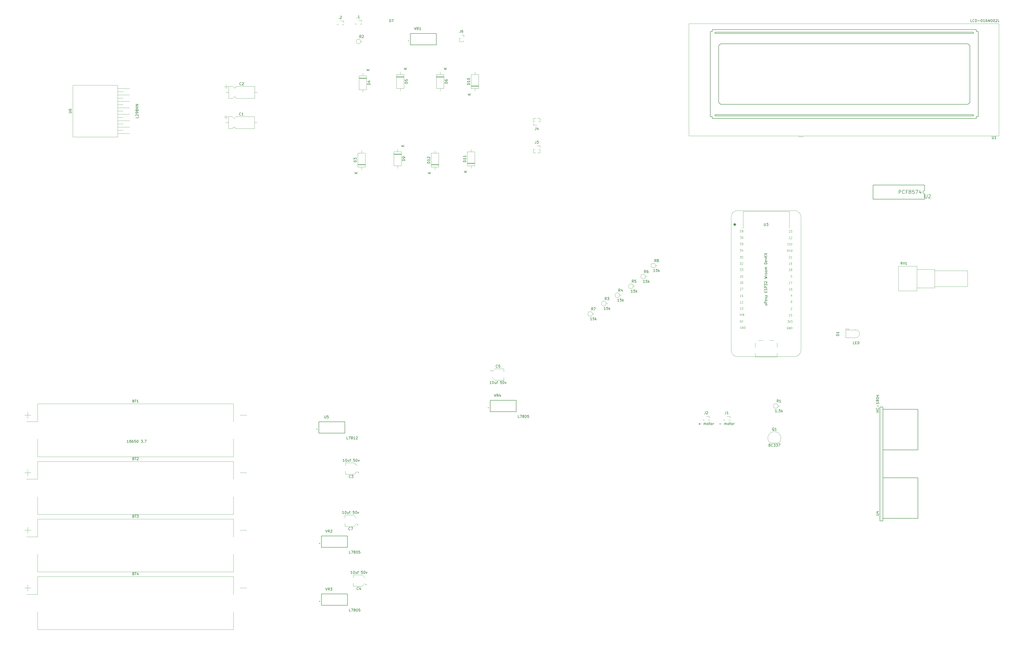
<source format=gbr>
%TF.GenerationSoftware,KiCad,Pcbnew,7.0.2-0*%
%TF.CreationDate,2023-05-09T19:36:01+07:00*%
%TF.ProjectId,esp32 wroom,65737033-3220-4777-926f-6f6d2e6b6963,rev?*%
%TF.SameCoordinates,Original*%
%TF.FileFunction,Legend,Top*%
%TF.FilePolarity,Positive*%
%FSLAX46Y46*%
G04 Gerber Fmt 4.6, Leading zero omitted, Abs format (unit mm)*
G04 Created by KiCad (PCBNEW 7.0.2-0) date 2023-05-09 19:36:01*
%MOMM*%
%LPD*%
G01*
G04 APERTURE LIST*
%ADD10C,0.150000*%
%ADD11C,0.106250*%
%ADD12C,0.120000*%
%ADD13C,0.127000*%
%ADD14C,0.200000*%
%ADD15C,0.152400*%
%ADD16C,0.100000*%
%ADD17C,0.500000*%
G04 APERTURE END LIST*
D10*
%TO.C,.2*%
X138207810Y-13980380D02*
X138255429Y-14028000D01*
X138255429Y-14028000D02*
X138207810Y-14075619D01*
X138207810Y-14075619D02*
X138160191Y-14028000D01*
X138160191Y-14028000D02*
X138207810Y-13980380D01*
X138207810Y-13980380D02*
X138207810Y-14075619D01*
X138636381Y-13170857D02*
X138684000Y-13123238D01*
X138684000Y-13123238D02*
X138779238Y-13075619D01*
X138779238Y-13075619D02*
X139017333Y-13075619D01*
X139017333Y-13075619D02*
X139112571Y-13123238D01*
X139112571Y-13123238D02*
X139160190Y-13170857D01*
X139160190Y-13170857D02*
X139207809Y-13266095D01*
X139207809Y-13266095D02*
X139207809Y-13361333D01*
X139207809Y-13361333D02*
X139160190Y-13504190D01*
X139160190Y-13504190D02*
X138588762Y-14075619D01*
X138588762Y-14075619D02*
X139207809Y-14075619D01*
%TO.C,R4*%
X249057333Y-121732619D02*
X248724000Y-121256428D01*
X248485905Y-121732619D02*
X248485905Y-120732619D01*
X248485905Y-120732619D02*
X248866857Y-120732619D01*
X248866857Y-120732619D02*
X248962095Y-120780238D01*
X248962095Y-120780238D02*
X249009714Y-120827857D01*
X249009714Y-120827857D02*
X249057333Y-120923095D01*
X249057333Y-120923095D02*
X249057333Y-121065952D01*
X249057333Y-121065952D02*
X249009714Y-121161190D01*
X249009714Y-121161190D02*
X248962095Y-121208809D01*
X248962095Y-121208809D02*
X248866857Y-121256428D01*
X248866857Y-121256428D02*
X248485905Y-121256428D01*
X249914476Y-121065952D02*
X249914476Y-121732619D01*
X249676381Y-120685000D02*
X249438286Y-121399285D01*
X249438286Y-121399285D02*
X250057333Y-121399285D01*
X248628761Y-125572619D02*
X248057333Y-125572619D01*
X248343047Y-125572619D02*
X248343047Y-124572619D01*
X248343047Y-124572619D02*
X248247809Y-124715476D01*
X248247809Y-124715476D02*
X248152571Y-124810714D01*
X248152571Y-124810714D02*
X248057333Y-124858333D01*
X249533523Y-124572619D02*
X249057333Y-124572619D01*
X249057333Y-124572619D02*
X249009714Y-125048809D01*
X249009714Y-125048809D02*
X249057333Y-125001190D01*
X249057333Y-125001190D02*
X249152571Y-124953571D01*
X249152571Y-124953571D02*
X249390666Y-124953571D01*
X249390666Y-124953571D02*
X249485904Y-125001190D01*
X249485904Y-125001190D02*
X249533523Y-125048809D01*
X249533523Y-125048809D02*
X249581142Y-125144047D01*
X249581142Y-125144047D02*
X249581142Y-125382142D01*
X249581142Y-125382142D02*
X249533523Y-125477380D01*
X249533523Y-125477380D02*
X249485904Y-125525000D01*
X249485904Y-125525000D02*
X249390666Y-125572619D01*
X249390666Y-125572619D02*
X249152571Y-125572619D01*
X249152571Y-125572619D02*
X249057333Y-125525000D01*
X249057333Y-125525000D02*
X249009714Y-125477380D01*
X250009714Y-125572619D02*
X250009714Y-124572619D01*
X250104952Y-125191666D02*
X250390666Y-125572619D01*
X250390666Y-124905952D02*
X250009714Y-125286904D01*
%TO.C,D6*%
X180986619Y-39600094D02*
X179986619Y-39600094D01*
X179986619Y-39600094D02*
X179986619Y-39361999D01*
X179986619Y-39361999D02*
X180034238Y-39219142D01*
X180034238Y-39219142D02*
X180129476Y-39123904D01*
X180129476Y-39123904D02*
X180224714Y-39076285D01*
X180224714Y-39076285D02*
X180415190Y-39028666D01*
X180415190Y-39028666D02*
X180558047Y-39028666D01*
X180558047Y-39028666D02*
X180748523Y-39076285D01*
X180748523Y-39076285D02*
X180843761Y-39123904D01*
X180843761Y-39123904D02*
X180939000Y-39219142D01*
X180939000Y-39219142D02*
X180986619Y-39361999D01*
X180986619Y-39361999D02*
X180986619Y-39600094D01*
X179986619Y-38171523D02*
X179986619Y-38361999D01*
X179986619Y-38361999D02*
X180034238Y-38457237D01*
X180034238Y-38457237D02*
X180081857Y-38504856D01*
X180081857Y-38504856D02*
X180224714Y-38600094D01*
X180224714Y-38600094D02*
X180415190Y-38647713D01*
X180415190Y-38647713D02*
X180796142Y-38647713D01*
X180796142Y-38647713D02*
X180891380Y-38600094D01*
X180891380Y-38600094D02*
X180939000Y-38552475D01*
X180939000Y-38552475D02*
X180986619Y-38457237D01*
X180986619Y-38457237D02*
X180986619Y-38266761D01*
X180986619Y-38266761D02*
X180939000Y-38171523D01*
X180939000Y-38171523D02*
X180891380Y-38123904D01*
X180891380Y-38123904D02*
X180796142Y-38076285D01*
X180796142Y-38076285D02*
X180558047Y-38076285D01*
X180558047Y-38076285D02*
X180462809Y-38123904D01*
X180462809Y-38123904D02*
X180415190Y-38171523D01*
X180415190Y-38171523D02*
X180367571Y-38266761D01*
X180367571Y-38266761D02*
X180367571Y-38457237D01*
X180367571Y-38457237D02*
X180415190Y-38552475D01*
X180415190Y-38552475D02*
X180462809Y-38600094D01*
X180462809Y-38600094D02*
X180558047Y-38647713D01*
X180616619Y-34043904D02*
X179616619Y-34043904D01*
X180616619Y-33472476D02*
X180045190Y-33901047D01*
X179616619Y-33472476D02*
X180188047Y-34043904D01*
%TO.C,U6*%
X31688619Y-51312904D02*
X32498142Y-51312904D01*
X32498142Y-51312904D02*
X32593380Y-51265285D01*
X32593380Y-51265285D02*
X32641000Y-51217666D01*
X32641000Y-51217666D02*
X32688619Y-51122428D01*
X32688619Y-51122428D02*
X32688619Y-50931952D01*
X32688619Y-50931952D02*
X32641000Y-50836714D01*
X32641000Y-50836714D02*
X32593380Y-50789095D01*
X32593380Y-50789095D02*
X32498142Y-50741476D01*
X32498142Y-50741476D02*
X31688619Y-50741476D01*
X31688619Y-49836714D02*
X31688619Y-50027190D01*
X31688619Y-50027190D02*
X31736238Y-50122428D01*
X31736238Y-50122428D02*
X31783857Y-50170047D01*
X31783857Y-50170047D02*
X31926714Y-50265285D01*
X31926714Y-50265285D02*
X32117190Y-50312904D01*
X32117190Y-50312904D02*
X32498142Y-50312904D01*
X32498142Y-50312904D02*
X32593380Y-50265285D01*
X32593380Y-50265285D02*
X32641000Y-50217666D01*
X32641000Y-50217666D02*
X32688619Y-50122428D01*
X32688619Y-50122428D02*
X32688619Y-49931952D01*
X32688619Y-49931952D02*
X32641000Y-49836714D01*
X32641000Y-49836714D02*
X32593380Y-49789095D01*
X32593380Y-49789095D02*
X32498142Y-49741476D01*
X32498142Y-49741476D02*
X32260047Y-49741476D01*
X32260047Y-49741476D02*
X32164809Y-49789095D01*
X32164809Y-49789095D02*
X32117190Y-49836714D01*
X32117190Y-49836714D02*
X32069571Y-49931952D01*
X32069571Y-49931952D02*
X32069571Y-50122428D01*
X32069571Y-50122428D02*
X32117190Y-50217666D01*
X32117190Y-50217666D02*
X32164809Y-50265285D01*
X32164809Y-50265285D02*
X32260047Y-50312904D01*
X59048619Y-52717666D02*
X59048619Y-53193856D01*
X59048619Y-53193856D02*
X58048619Y-53193856D01*
X58143857Y-52431951D02*
X58096238Y-52384332D01*
X58096238Y-52384332D02*
X58048619Y-52289094D01*
X58048619Y-52289094D02*
X58048619Y-52050999D01*
X58048619Y-52050999D02*
X58096238Y-51955761D01*
X58096238Y-51955761D02*
X58143857Y-51908142D01*
X58143857Y-51908142D02*
X58239095Y-51860523D01*
X58239095Y-51860523D02*
X58334333Y-51860523D01*
X58334333Y-51860523D02*
X58477190Y-51908142D01*
X58477190Y-51908142D02*
X59048619Y-52479570D01*
X59048619Y-52479570D02*
X59048619Y-51860523D01*
X59048619Y-51384332D02*
X59048619Y-51193856D01*
X59048619Y-51193856D02*
X59001000Y-51098618D01*
X59001000Y-51098618D02*
X58953380Y-51050999D01*
X58953380Y-51050999D02*
X58810523Y-50955761D01*
X58810523Y-50955761D02*
X58620047Y-50908142D01*
X58620047Y-50908142D02*
X58239095Y-50908142D01*
X58239095Y-50908142D02*
X58143857Y-50955761D01*
X58143857Y-50955761D02*
X58096238Y-51003380D01*
X58096238Y-51003380D02*
X58048619Y-51098618D01*
X58048619Y-51098618D02*
X58048619Y-51289094D01*
X58048619Y-51289094D02*
X58096238Y-51384332D01*
X58096238Y-51384332D02*
X58143857Y-51431951D01*
X58143857Y-51431951D02*
X58239095Y-51479570D01*
X58239095Y-51479570D02*
X58477190Y-51479570D01*
X58477190Y-51479570D02*
X58572428Y-51431951D01*
X58572428Y-51431951D02*
X58620047Y-51384332D01*
X58620047Y-51384332D02*
X58667666Y-51289094D01*
X58667666Y-51289094D02*
X58667666Y-51098618D01*
X58667666Y-51098618D02*
X58620047Y-51003380D01*
X58620047Y-51003380D02*
X58572428Y-50955761D01*
X58572428Y-50955761D02*
X58477190Y-50908142D01*
X58477190Y-50336713D02*
X58429571Y-50431951D01*
X58429571Y-50431951D02*
X58381952Y-50479570D01*
X58381952Y-50479570D02*
X58286714Y-50527189D01*
X58286714Y-50527189D02*
X58239095Y-50527189D01*
X58239095Y-50527189D02*
X58143857Y-50479570D01*
X58143857Y-50479570D02*
X58096238Y-50431951D01*
X58096238Y-50431951D02*
X58048619Y-50336713D01*
X58048619Y-50336713D02*
X58048619Y-50146237D01*
X58048619Y-50146237D02*
X58096238Y-50050999D01*
X58096238Y-50050999D02*
X58143857Y-50003380D01*
X58143857Y-50003380D02*
X58239095Y-49955761D01*
X58239095Y-49955761D02*
X58286714Y-49955761D01*
X58286714Y-49955761D02*
X58381952Y-50003380D01*
X58381952Y-50003380D02*
X58429571Y-50050999D01*
X58429571Y-50050999D02*
X58477190Y-50146237D01*
X58477190Y-50146237D02*
X58477190Y-50336713D01*
X58477190Y-50336713D02*
X58524809Y-50431951D01*
X58524809Y-50431951D02*
X58572428Y-50479570D01*
X58572428Y-50479570D02*
X58667666Y-50527189D01*
X58667666Y-50527189D02*
X58858142Y-50527189D01*
X58858142Y-50527189D02*
X58953380Y-50479570D01*
X58953380Y-50479570D02*
X59001000Y-50431951D01*
X59001000Y-50431951D02*
X59048619Y-50336713D01*
X59048619Y-50336713D02*
X59048619Y-50146237D01*
X59048619Y-50146237D02*
X59001000Y-50050999D01*
X59001000Y-50050999D02*
X58953380Y-50003380D01*
X58953380Y-50003380D02*
X58858142Y-49955761D01*
X58858142Y-49955761D02*
X58667666Y-49955761D01*
X58667666Y-49955761D02*
X58572428Y-50003380D01*
X58572428Y-50003380D02*
X58524809Y-50050999D01*
X58524809Y-50050999D02*
X58477190Y-50146237D01*
X59048619Y-49527189D02*
X58048619Y-49527189D01*
X58524809Y-49527189D02*
X58524809Y-48955761D01*
X59048619Y-48955761D02*
X58048619Y-48955761D01*
X59048619Y-48479570D02*
X58048619Y-48479570D01*
X58048619Y-48479570D02*
X59048619Y-47908142D01*
X59048619Y-47908142D02*
X58048619Y-47908142D01*
%TO.C,VR2*%
X132923476Y-215744619D02*
X133256809Y-216744619D01*
X133256809Y-216744619D02*
X133590142Y-215744619D01*
X134494904Y-216744619D02*
X134161571Y-216268428D01*
X133923476Y-216744619D02*
X133923476Y-215744619D01*
X133923476Y-215744619D02*
X134304428Y-215744619D01*
X134304428Y-215744619D02*
X134399666Y-215792238D01*
X134399666Y-215792238D02*
X134447285Y-215839857D01*
X134447285Y-215839857D02*
X134494904Y-215935095D01*
X134494904Y-215935095D02*
X134494904Y-216077952D01*
X134494904Y-216077952D02*
X134447285Y-216173190D01*
X134447285Y-216173190D02*
X134399666Y-216220809D01*
X134399666Y-216220809D02*
X134304428Y-216268428D01*
X134304428Y-216268428D02*
X133923476Y-216268428D01*
X134875857Y-215839857D02*
X134923476Y-215792238D01*
X134923476Y-215792238D02*
X135018714Y-215744619D01*
X135018714Y-215744619D02*
X135256809Y-215744619D01*
X135256809Y-215744619D02*
X135352047Y-215792238D01*
X135352047Y-215792238D02*
X135399666Y-215839857D01*
X135399666Y-215839857D02*
X135447285Y-215935095D01*
X135447285Y-215935095D02*
X135447285Y-216030333D01*
X135447285Y-216030333D02*
X135399666Y-216173190D01*
X135399666Y-216173190D02*
X134828238Y-216744619D01*
X134828238Y-216744619D02*
X135447285Y-216744619D01*
X142797761Y-225014619D02*
X142321571Y-225014619D01*
X142321571Y-225014619D02*
X142321571Y-224014619D01*
X143035857Y-224014619D02*
X143702523Y-224014619D01*
X143702523Y-224014619D02*
X143273952Y-225014619D01*
X144226333Y-224443190D02*
X144131095Y-224395571D01*
X144131095Y-224395571D02*
X144083476Y-224347952D01*
X144083476Y-224347952D02*
X144035857Y-224252714D01*
X144035857Y-224252714D02*
X144035857Y-224205095D01*
X144035857Y-224205095D02*
X144083476Y-224109857D01*
X144083476Y-224109857D02*
X144131095Y-224062238D01*
X144131095Y-224062238D02*
X144226333Y-224014619D01*
X144226333Y-224014619D02*
X144416809Y-224014619D01*
X144416809Y-224014619D02*
X144512047Y-224062238D01*
X144512047Y-224062238D02*
X144559666Y-224109857D01*
X144559666Y-224109857D02*
X144607285Y-224205095D01*
X144607285Y-224205095D02*
X144607285Y-224252714D01*
X144607285Y-224252714D02*
X144559666Y-224347952D01*
X144559666Y-224347952D02*
X144512047Y-224395571D01*
X144512047Y-224395571D02*
X144416809Y-224443190D01*
X144416809Y-224443190D02*
X144226333Y-224443190D01*
X144226333Y-224443190D02*
X144131095Y-224490809D01*
X144131095Y-224490809D02*
X144083476Y-224538428D01*
X144083476Y-224538428D02*
X144035857Y-224633666D01*
X144035857Y-224633666D02*
X144035857Y-224824142D01*
X144035857Y-224824142D02*
X144083476Y-224919380D01*
X144083476Y-224919380D02*
X144131095Y-224967000D01*
X144131095Y-224967000D02*
X144226333Y-225014619D01*
X144226333Y-225014619D02*
X144416809Y-225014619D01*
X144416809Y-225014619D02*
X144512047Y-224967000D01*
X144512047Y-224967000D02*
X144559666Y-224919380D01*
X144559666Y-224919380D02*
X144607285Y-224824142D01*
X144607285Y-224824142D02*
X144607285Y-224633666D01*
X144607285Y-224633666D02*
X144559666Y-224538428D01*
X144559666Y-224538428D02*
X144512047Y-224490809D01*
X144512047Y-224490809D02*
X144416809Y-224443190D01*
X145226333Y-224014619D02*
X145321571Y-224014619D01*
X145321571Y-224014619D02*
X145416809Y-224062238D01*
X145416809Y-224062238D02*
X145464428Y-224109857D01*
X145464428Y-224109857D02*
X145512047Y-224205095D01*
X145512047Y-224205095D02*
X145559666Y-224395571D01*
X145559666Y-224395571D02*
X145559666Y-224633666D01*
X145559666Y-224633666D02*
X145512047Y-224824142D01*
X145512047Y-224824142D02*
X145464428Y-224919380D01*
X145464428Y-224919380D02*
X145416809Y-224967000D01*
X145416809Y-224967000D02*
X145321571Y-225014619D01*
X145321571Y-225014619D02*
X145226333Y-225014619D01*
X145226333Y-225014619D02*
X145131095Y-224967000D01*
X145131095Y-224967000D02*
X145083476Y-224919380D01*
X145083476Y-224919380D02*
X145035857Y-224824142D01*
X145035857Y-224824142D02*
X144988238Y-224633666D01*
X144988238Y-224633666D02*
X144988238Y-224395571D01*
X144988238Y-224395571D02*
X145035857Y-224205095D01*
X145035857Y-224205095D02*
X145083476Y-224109857D01*
X145083476Y-224109857D02*
X145131095Y-224062238D01*
X145131095Y-224062238D02*
X145226333Y-224014619D01*
X146464428Y-224014619D02*
X145988238Y-224014619D01*
X145988238Y-224014619D02*
X145940619Y-224490809D01*
X145940619Y-224490809D02*
X145988238Y-224443190D01*
X145988238Y-224443190D02*
X146083476Y-224395571D01*
X146083476Y-224395571D02*
X146321571Y-224395571D01*
X146321571Y-224395571D02*
X146416809Y-224443190D01*
X146416809Y-224443190D02*
X146464428Y-224490809D01*
X146464428Y-224490809D02*
X146512047Y-224586047D01*
X146512047Y-224586047D02*
X146512047Y-224824142D01*
X146512047Y-224824142D02*
X146464428Y-224919380D01*
X146464428Y-224919380D02*
X146416809Y-224967000D01*
X146416809Y-224967000D02*
X146321571Y-225014619D01*
X146321571Y-225014619D02*
X146083476Y-225014619D01*
X146083476Y-225014619D02*
X145988238Y-224967000D01*
X145988238Y-224967000D02*
X145940619Y-224919380D01*
%TO.C,C2*%
X99655333Y-40165880D02*
X99607714Y-40213500D01*
X99607714Y-40213500D02*
X99464857Y-40261119D01*
X99464857Y-40261119D02*
X99369619Y-40261119D01*
X99369619Y-40261119D02*
X99226762Y-40213500D01*
X99226762Y-40213500D02*
X99131524Y-40118261D01*
X99131524Y-40118261D02*
X99083905Y-40023023D01*
X99083905Y-40023023D02*
X99036286Y-39832547D01*
X99036286Y-39832547D02*
X99036286Y-39689690D01*
X99036286Y-39689690D02*
X99083905Y-39499214D01*
X99083905Y-39499214D02*
X99131524Y-39403976D01*
X99131524Y-39403976D02*
X99226762Y-39308738D01*
X99226762Y-39308738D02*
X99369619Y-39261119D01*
X99369619Y-39261119D02*
X99464857Y-39261119D01*
X99464857Y-39261119D02*
X99607714Y-39308738D01*
X99607714Y-39308738D02*
X99655333Y-39356357D01*
X100036286Y-39356357D02*
X100083905Y-39308738D01*
X100083905Y-39308738D02*
X100179143Y-39261119D01*
X100179143Y-39261119D02*
X100417238Y-39261119D01*
X100417238Y-39261119D02*
X100512476Y-39308738D01*
X100512476Y-39308738D02*
X100560095Y-39356357D01*
X100560095Y-39356357D02*
X100607714Y-39451595D01*
X100607714Y-39451595D02*
X100607714Y-39546833D01*
X100607714Y-39546833D02*
X100560095Y-39689690D01*
X100560095Y-39689690D02*
X99988667Y-40261119D01*
X99988667Y-40261119D02*
X100607714Y-40261119D01*
%TO.C,C3*%
X142813333Y-195083380D02*
X142765714Y-195131000D01*
X142765714Y-195131000D02*
X142622857Y-195178619D01*
X142622857Y-195178619D02*
X142527619Y-195178619D01*
X142527619Y-195178619D02*
X142384762Y-195131000D01*
X142384762Y-195131000D02*
X142289524Y-195035761D01*
X142289524Y-195035761D02*
X142241905Y-194940523D01*
X142241905Y-194940523D02*
X142194286Y-194750047D01*
X142194286Y-194750047D02*
X142194286Y-194607190D01*
X142194286Y-194607190D02*
X142241905Y-194416714D01*
X142241905Y-194416714D02*
X142289524Y-194321476D01*
X142289524Y-194321476D02*
X142384762Y-194226238D01*
X142384762Y-194226238D02*
X142527619Y-194178619D01*
X142527619Y-194178619D02*
X142622857Y-194178619D01*
X142622857Y-194178619D02*
X142765714Y-194226238D01*
X142765714Y-194226238D02*
X142813333Y-194273857D01*
X143146667Y-194178619D02*
X143765714Y-194178619D01*
X143765714Y-194178619D02*
X143432381Y-194559571D01*
X143432381Y-194559571D02*
X143575238Y-194559571D01*
X143575238Y-194559571D02*
X143670476Y-194607190D01*
X143670476Y-194607190D02*
X143718095Y-194654809D01*
X143718095Y-194654809D02*
X143765714Y-194750047D01*
X143765714Y-194750047D02*
X143765714Y-194988142D01*
X143765714Y-194988142D02*
X143718095Y-195083380D01*
X143718095Y-195083380D02*
X143670476Y-195131000D01*
X143670476Y-195131000D02*
X143575238Y-195178619D01*
X143575238Y-195178619D02*
X143289524Y-195178619D01*
X143289524Y-195178619D02*
X143194286Y-195131000D01*
X143194286Y-195131000D02*
X143146667Y-195083380D01*
X140337142Y-188778619D02*
X139765714Y-188778619D01*
X140051428Y-188778619D02*
X140051428Y-187778619D01*
X140051428Y-187778619D02*
X139956190Y-187921476D01*
X139956190Y-187921476D02*
X139860952Y-188016714D01*
X139860952Y-188016714D02*
X139765714Y-188064333D01*
X140956190Y-187778619D02*
X141051428Y-187778619D01*
X141051428Y-187778619D02*
X141146666Y-187826238D01*
X141146666Y-187826238D02*
X141194285Y-187873857D01*
X141194285Y-187873857D02*
X141241904Y-187969095D01*
X141241904Y-187969095D02*
X141289523Y-188159571D01*
X141289523Y-188159571D02*
X141289523Y-188397666D01*
X141289523Y-188397666D02*
X141241904Y-188588142D01*
X141241904Y-188588142D02*
X141194285Y-188683380D01*
X141194285Y-188683380D02*
X141146666Y-188731000D01*
X141146666Y-188731000D02*
X141051428Y-188778619D01*
X141051428Y-188778619D02*
X140956190Y-188778619D01*
X140956190Y-188778619D02*
X140860952Y-188731000D01*
X140860952Y-188731000D02*
X140813333Y-188683380D01*
X140813333Y-188683380D02*
X140765714Y-188588142D01*
X140765714Y-188588142D02*
X140718095Y-188397666D01*
X140718095Y-188397666D02*
X140718095Y-188159571D01*
X140718095Y-188159571D02*
X140765714Y-187969095D01*
X140765714Y-187969095D02*
X140813333Y-187873857D01*
X140813333Y-187873857D02*
X140860952Y-187826238D01*
X140860952Y-187826238D02*
X140956190Y-187778619D01*
X142146666Y-188111952D02*
X142146666Y-188778619D01*
X141718095Y-188111952D02*
X141718095Y-188635761D01*
X141718095Y-188635761D02*
X141765714Y-188731000D01*
X141765714Y-188731000D02*
X141860952Y-188778619D01*
X141860952Y-188778619D02*
X142003809Y-188778619D01*
X142003809Y-188778619D02*
X142099047Y-188731000D01*
X142099047Y-188731000D02*
X142146666Y-188683380D01*
X142480000Y-188111952D02*
X142860952Y-188111952D01*
X142622857Y-188778619D02*
X142622857Y-187921476D01*
X142622857Y-187921476D02*
X142670476Y-187826238D01*
X142670476Y-187826238D02*
X142765714Y-187778619D01*
X142765714Y-187778619D02*
X142860952Y-187778619D01*
X144432381Y-187778619D02*
X143956191Y-187778619D01*
X143956191Y-187778619D02*
X143908572Y-188254809D01*
X143908572Y-188254809D02*
X143956191Y-188207190D01*
X143956191Y-188207190D02*
X144051429Y-188159571D01*
X144051429Y-188159571D02*
X144289524Y-188159571D01*
X144289524Y-188159571D02*
X144384762Y-188207190D01*
X144384762Y-188207190D02*
X144432381Y-188254809D01*
X144432381Y-188254809D02*
X144480000Y-188350047D01*
X144480000Y-188350047D02*
X144480000Y-188588142D01*
X144480000Y-188588142D02*
X144432381Y-188683380D01*
X144432381Y-188683380D02*
X144384762Y-188731000D01*
X144384762Y-188731000D02*
X144289524Y-188778619D01*
X144289524Y-188778619D02*
X144051429Y-188778619D01*
X144051429Y-188778619D02*
X143956191Y-188731000D01*
X143956191Y-188731000D02*
X143908572Y-188683380D01*
X145099048Y-187778619D02*
X145194286Y-187778619D01*
X145194286Y-187778619D02*
X145289524Y-187826238D01*
X145289524Y-187826238D02*
X145337143Y-187873857D01*
X145337143Y-187873857D02*
X145384762Y-187969095D01*
X145384762Y-187969095D02*
X145432381Y-188159571D01*
X145432381Y-188159571D02*
X145432381Y-188397666D01*
X145432381Y-188397666D02*
X145384762Y-188588142D01*
X145384762Y-188588142D02*
X145337143Y-188683380D01*
X145337143Y-188683380D02*
X145289524Y-188731000D01*
X145289524Y-188731000D02*
X145194286Y-188778619D01*
X145194286Y-188778619D02*
X145099048Y-188778619D01*
X145099048Y-188778619D02*
X145003810Y-188731000D01*
X145003810Y-188731000D02*
X144956191Y-188683380D01*
X144956191Y-188683380D02*
X144908572Y-188588142D01*
X144908572Y-188588142D02*
X144860953Y-188397666D01*
X144860953Y-188397666D02*
X144860953Y-188159571D01*
X144860953Y-188159571D02*
X144908572Y-187969095D01*
X144908572Y-187969095D02*
X144956191Y-187873857D01*
X144956191Y-187873857D02*
X145003810Y-187826238D01*
X145003810Y-187826238D02*
X145099048Y-187778619D01*
X145765715Y-188111952D02*
X146003810Y-188778619D01*
X146003810Y-188778619D02*
X146241905Y-188111952D01*
%TO.C,VR1*%
X167955476Y-17525119D02*
X168288809Y-18525119D01*
X168288809Y-18525119D02*
X168622142Y-17525119D01*
X169526904Y-18525119D02*
X169193571Y-18048928D01*
X168955476Y-18525119D02*
X168955476Y-17525119D01*
X168955476Y-17525119D02*
X169336428Y-17525119D01*
X169336428Y-17525119D02*
X169431666Y-17572738D01*
X169431666Y-17572738D02*
X169479285Y-17620357D01*
X169479285Y-17620357D02*
X169526904Y-17715595D01*
X169526904Y-17715595D02*
X169526904Y-17858452D01*
X169526904Y-17858452D02*
X169479285Y-17953690D01*
X169479285Y-17953690D02*
X169431666Y-18001309D01*
X169431666Y-18001309D02*
X169336428Y-18048928D01*
X169336428Y-18048928D02*
X168955476Y-18048928D01*
X170479285Y-18525119D02*
X169907857Y-18525119D01*
X170193571Y-18525119D02*
X170193571Y-17525119D01*
X170193571Y-17525119D02*
X170098333Y-17667976D01*
X170098333Y-17667976D02*
X170003095Y-17763214D01*
X170003095Y-17763214D02*
X169907857Y-17810833D01*
%TO.C,U2*%
X369290733Y-83448666D02*
X369290733Y-84582000D01*
X369290733Y-84582000D02*
X369357400Y-84715333D01*
X369357400Y-84715333D02*
X369424066Y-84782000D01*
X369424066Y-84782000D02*
X369557400Y-84848666D01*
X369557400Y-84848666D02*
X369824066Y-84848666D01*
X369824066Y-84848666D02*
X369957400Y-84782000D01*
X369957400Y-84782000D02*
X370024066Y-84715333D01*
X370024066Y-84715333D02*
X370090733Y-84582000D01*
X370090733Y-84582000D02*
X370090733Y-83448666D01*
X370690733Y-83582000D02*
X370757400Y-83515333D01*
X370757400Y-83515333D02*
X370890733Y-83448666D01*
X370890733Y-83448666D02*
X371224067Y-83448666D01*
X371224067Y-83448666D02*
X371357400Y-83515333D01*
X371357400Y-83515333D02*
X371424067Y-83582000D01*
X371424067Y-83582000D02*
X371490733Y-83715333D01*
X371490733Y-83715333D02*
X371490733Y-83848666D01*
X371490733Y-83848666D02*
X371424067Y-84048666D01*
X371424067Y-84048666D02*
X370624067Y-84848666D01*
X370624067Y-84848666D02*
X371490733Y-84848666D01*
X359013667Y-83121466D02*
X359013667Y-81721466D01*
X359013667Y-81721466D02*
X359547000Y-81721466D01*
X359547000Y-81721466D02*
X359680334Y-81788133D01*
X359680334Y-81788133D02*
X359747000Y-81854800D01*
X359747000Y-81854800D02*
X359813667Y-81988133D01*
X359813667Y-81988133D02*
X359813667Y-82188133D01*
X359813667Y-82188133D02*
X359747000Y-82321466D01*
X359747000Y-82321466D02*
X359680334Y-82388133D01*
X359680334Y-82388133D02*
X359547000Y-82454800D01*
X359547000Y-82454800D02*
X359013667Y-82454800D01*
X361213667Y-82988133D02*
X361147000Y-83054800D01*
X361147000Y-83054800D02*
X360947000Y-83121466D01*
X360947000Y-83121466D02*
X360813667Y-83121466D01*
X360813667Y-83121466D02*
X360613667Y-83054800D01*
X360613667Y-83054800D02*
X360480334Y-82921466D01*
X360480334Y-82921466D02*
X360413667Y-82788133D01*
X360413667Y-82788133D02*
X360347000Y-82521466D01*
X360347000Y-82521466D02*
X360347000Y-82321466D01*
X360347000Y-82321466D02*
X360413667Y-82054800D01*
X360413667Y-82054800D02*
X360480334Y-81921466D01*
X360480334Y-81921466D02*
X360613667Y-81788133D01*
X360613667Y-81788133D02*
X360813667Y-81721466D01*
X360813667Y-81721466D02*
X360947000Y-81721466D01*
X360947000Y-81721466D02*
X361147000Y-81788133D01*
X361147000Y-81788133D02*
X361213667Y-81854800D01*
X362280334Y-82388133D02*
X361813667Y-82388133D01*
X361813667Y-83121466D02*
X361813667Y-81721466D01*
X361813667Y-81721466D02*
X362480334Y-81721466D01*
X363213667Y-82321466D02*
X363080334Y-82254800D01*
X363080334Y-82254800D02*
X363013667Y-82188133D01*
X363013667Y-82188133D02*
X362947000Y-82054800D01*
X362947000Y-82054800D02*
X362947000Y-81988133D01*
X362947000Y-81988133D02*
X363013667Y-81854800D01*
X363013667Y-81854800D02*
X363080334Y-81788133D01*
X363080334Y-81788133D02*
X363213667Y-81721466D01*
X363213667Y-81721466D02*
X363480334Y-81721466D01*
X363480334Y-81721466D02*
X363613667Y-81788133D01*
X363613667Y-81788133D02*
X363680334Y-81854800D01*
X363680334Y-81854800D02*
X363747000Y-81988133D01*
X363747000Y-81988133D02*
X363747000Y-82054800D01*
X363747000Y-82054800D02*
X363680334Y-82188133D01*
X363680334Y-82188133D02*
X363613667Y-82254800D01*
X363613667Y-82254800D02*
X363480334Y-82321466D01*
X363480334Y-82321466D02*
X363213667Y-82321466D01*
X363213667Y-82321466D02*
X363080334Y-82388133D01*
X363080334Y-82388133D02*
X363013667Y-82454800D01*
X363013667Y-82454800D02*
X362947000Y-82588133D01*
X362947000Y-82588133D02*
X362947000Y-82854800D01*
X362947000Y-82854800D02*
X363013667Y-82988133D01*
X363013667Y-82988133D02*
X363080334Y-83054800D01*
X363080334Y-83054800D02*
X363213667Y-83121466D01*
X363213667Y-83121466D02*
X363480334Y-83121466D01*
X363480334Y-83121466D02*
X363613667Y-83054800D01*
X363613667Y-83054800D02*
X363680334Y-82988133D01*
X363680334Y-82988133D02*
X363747000Y-82854800D01*
X363747000Y-82854800D02*
X363747000Y-82588133D01*
X363747000Y-82588133D02*
X363680334Y-82454800D01*
X363680334Y-82454800D02*
X363613667Y-82388133D01*
X363613667Y-82388133D02*
X363480334Y-82321466D01*
X365013667Y-81721466D02*
X364347000Y-81721466D01*
X364347000Y-81721466D02*
X364280333Y-82388133D01*
X364280333Y-82388133D02*
X364347000Y-82321466D01*
X364347000Y-82321466D02*
X364480333Y-82254800D01*
X364480333Y-82254800D02*
X364813667Y-82254800D01*
X364813667Y-82254800D02*
X364947000Y-82321466D01*
X364947000Y-82321466D02*
X365013667Y-82388133D01*
X365013667Y-82388133D02*
X365080333Y-82521466D01*
X365080333Y-82521466D02*
X365080333Y-82854800D01*
X365080333Y-82854800D02*
X365013667Y-82988133D01*
X365013667Y-82988133D02*
X364947000Y-83054800D01*
X364947000Y-83054800D02*
X364813667Y-83121466D01*
X364813667Y-83121466D02*
X364480333Y-83121466D01*
X364480333Y-83121466D02*
X364347000Y-83054800D01*
X364347000Y-83054800D02*
X364280333Y-82988133D01*
X365547000Y-81721466D02*
X366480333Y-81721466D01*
X366480333Y-81721466D02*
X365880333Y-83121466D01*
X367613666Y-82188133D02*
X367613666Y-83121466D01*
X367280333Y-81654800D02*
X366946999Y-82654800D01*
X366946999Y-82654800D02*
X367813666Y-82654800D01*
%TO.C,D3*%
X145058619Y-70588094D02*
X144058619Y-70588094D01*
X144058619Y-70588094D02*
X144058619Y-70349999D01*
X144058619Y-70349999D02*
X144106238Y-70207142D01*
X144106238Y-70207142D02*
X144201476Y-70111904D01*
X144201476Y-70111904D02*
X144296714Y-70064285D01*
X144296714Y-70064285D02*
X144487190Y-70016666D01*
X144487190Y-70016666D02*
X144630047Y-70016666D01*
X144630047Y-70016666D02*
X144820523Y-70064285D01*
X144820523Y-70064285D02*
X144915761Y-70111904D01*
X144915761Y-70111904D02*
X145011000Y-70207142D01*
X145011000Y-70207142D02*
X145058619Y-70349999D01*
X145058619Y-70349999D02*
X145058619Y-70588094D01*
X144058619Y-69683332D02*
X144058619Y-69064285D01*
X144058619Y-69064285D02*
X144439571Y-69397618D01*
X144439571Y-69397618D02*
X144439571Y-69254761D01*
X144439571Y-69254761D02*
X144487190Y-69159523D01*
X144487190Y-69159523D02*
X144534809Y-69111904D01*
X144534809Y-69111904D02*
X144630047Y-69064285D01*
X144630047Y-69064285D02*
X144868142Y-69064285D01*
X144868142Y-69064285D02*
X144963380Y-69111904D01*
X144963380Y-69111904D02*
X145011000Y-69159523D01*
X145011000Y-69159523D02*
X145058619Y-69254761D01*
X145058619Y-69254761D02*
X145058619Y-69540475D01*
X145058619Y-69540475D02*
X145011000Y-69635713D01*
X145011000Y-69635713D02*
X144963380Y-69683332D01*
X145428619Y-75191904D02*
X144428619Y-75191904D01*
X145428619Y-74620476D02*
X144857190Y-75049047D01*
X144428619Y-74620476D02*
X145000047Y-75191904D01*
%TO.C,C4*%
X145883333Y-239279380D02*
X145835714Y-239327000D01*
X145835714Y-239327000D02*
X145692857Y-239374619D01*
X145692857Y-239374619D02*
X145597619Y-239374619D01*
X145597619Y-239374619D02*
X145454762Y-239327000D01*
X145454762Y-239327000D02*
X145359524Y-239231761D01*
X145359524Y-239231761D02*
X145311905Y-239136523D01*
X145311905Y-239136523D02*
X145264286Y-238946047D01*
X145264286Y-238946047D02*
X145264286Y-238803190D01*
X145264286Y-238803190D02*
X145311905Y-238612714D01*
X145311905Y-238612714D02*
X145359524Y-238517476D01*
X145359524Y-238517476D02*
X145454762Y-238422238D01*
X145454762Y-238422238D02*
X145597619Y-238374619D01*
X145597619Y-238374619D02*
X145692857Y-238374619D01*
X145692857Y-238374619D02*
X145835714Y-238422238D01*
X145835714Y-238422238D02*
X145883333Y-238469857D01*
X146740476Y-238707952D02*
X146740476Y-239374619D01*
X146502381Y-238327000D02*
X146264286Y-239041285D01*
X146264286Y-239041285D02*
X146883333Y-239041285D01*
X143407142Y-232974619D02*
X142835714Y-232974619D01*
X143121428Y-232974619D02*
X143121428Y-231974619D01*
X143121428Y-231974619D02*
X143026190Y-232117476D01*
X143026190Y-232117476D02*
X142930952Y-232212714D01*
X142930952Y-232212714D02*
X142835714Y-232260333D01*
X144026190Y-231974619D02*
X144121428Y-231974619D01*
X144121428Y-231974619D02*
X144216666Y-232022238D01*
X144216666Y-232022238D02*
X144264285Y-232069857D01*
X144264285Y-232069857D02*
X144311904Y-232165095D01*
X144311904Y-232165095D02*
X144359523Y-232355571D01*
X144359523Y-232355571D02*
X144359523Y-232593666D01*
X144359523Y-232593666D02*
X144311904Y-232784142D01*
X144311904Y-232784142D02*
X144264285Y-232879380D01*
X144264285Y-232879380D02*
X144216666Y-232927000D01*
X144216666Y-232927000D02*
X144121428Y-232974619D01*
X144121428Y-232974619D02*
X144026190Y-232974619D01*
X144026190Y-232974619D02*
X143930952Y-232927000D01*
X143930952Y-232927000D02*
X143883333Y-232879380D01*
X143883333Y-232879380D02*
X143835714Y-232784142D01*
X143835714Y-232784142D02*
X143788095Y-232593666D01*
X143788095Y-232593666D02*
X143788095Y-232355571D01*
X143788095Y-232355571D02*
X143835714Y-232165095D01*
X143835714Y-232165095D02*
X143883333Y-232069857D01*
X143883333Y-232069857D02*
X143930952Y-232022238D01*
X143930952Y-232022238D02*
X144026190Y-231974619D01*
X145216666Y-232307952D02*
X145216666Y-232974619D01*
X144788095Y-232307952D02*
X144788095Y-232831761D01*
X144788095Y-232831761D02*
X144835714Y-232927000D01*
X144835714Y-232927000D02*
X144930952Y-232974619D01*
X144930952Y-232974619D02*
X145073809Y-232974619D01*
X145073809Y-232974619D02*
X145169047Y-232927000D01*
X145169047Y-232927000D02*
X145216666Y-232879380D01*
X145550000Y-232307952D02*
X145930952Y-232307952D01*
X145692857Y-232974619D02*
X145692857Y-232117476D01*
X145692857Y-232117476D02*
X145740476Y-232022238D01*
X145740476Y-232022238D02*
X145835714Y-231974619D01*
X145835714Y-231974619D02*
X145930952Y-231974619D01*
X147502381Y-231974619D02*
X147026191Y-231974619D01*
X147026191Y-231974619D02*
X146978572Y-232450809D01*
X146978572Y-232450809D02*
X147026191Y-232403190D01*
X147026191Y-232403190D02*
X147121429Y-232355571D01*
X147121429Y-232355571D02*
X147359524Y-232355571D01*
X147359524Y-232355571D02*
X147454762Y-232403190D01*
X147454762Y-232403190D02*
X147502381Y-232450809D01*
X147502381Y-232450809D02*
X147550000Y-232546047D01*
X147550000Y-232546047D02*
X147550000Y-232784142D01*
X147550000Y-232784142D02*
X147502381Y-232879380D01*
X147502381Y-232879380D02*
X147454762Y-232927000D01*
X147454762Y-232927000D02*
X147359524Y-232974619D01*
X147359524Y-232974619D02*
X147121429Y-232974619D01*
X147121429Y-232974619D02*
X147026191Y-232927000D01*
X147026191Y-232927000D02*
X146978572Y-232879380D01*
X148169048Y-231974619D02*
X148264286Y-231974619D01*
X148264286Y-231974619D02*
X148359524Y-232022238D01*
X148359524Y-232022238D02*
X148407143Y-232069857D01*
X148407143Y-232069857D02*
X148454762Y-232165095D01*
X148454762Y-232165095D02*
X148502381Y-232355571D01*
X148502381Y-232355571D02*
X148502381Y-232593666D01*
X148502381Y-232593666D02*
X148454762Y-232784142D01*
X148454762Y-232784142D02*
X148407143Y-232879380D01*
X148407143Y-232879380D02*
X148359524Y-232927000D01*
X148359524Y-232927000D02*
X148264286Y-232974619D01*
X148264286Y-232974619D02*
X148169048Y-232974619D01*
X148169048Y-232974619D02*
X148073810Y-232927000D01*
X148073810Y-232927000D02*
X148026191Y-232879380D01*
X148026191Y-232879380D02*
X147978572Y-232784142D01*
X147978572Y-232784142D02*
X147930953Y-232593666D01*
X147930953Y-232593666D02*
X147930953Y-232355571D01*
X147930953Y-232355571D02*
X147978572Y-232165095D01*
X147978572Y-232165095D02*
X148026191Y-232069857D01*
X148026191Y-232069857D02*
X148073810Y-232022238D01*
X148073810Y-232022238D02*
X148169048Y-231974619D01*
X148835715Y-232307952D02*
X149073810Y-232974619D01*
X149073810Y-232974619D02*
X149311905Y-232307952D01*
%TO.C,J2*%
X282622666Y-169031619D02*
X282622666Y-169745904D01*
X282622666Y-169745904D02*
X282575047Y-169888761D01*
X282575047Y-169888761D02*
X282479809Y-169984000D01*
X282479809Y-169984000D02*
X282336952Y-170031619D01*
X282336952Y-170031619D02*
X282241714Y-170031619D01*
X283051238Y-169126857D02*
X283098857Y-169079238D01*
X283098857Y-169079238D02*
X283194095Y-169031619D01*
X283194095Y-169031619D02*
X283432190Y-169031619D01*
X283432190Y-169031619D02*
X283527428Y-169079238D01*
X283527428Y-169079238D02*
X283575047Y-169126857D01*
X283575047Y-169126857D02*
X283622666Y-169222095D01*
X283622666Y-169222095D02*
X283622666Y-169317333D01*
X283622666Y-169317333D02*
X283575047Y-169460190D01*
X283575047Y-169460190D02*
X283003619Y-170031619D01*
X283003619Y-170031619D02*
X283622666Y-170031619D01*
X280027428Y-173920666D02*
X280789333Y-173920666D01*
X280408380Y-174301619D02*
X280408380Y-173539714D01*
X282027428Y-174301619D02*
X282027428Y-173634952D01*
X282027428Y-173730190D02*
X282075047Y-173682571D01*
X282075047Y-173682571D02*
X282170285Y-173634952D01*
X282170285Y-173634952D02*
X282313142Y-173634952D01*
X282313142Y-173634952D02*
X282408380Y-173682571D01*
X282408380Y-173682571D02*
X282455999Y-173777809D01*
X282455999Y-173777809D02*
X282455999Y-174301619D01*
X282455999Y-173777809D02*
X282503618Y-173682571D01*
X282503618Y-173682571D02*
X282598856Y-173634952D01*
X282598856Y-173634952D02*
X282741713Y-173634952D01*
X282741713Y-173634952D02*
X282836952Y-173682571D01*
X282836952Y-173682571D02*
X282884571Y-173777809D01*
X282884571Y-173777809D02*
X282884571Y-174301619D01*
X283503618Y-174301619D02*
X283408380Y-174254000D01*
X283408380Y-174254000D02*
X283360761Y-174206380D01*
X283360761Y-174206380D02*
X283313142Y-174111142D01*
X283313142Y-174111142D02*
X283313142Y-173825428D01*
X283313142Y-173825428D02*
X283360761Y-173730190D01*
X283360761Y-173730190D02*
X283408380Y-173682571D01*
X283408380Y-173682571D02*
X283503618Y-173634952D01*
X283503618Y-173634952D02*
X283646475Y-173634952D01*
X283646475Y-173634952D02*
X283741713Y-173682571D01*
X283741713Y-173682571D02*
X283789332Y-173730190D01*
X283789332Y-173730190D02*
X283836951Y-173825428D01*
X283836951Y-173825428D02*
X283836951Y-174111142D01*
X283836951Y-174111142D02*
X283789332Y-174206380D01*
X283789332Y-174206380D02*
X283741713Y-174254000D01*
X283741713Y-174254000D02*
X283646475Y-174301619D01*
X283646475Y-174301619D02*
X283503618Y-174301619D01*
X284122666Y-173634952D02*
X284503618Y-173634952D01*
X284265523Y-173301619D02*
X284265523Y-174158761D01*
X284265523Y-174158761D02*
X284313142Y-174254000D01*
X284313142Y-174254000D02*
X284408380Y-174301619D01*
X284408380Y-174301619D02*
X284503618Y-174301619D01*
X284979809Y-174301619D02*
X284884571Y-174254000D01*
X284884571Y-174254000D02*
X284836952Y-174206380D01*
X284836952Y-174206380D02*
X284789333Y-174111142D01*
X284789333Y-174111142D02*
X284789333Y-173825428D01*
X284789333Y-173825428D02*
X284836952Y-173730190D01*
X284836952Y-173730190D02*
X284884571Y-173682571D01*
X284884571Y-173682571D02*
X284979809Y-173634952D01*
X284979809Y-173634952D02*
X285122666Y-173634952D01*
X285122666Y-173634952D02*
X285217904Y-173682571D01*
X285217904Y-173682571D02*
X285265523Y-173730190D01*
X285265523Y-173730190D02*
X285313142Y-173825428D01*
X285313142Y-173825428D02*
X285313142Y-174111142D01*
X285313142Y-174111142D02*
X285265523Y-174206380D01*
X285265523Y-174206380D02*
X285217904Y-174254000D01*
X285217904Y-174254000D02*
X285122666Y-174301619D01*
X285122666Y-174301619D02*
X284979809Y-174301619D01*
X285741714Y-174301619D02*
X285741714Y-173634952D01*
X285741714Y-173825428D02*
X285789333Y-173730190D01*
X285789333Y-173730190D02*
X285836952Y-173682571D01*
X285836952Y-173682571D02*
X285932190Y-173634952D01*
X285932190Y-173634952D02*
X286027428Y-173634952D01*
%TO.C,U3*%
X305817796Y-94797869D02*
X305817796Y-95607392D01*
X305817796Y-95607392D02*
X305865415Y-95702630D01*
X305865415Y-95702630D02*
X305913034Y-95750250D01*
X305913034Y-95750250D02*
X306008272Y-95797869D01*
X306008272Y-95797869D02*
X306198748Y-95797869D01*
X306198748Y-95797869D02*
X306293986Y-95750250D01*
X306293986Y-95750250D02*
X306341605Y-95702630D01*
X306341605Y-95702630D02*
X306389224Y-95607392D01*
X306389224Y-95607392D02*
X306389224Y-94797869D01*
X306770177Y-94797869D02*
X307389224Y-94797869D01*
X307389224Y-94797869D02*
X307055891Y-95178821D01*
X307055891Y-95178821D02*
X307198748Y-95178821D01*
X307198748Y-95178821D02*
X307293986Y-95226440D01*
X307293986Y-95226440D02*
X307341605Y-95274059D01*
X307341605Y-95274059D02*
X307389224Y-95369297D01*
X307389224Y-95369297D02*
X307389224Y-95607392D01*
X307389224Y-95607392D02*
X307341605Y-95702630D01*
X307341605Y-95702630D02*
X307293986Y-95750250D01*
X307293986Y-95750250D02*
X307198748Y-95797869D01*
X307198748Y-95797869D02*
X306913034Y-95797869D01*
X306913034Y-95797869D02*
X306817796Y-95750250D01*
X306817796Y-95750250D02*
X306770177Y-95702630D01*
D11*
X315615415Y-97664529D02*
X315651843Y-97624053D01*
X315651843Y-97624053D02*
X315724701Y-97583577D01*
X315724701Y-97583577D02*
X315906843Y-97583577D01*
X315906843Y-97583577D02*
X315979701Y-97624053D01*
X315979701Y-97624053D02*
X316016129Y-97664529D01*
X316016129Y-97664529D02*
X316052558Y-97745481D01*
X316052558Y-97745481D02*
X316052558Y-97826434D01*
X316052558Y-97826434D02*
X316016129Y-97947862D01*
X316016129Y-97947862D02*
X315578986Y-98433577D01*
X315578986Y-98433577D02*
X316052558Y-98433577D01*
X316307557Y-97583577D02*
X316781129Y-97583577D01*
X316781129Y-97583577D02*
X316526129Y-97907386D01*
X316526129Y-97907386D02*
X316635414Y-97907386D01*
X316635414Y-97907386D02*
X316708272Y-97947862D01*
X316708272Y-97947862D02*
X316744700Y-97988339D01*
X316744700Y-97988339D02*
X316781129Y-98069291D01*
X316781129Y-98069291D02*
X316781129Y-98271672D01*
X316781129Y-98271672D02*
X316744700Y-98352624D01*
X316744700Y-98352624D02*
X316708272Y-98393101D01*
X316708272Y-98393101D02*
X316635414Y-98433577D01*
X316635414Y-98433577D02*
X316416843Y-98433577D01*
X316416843Y-98433577D02*
X316343986Y-98393101D01*
X316343986Y-98393101D02*
X316307557Y-98352624D01*
X316678201Y-123101810D02*
X316678201Y-123668477D01*
X316496058Y-122778001D02*
X316313915Y-123385143D01*
X316313915Y-123385143D02*
X316787486Y-123385143D01*
X296311415Y-120397529D02*
X296347843Y-120357053D01*
X296347843Y-120357053D02*
X296420701Y-120316577D01*
X296420701Y-120316577D02*
X296602843Y-120316577D01*
X296602843Y-120316577D02*
X296675701Y-120357053D01*
X296675701Y-120357053D02*
X296712129Y-120397529D01*
X296712129Y-120397529D02*
X296748558Y-120478481D01*
X296748558Y-120478481D02*
X296748558Y-120559434D01*
X296748558Y-120559434D02*
X296712129Y-120680862D01*
X296712129Y-120680862D02*
X296274986Y-121166577D01*
X296274986Y-121166577D02*
X296748558Y-121166577D01*
X297003557Y-120316577D02*
X297513557Y-120316577D01*
X297513557Y-120316577D02*
X297185700Y-121166577D01*
X315390486Y-106015477D02*
X315135486Y-105610715D01*
X314953343Y-106015477D02*
X314953343Y-105165477D01*
X314953343Y-105165477D02*
X315244772Y-105165477D01*
X315244772Y-105165477D02*
X315317629Y-105205953D01*
X315317629Y-105205953D02*
X315354058Y-105246429D01*
X315354058Y-105246429D02*
X315390486Y-105327381D01*
X315390486Y-105327381D02*
X315390486Y-105448810D01*
X315390486Y-105448810D02*
X315354058Y-105529762D01*
X315354058Y-105529762D02*
X315317629Y-105570239D01*
X315317629Y-105570239D02*
X315244772Y-105610715D01*
X315244772Y-105610715D02*
X314953343Y-105610715D01*
X315645486Y-105165477D02*
X316155486Y-106015477D01*
X316155486Y-105165477D02*
X315645486Y-106015477D01*
X316592629Y-105165477D02*
X316665486Y-105165477D01*
X316665486Y-105165477D02*
X316738343Y-105205953D01*
X316738343Y-105205953D02*
X316774772Y-105246429D01*
X316774772Y-105246429D02*
X316811200Y-105327381D01*
X316811200Y-105327381D02*
X316847629Y-105489286D01*
X316847629Y-105489286D02*
X316847629Y-105691667D01*
X316847629Y-105691667D02*
X316811200Y-105853572D01*
X316811200Y-105853572D02*
X316774772Y-105934524D01*
X316774772Y-105934524D02*
X316738343Y-105975001D01*
X316738343Y-105975001D02*
X316665486Y-106015477D01*
X316665486Y-106015477D02*
X316592629Y-106015477D01*
X316592629Y-106015477D02*
X316519772Y-105975001D01*
X316519772Y-105975001D02*
X316483343Y-105934524D01*
X316483343Y-105934524D02*
X316446914Y-105853572D01*
X316446914Y-105853572D02*
X316410486Y-105691667D01*
X316410486Y-105691667D02*
X316410486Y-105489286D01*
X316410486Y-105489286D02*
X316446914Y-105327381D01*
X316446914Y-105327381D02*
X316483343Y-105246429D01*
X316483343Y-105246429D02*
X316519772Y-105205953D01*
X316519772Y-105205953D02*
X316592629Y-105165477D01*
X296748558Y-128849577D02*
X296311415Y-128849577D01*
X296529986Y-128849577D02*
X296529986Y-127999577D01*
X296529986Y-127999577D02*
X296457129Y-128121005D01*
X296457129Y-128121005D02*
X296384272Y-128201958D01*
X296384272Y-128201958D02*
X296311415Y-128242434D01*
X297003557Y-127999577D02*
X297477129Y-127999577D01*
X297477129Y-127999577D02*
X297222129Y-128323386D01*
X297222129Y-128323386D02*
X297331414Y-128323386D01*
X297331414Y-128323386D02*
X297404272Y-128363862D01*
X297404272Y-128363862D02*
X297440700Y-128404339D01*
X297440700Y-128404339D02*
X297477129Y-128485291D01*
X297477129Y-128485291D02*
X297477129Y-128687672D01*
X297477129Y-128687672D02*
X297440700Y-128768624D01*
X297440700Y-128768624D02*
X297404272Y-128809101D01*
X297404272Y-128809101D02*
X297331414Y-128849577D01*
X297331414Y-128849577D02*
X297112843Y-128849577D01*
X297112843Y-128849577D02*
X297039986Y-128809101D01*
X297039986Y-128809101D02*
X297003557Y-128768624D01*
X296748558Y-126373577D02*
X296311415Y-126373577D01*
X296529986Y-126373577D02*
X296529986Y-125523577D01*
X296529986Y-125523577D02*
X296457129Y-125645005D01*
X296457129Y-125645005D02*
X296384272Y-125725958D01*
X296384272Y-125725958D02*
X296311415Y-125766434D01*
X297039986Y-125604529D02*
X297076414Y-125564053D01*
X297076414Y-125564053D02*
X297149272Y-125523577D01*
X297149272Y-125523577D02*
X297331414Y-125523577D01*
X297331414Y-125523577D02*
X297404272Y-125564053D01*
X297404272Y-125564053D02*
X297440700Y-125604529D01*
X297440700Y-125604529D02*
X297477129Y-125685481D01*
X297477129Y-125685481D02*
X297477129Y-125766434D01*
X297477129Y-125766434D02*
X297440700Y-125887862D01*
X297440700Y-125887862D02*
X297003557Y-126373577D01*
X297003557Y-126373577D02*
X297477129Y-126373577D01*
X296274986Y-112696577D02*
X296748558Y-112696577D01*
X296748558Y-112696577D02*
X296493558Y-113020386D01*
X296493558Y-113020386D02*
X296602843Y-113020386D01*
X296602843Y-113020386D02*
X296675701Y-113060862D01*
X296675701Y-113060862D02*
X296712129Y-113101339D01*
X296712129Y-113101339D02*
X296748558Y-113182291D01*
X296748558Y-113182291D02*
X296748558Y-113384672D01*
X296748558Y-113384672D02*
X296712129Y-113465624D01*
X296712129Y-113465624D02*
X296675701Y-113506101D01*
X296675701Y-113506101D02*
X296602843Y-113546577D01*
X296602843Y-113546577D02*
X296384272Y-113546577D01*
X296384272Y-113546577D02*
X296311415Y-113506101D01*
X296311415Y-113506101D02*
X296274986Y-113465624D01*
X297003557Y-112696577D02*
X297477129Y-112696577D01*
X297477129Y-112696577D02*
X297222129Y-113020386D01*
X297222129Y-113020386D02*
X297331414Y-113020386D01*
X297331414Y-113020386D02*
X297404272Y-113060862D01*
X297404272Y-113060862D02*
X297440700Y-113101339D01*
X297440700Y-113101339D02*
X297477129Y-113182291D01*
X297477129Y-113182291D02*
X297477129Y-113384672D01*
X297477129Y-113384672D02*
X297440700Y-113465624D01*
X297440700Y-113465624D02*
X297404272Y-113506101D01*
X297404272Y-113506101D02*
X297331414Y-113546577D01*
X297331414Y-113546577D02*
X297112843Y-113546577D01*
X297112843Y-113546577D02*
X297039986Y-113506101D01*
X297039986Y-113506101D02*
X297003557Y-113465624D01*
D10*
X306312153Y-126734774D02*
X306978820Y-126734774D01*
X306312153Y-127163345D02*
X306835962Y-127163345D01*
X306835962Y-127163345D02*
X306931201Y-127115726D01*
X306931201Y-127115726D02*
X306978820Y-127020488D01*
X306978820Y-127020488D02*
X306978820Y-126877631D01*
X306978820Y-126877631D02*
X306931201Y-126782393D01*
X306931201Y-126782393D02*
X306883581Y-126734774D01*
X306978820Y-126258583D02*
X305978820Y-126258583D01*
X305978820Y-126258583D02*
X305978820Y-125877631D01*
X305978820Y-125877631D02*
X306026439Y-125782393D01*
X306026439Y-125782393D02*
X306074058Y-125734774D01*
X306074058Y-125734774D02*
X306169296Y-125687155D01*
X306169296Y-125687155D02*
X306312153Y-125687155D01*
X306312153Y-125687155D02*
X306407391Y-125734774D01*
X306407391Y-125734774D02*
X306455010Y-125782393D01*
X306455010Y-125782393D02*
X306502629Y-125877631D01*
X306502629Y-125877631D02*
X306502629Y-126258583D01*
X306931201Y-124877631D02*
X306978820Y-124972869D01*
X306978820Y-124972869D02*
X306978820Y-125163345D01*
X306978820Y-125163345D02*
X306931201Y-125258583D01*
X306931201Y-125258583D02*
X306835962Y-125306202D01*
X306835962Y-125306202D02*
X306455010Y-125306202D01*
X306455010Y-125306202D02*
X306359772Y-125258583D01*
X306359772Y-125258583D02*
X306312153Y-125163345D01*
X306312153Y-125163345D02*
X306312153Y-124972869D01*
X306312153Y-124972869D02*
X306359772Y-124877631D01*
X306359772Y-124877631D02*
X306455010Y-124830012D01*
X306455010Y-124830012D02*
X306550248Y-124830012D01*
X306550248Y-124830012D02*
X306645486Y-125306202D01*
X306931201Y-124449059D02*
X306978820Y-124353821D01*
X306978820Y-124353821D02*
X306978820Y-124163345D01*
X306978820Y-124163345D02*
X306931201Y-124068107D01*
X306931201Y-124068107D02*
X306835962Y-124020488D01*
X306835962Y-124020488D02*
X306788343Y-124020488D01*
X306788343Y-124020488D02*
X306693105Y-124068107D01*
X306693105Y-124068107D02*
X306645486Y-124163345D01*
X306645486Y-124163345D02*
X306645486Y-124306202D01*
X306645486Y-124306202D02*
X306597867Y-124401440D01*
X306597867Y-124401440D02*
X306502629Y-124449059D01*
X306502629Y-124449059D02*
X306455010Y-124449059D01*
X306455010Y-124449059D02*
X306359772Y-124401440D01*
X306359772Y-124401440D02*
X306312153Y-124306202D01*
X306312153Y-124306202D02*
X306312153Y-124163345D01*
X306312153Y-124163345D02*
X306359772Y-124068107D01*
X306312153Y-123687154D02*
X306978820Y-123449059D01*
X306312153Y-123210964D02*
X306978820Y-123449059D01*
X306978820Y-123449059D02*
X307216915Y-123544297D01*
X307216915Y-123544297D02*
X307264534Y-123591916D01*
X307264534Y-123591916D02*
X307312153Y-123687154D01*
X306455010Y-122068106D02*
X306455010Y-121734773D01*
X306978820Y-121591916D02*
X306978820Y-122068106D01*
X306978820Y-122068106D02*
X305978820Y-122068106D01*
X305978820Y-122068106D02*
X305978820Y-121591916D01*
X306931201Y-121210963D02*
X306978820Y-121068106D01*
X306978820Y-121068106D02*
X306978820Y-120830011D01*
X306978820Y-120830011D02*
X306931201Y-120734773D01*
X306931201Y-120734773D02*
X306883581Y-120687154D01*
X306883581Y-120687154D02*
X306788343Y-120639535D01*
X306788343Y-120639535D02*
X306693105Y-120639535D01*
X306693105Y-120639535D02*
X306597867Y-120687154D01*
X306597867Y-120687154D02*
X306550248Y-120734773D01*
X306550248Y-120734773D02*
X306502629Y-120830011D01*
X306502629Y-120830011D02*
X306455010Y-121020487D01*
X306455010Y-121020487D02*
X306407391Y-121115725D01*
X306407391Y-121115725D02*
X306359772Y-121163344D01*
X306359772Y-121163344D02*
X306264534Y-121210963D01*
X306264534Y-121210963D02*
X306169296Y-121210963D01*
X306169296Y-121210963D02*
X306074058Y-121163344D01*
X306074058Y-121163344D02*
X306026439Y-121115725D01*
X306026439Y-121115725D02*
X305978820Y-121020487D01*
X305978820Y-121020487D02*
X305978820Y-120782392D01*
X305978820Y-120782392D02*
X306026439Y-120639535D01*
X306978820Y-120210963D02*
X305978820Y-120210963D01*
X305978820Y-120210963D02*
X305978820Y-119830011D01*
X305978820Y-119830011D02*
X306026439Y-119734773D01*
X306026439Y-119734773D02*
X306074058Y-119687154D01*
X306074058Y-119687154D02*
X306169296Y-119639535D01*
X306169296Y-119639535D02*
X306312153Y-119639535D01*
X306312153Y-119639535D02*
X306407391Y-119687154D01*
X306407391Y-119687154D02*
X306455010Y-119734773D01*
X306455010Y-119734773D02*
X306502629Y-119830011D01*
X306502629Y-119830011D02*
X306502629Y-120210963D01*
X305978820Y-119306201D02*
X305978820Y-118687154D01*
X305978820Y-118687154D02*
X306359772Y-119020487D01*
X306359772Y-119020487D02*
X306359772Y-118877630D01*
X306359772Y-118877630D02*
X306407391Y-118782392D01*
X306407391Y-118782392D02*
X306455010Y-118734773D01*
X306455010Y-118734773D02*
X306550248Y-118687154D01*
X306550248Y-118687154D02*
X306788343Y-118687154D01*
X306788343Y-118687154D02*
X306883581Y-118734773D01*
X306883581Y-118734773D02*
X306931201Y-118782392D01*
X306931201Y-118782392D02*
X306978820Y-118877630D01*
X306978820Y-118877630D02*
X306978820Y-119163344D01*
X306978820Y-119163344D02*
X306931201Y-119258582D01*
X306931201Y-119258582D02*
X306883581Y-119306201D01*
X306074058Y-118306201D02*
X306026439Y-118258582D01*
X306026439Y-118258582D02*
X305978820Y-118163344D01*
X305978820Y-118163344D02*
X305978820Y-117925249D01*
X305978820Y-117925249D02*
X306026439Y-117830011D01*
X306026439Y-117830011D02*
X306074058Y-117782392D01*
X306074058Y-117782392D02*
X306169296Y-117734773D01*
X306169296Y-117734773D02*
X306264534Y-117734773D01*
X306264534Y-117734773D02*
X306407391Y-117782392D01*
X306407391Y-117782392D02*
X306978820Y-118353820D01*
X306978820Y-118353820D02*
X306978820Y-117734773D01*
X305978820Y-116639534D02*
X306978820Y-116401439D01*
X306978820Y-116401439D02*
X306264534Y-116210963D01*
X306264534Y-116210963D02*
X306978820Y-116020487D01*
X306978820Y-116020487D02*
X305978820Y-115782392D01*
X306978820Y-115401439D02*
X306312153Y-115401439D01*
X306502629Y-115401439D02*
X306407391Y-115353820D01*
X306407391Y-115353820D02*
X306359772Y-115306201D01*
X306359772Y-115306201D02*
X306312153Y-115210963D01*
X306312153Y-115210963D02*
X306312153Y-115115725D01*
X306978820Y-114639534D02*
X306931201Y-114734772D01*
X306931201Y-114734772D02*
X306883581Y-114782391D01*
X306883581Y-114782391D02*
X306788343Y-114830010D01*
X306788343Y-114830010D02*
X306502629Y-114830010D01*
X306502629Y-114830010D02*
X306407391Y-114782391D01*
X306407391Y-114782391D02*
X306359772Y-114734772D01*
X306359772Y-114734772D02*
X306312153Y-114639534D01*
X306312153Y-114639534D02*
X306312153Y-114496677D01*
X306312153Y-114496677D02*
X306359772Y-114401439D01*
X306359772Y-114401439D02*
X306407391Y-114353820D01*
X306407391Y-114353820D02*
X306502629Y-114306201D01*
X306502629Y-114306201D02*
X306788343Y-114306201D01*
X306788343Y-114306201D02*
X306883581Y-114353820D01*
X306883581Y-114353820D02*
X306931201Y-114401439D01*
X306931201Y-114401439D02*
X306978820Y-114496677D01*
X306978820Y-114496677D02*
X306978820Y-114639534D01*
X306978820Y-113734772D02*
X306931201Y-113830010D01*
X306931201Y-113830010D02*
X306883581Y-113877629D01*
X306883581Y-113877629D02*
X306788343Y-113925248D01*
X306788343Y-113925248D02*
X306502629Y-113925248D01*
X306502629Y-113925248D02*
X306407391Y-113877629D01*
X306407391Y-113877629D02*
X306359772Y-113830010D01*
X306359772Y-113830010D02*
X306312153Y-113734772D01*
X306312153Y-113734772D02*
X306312153Y-113591915D01*
X306312153Y-113591915D02*
X306359772Y-113496677D01*
X306359772Y-113496677D02*
X306407391Y-113449058D01*
X306407391Y-113449058D02*
X306502629Y-113401439D01*
X306502629Y-113401439D02*
X306788343Y-113401439D01*
X306788343Y-113401439D02*
X306883581Y-113449058D01*
X306883581Y-113449058D02*
X306931201Y-113496677D01*
X306931201Y-113496677D02*
X306978820Y-113591915D01*
X306978820Y-113591915D02*
X306978820Y-113734772D01*
X306978820Y-112972867D02*
X306312153Y-112972867D01*
X306407391Y-112972867D02*
X306359772Y-112925248D01*
X306359772Y-112925248D02*
X306312153Y-112830010D01*
X306312153Y-112830010D02*
X306312153Y-112687153D01*
X306312153Y-112687153D02*
X306359772Y-112591915D01*
X306359772Y-112591915D02*
X306455010Y-112544296D01*
X306455010Y-112544296D02*
X306978820Y-112544296D01*
X306455010Y-112544296D02*
X306359772Y-112496677D01*
X306359772Y-112496677D02*
X306312153Y-112401439D01*
X306312153Y-112401439D02*
X306312153Y-112258582D01*
X306312153Y-112258582D02*
X306359772Y-112163343D01*
X306359772Y-112163343D02*
X306455010Y-112115724D01*
X306455010Y-112115724D02*
X306978820Y-112115724D01*
X306978820Y-110877629D02*
X305978820Y-110877629D01*
X305978820Y-110877629D02*
X305978820Y-110639534D01*
X305978820Y-110639534D02*
X306026439Y-110496677D01*
X306026439Y-110496677D02*
X306121677Y-110401439D01*
X306121677Y-110401439D02*
X306216915Y-110353820D01*
X306216915Y-110353820D02*
X306407391Y-110306201D01*
X306407391Y-110306201D02*
X306550248Y-110306201D01*
X306550248Y-110306201D02*
X306740724Y-110353820D01*
X306740724Y-110353820D02*
X306835962Y-110401439D01*
X306835962Y-110401439D02*
X306931201Y-110496677D01*
X306931201Y-110496677D02*
X306978820Y-110639534D01*
X306978820Y-110639534D02*
X306978820Y-110877629D01*
X306931201Y-109496677D02*
X306978820Y-109591915D01*
X306978820Y-109591915D02*
X306978820Y-109782391D01*
X306978820Y-109782391D02*
X306931201Y-109877629D01*
X306931201Y-109877629D02*
X306835962Y-109925248D01*
X306835962Y-109925248D02*
X306455010Y-109925248D01*
X306455010Y-109925248D02*
X306359772Y-109877629D01*
X306359772Y-109877629D02*
X306312153Y-109782391D01*
X306312153Y-109782391D02*
X306312153Y-109591915D01*
X306312153Y-109591915D02*
X306359772Y-109496677D01*
X306359772Y-109496677D02*
X306455010Y-109449058D01*
X306455010Y-109449058D02*
X306550248Y-109449058D01*
X306550248Y-109449058D02*
X306645486Y-109925248D01*
X306312153Y-109115724D02*
X306978820Y-108877629D01*
X306978820Y-108877629D02*
X306312153Y-108639534D01*
X306978820Y-108258581D02*
X305978820Y-108258581D01*
X306978820Y-107687153D02*
X306407391Y-108115724D01*
X305978820Y-107687153D02*
X306550248Y-108258581D01*
X306978820Y-107258581D02*
X306312153Y-107258581D01*
X305978820Y-107258581D02*
X306026439Y-107306200D01*
X306026439Y-107306200D02*
X306074058Y-107258581D01*
X306074058Y-107258581D02*
X306026439Y-107210962D01*
X306026439Y-107210962D02*
X305978820Y-107258581D01*
X305978820Y-107258581D02*
X306074058Y-107258581D01*
X306312153Y-106925248D02*
X306312153Y-106544296D01*
X305978820Y-106782391D02*
X306835962Y-106782391D01*
X306835962Y-106782391D02*
X306931201Y-106734772D01*
X306931201Y-106734772D02*
X306978820Y-106639534D01*
X306978820Y-106639534D02*
X306978820Y-106544296D01*
D11*
X316496058Y-125358477D02*
X316568915Y-125358477D01*
X316568915Y-125358477D02*
X316641772Y-125398953D01*
X316641772Y-125398953D02*
X316678201Y-125439429D01*
X316678201Y-125439429D02*
X316714629Y-125520381D01*
X316714629Y-125520381D02*
X316751058Y-125682286D01*
X316751058Y-125682286D02*
X316751058Y-125884667D01*
X316751058Y-125884667D02*
X316714629Y-126046572D01*
X316714629Y-126046572D02*
X316678201Y-126127524D01*
X316678201Y-126127524D02*
X316641772Y-126168001D01*
X316641772Y-126168001D02*
X316568915Y-126208477D01*
X316568915Y-126208477D02*
X316496058Y-126208477D01*
X316496058Y-126208477D02*
X316423201Y-126168001D01*
X316423201Y-126168001D02*
X316386772Y-126127524D01*
X316386772Y-126127524D02*
X316350343Y-126046572D01*
X316350343Y-126046572D02*
X316313915Y-125884667D01*
X316313915Y-125884667D02*
X316313915Y-125682286D01*
X316313915Y-125682286D02*
X316350343Y-125520381D01*
X316350343Y-125520381D02*
X316386772Y-125439429D01*
X316386772Y-125439429D02*
X316423201Y-125398953D01*
X316423201Y-125398953D02*
X316496058Y-125358477D01*
X296712129Y-133080577D02*
X296347843Y-133080577D01*
X296347843Y-133080577D02*
X296311415Y-133485339D01*
X296311415Y-133485339D02*
X296347843Y-133444862D01*
X296347843Y-133444862D02*
X296420701Y-133404386D01*
X296420701Y-133404386D02*
X296602843Y-133404386D01*
X296602843Y-133404386D02*
X296675701Y-133444862D01*
X296675701Y-133444862D02*
X296712129Y-133485339D01*
X296712129Y-133485339D02*
X296748558Y-133566291D01*
X296748558Y-133566291D02*
X296748558Y-133768672D01*
X296748558Y-133768672D02*
X296712129Y-133849624D01*
X296712129Y-133849624D02*
X296675701Y-133890101D01*
X296675701Y-133890101D02*
X296602843Y-133930577D01*
X296602843Y-133930577D02*
X296420701Y-133930577D01*
X296420701Y-133930577D02*
X296347843Y-133890101D01*
X296347843Y-133890101D02*
X296311415Y-133849624D01*
X296967129Y-133080577D02*
X297222129Y-133930577D01*
X297222129Y-133930577D02*
X297477129Y-133080577D01*
X296274986Y-102536577D02*
X296748558Y-102536577D01*
X296748558Y-102536577D02*
X296493558Y-102860386D01*
X296493558Y-102860386D02*
X296602843Y-102860386D01*
X296602843Y-102860386D02*
X296675701Y-102900862D01*
X296675701Y-102900862D02*
X296712129Y-102941339D01*
X296712129Y-102941339D02*
X296748558Y-103022291D01*
X296748558Y-103022291D02*
X296748558Y-103224672D01*
X296748558Y-103224672D02*
X296712129Y-103305624D01*
X296712129Y-103305624D02*
X296675701Y-103346101D01*
X296675701Y-103346101D02*
X296602843Y-103386577D01*
X296602843Y-103386577D02*
X296384272Y-103386577D01*
X296384272Y-103386577D02*
X296311415Y-103346101D01*
X296311415Y-103346101D02*
X296274986Y-103305624D01*
X297112843Y-103386577D02*
X297258557Y-103386577D01*
X297258557Y-103386577D02*
X297331414Y-103346101D01*
X297331414Y-103346101D02*
X297367843Y-103305624D01*
X297367843Y-103305624D02*
X297440700Y-103184196D01*
X297440700Y-103184196D02*
X297477129Y-103022291D01*
X297477129Y-103022291D02*
X297477129Y-102698481D01*
X297477129Y-102698481D02*
X297440700Y-102617529D01*
X297440700Y-102617529D02*
X297404272Y-102577053D01*
X297404272Y-102577053D02*
X297331414Y-102536577D01*
X297331414Y-102536577D02*
X297185700Y-102536577D01*
X297185700Y-102536577D02*
X297112843Y-102577053D01*
X297112843Y-102577053D02*
X297076414Y-102617529D01*
X297076414Y-102617529D02*
X297039986Y-102698481D01*
X297039986Y-102698481D02*
X297039986Y-102900862D01*
X297039986Y-102900862D02*
X297076414Y-102981815D01*
X297076414Y-102981815D02*
X297112843Y-103022291D01*
X297112843Y-103022291D02*
X297185700Y-103062767D01*
X297185700Y-103062767D02*
X297331414Y-103062767D01*
X297331414Y-103062767D02*
X297404272Y-103022291D01*
X297404272Y-103022291D02*
X297440700Y-102981815D01*
X297440700Y-102981815D02*
X297477129Y-102900862D01*
X296311415Y-115444529D02*
X296347843Y-115404053D01*
X296347843Y-115404053D02*
X296420701Y-115363577D01*
X296420701Y-115363577D02*
X296602843Y-115363577D01*
X296602843Y-115363577D02*
X296675701Y-115404053D01*
X296675701Y-115404053D02*
X296712129Y-115444529D01*
X296712129Y-115444529D02*
X296748558Y-115525481D01*
X296748558Y-115525481D02*
X296748558Y-115606434D01*
X296748558Y-115606434D02*
X296712129Y-115727862D01*
X296712129Y-115727862D02*
X296274986Y-116213577D01*
X296274986Y-116213577D02*
X296748558Y-116213577D01*
X297440700Y-115363577D02*
X297076414Y-115363577D01*
X297076414Y-115363577D02*
X297039986Y-115768339D01*
X297039986Y-115768339D02*
X297076414Y-115727862D01*
X297076414Y-115727862D02*
X297149272Y-115687386D01*
X297149272Y-115687386D02*
X297331414Y-115687386D01*
X297331414Y-115687386D02*
X297404272Y-115727862D01*
X297404272Y-115727862D02*
X297440700Y-115768339D01*
X297440700Y-115768339D02*
X297477129Y-115849291D01*
X297477129Y-115849291D02*
X297477129Y-116051672D01*
X297477129Y-116051672D02*
X297440700Y-116132624D01*
X297440700Y-116132624D02*
X297404272Y-116173101D01*
X297404272Y-116173101D02*
X297331414Y-116213577D01*
X297331414Y-116213577D02*
X297149272Y-116213577D01*
X297149272Y-116213577D02*
X297076414Y-116173101D01*
X297076414Y-116173101D02*
X297039986Y-116132624D01*
X296748558Y-123833577D02*
X296311415Y-123833577D01*
X296529986Y-123833577D02*
X296529986Y-122983577D01*
X296529986Y-122983577D02*
X296457129Y-123105005D01*
X296457129Y-123105005D02*
X296384272Y-123185958D01*
X296384272Y-123185958D02*
X296311415Y-123226434D01*
X297404272Y-123266910D02*
X297404272Y-123833577D01*
X297222129Y-122943101D02*
X297039986Y-123550243D01*
X297039986Y-123550243D02*
X297513557Y-123550243D01*
X316313915Y-128106429D02*
X316350343Y-128065953D01*
X316350343Y-128065953D02*
X316423201Y-128025477D01*
X316423201Y-128025477D02*
X316605343Y-128025477D01*
X316605343Y-128025477D02*
X316678201Y-128065953D01*
X316678201Y-128065953D02*
X316714629Y-128106429D01*
X316714629Y-128106429D02*
X316751058Y-128187381D01*
X316751058Y-128187381D02*
X316751058Y-128268334D01*
X316751058Y-128268334D02*
X316714629Y-128389762D01*
X316714629Y-128389762D02*
X316277486Y-128875477D01*
X316277486Y-128875477D02*
X316751058Y-128875477D01*
X315227058Y-135685953D02*
X315154201Y-135645477D01*
X315154201Y-135645477D02*
X315044915Y-135645477D01*
X315044915Y-135645477D02*
X314935629Y-135685953D01*
X314935629Y-135685953D02*
X314862772Y-135766905D01*
X314862772Y-135766905D02*
X314826343Y-135847858D01*
X314826343Y-135847858D02*
X314789915Y-136009762D01*
X314789915Y-136009762D02*
X314789915Y-136131191D01*
X314789915Y-136131191D02*
X314826343Y-136293096D01*
X314826343Y-136293096D02*
X314862772Y-136374048D01*
X314862772Y-136374048D02*
X314935629Y-136455001D01*
X314935629Y-136455001D02*
X315044915Y-136495477D01*
X315044915Y-136495477D02*
X315117772Y-136495477D01*
X315117772Y-136495477D02*
X315227058Y-136455001D01*
X315227058Y-136455001D02*
X315263486Y-136414524D01*
X315263486Y-136414524D02*
X315263486Y-136131191D01*
X315263486Y-136131191D02*
X315117772Y-136131191D01*
X315591343Y-136495477D02*
X315591343Y-135645477D01*
X315591343Y-135645477D02*
X316028486Y-136495477D01*
X316028486Y-136495477D02*
X316028486Y-135645477D01*
X316392772Y-136495477D02*
X316392772Y-135645477D01*
X316392772Y-135645477D02*
X316574915Y-135645477D01*
X316574915Y-135645477D02*
X316684201Y-135685953D01*
X316684201Y-135685953D02*
X316757058Y-135766905D01*
X316757058Y-135766905D02*
X316793487Y-135847858D01*
X316793487Y-135847858D02*
X316829915Y-136009762D01*
X316829915Y-136009762D02*
X316829915Y-136131191D01*
X316829915Y-136131191D02*
X316793487Y-136293096D01*
X316793487Y-136293096D02*
X316757058Y-136374048D01*
X316757058Y-136374048D02*
X316684201Y-136455001D01*
X316684201Y-136455001D02*
X316574915Y-136495477D01*
X316574915Y-136495477D02*
X316392772Y-136495477D01*
X315007486Y-133105477D02*
X315481058Y-133105477D01*
X315481058Y-133105477D02*
X315226058Y-133429286D01*
X315226058Y-133429286D02*
X315335343Y-133429286D01*
X315335343Y-133429286D02*
X315408201Y-133469762D01*
X315408201Y-133469762D02*
X315444629Y-133510239D01*
X315444629Y-133510239D02*
X315481058Y-133591191D01*
X315481058Y-133591191D02*
X315481058Y-133793572D01*
X315481058Y-133793572D02*
X315444629Y-133874524D01*
X315444629Y-133874524D02*
X315408201Y-133915001D01*
X315408201Y-133915001D02*
X315335343Y-133955477D01*
X315335343Y-133955477D02*
X315116772Y-133955477D01*
X315116772Y-133955477D02*
X315043915Y-133915001D01*
X315043915Y-133915001D02*
X315007486Y-133874524D01*
X315699629Y-133105477D02*
X315954629Y-133955477D01*
X315954629Y-133955477D02*
X316209629Y-133105477D01*
X316391771Y-133105477D02*
X316865343Y-133105477D01*
X316865343Y-133105477D02*
X316610343Y-133429286D01*
X316610343Y-133429286D02*
X316719628Y-133429286D01*
X316719628Y-133429286D02*
X316792486Y-133469762D01*
X316792486Y-133469762D02*
X316828914Y-133510239D01*
X316828914Y-133510239D02*
X316865343Y-133591191D01*
X316865343Y-133591191D02*
X316865343Y-133793572D01*
X316865343Y-133793572D02*
X316828914Y-133874524D01*
X316828914Y-133874524D02*
X316792486Y-133915001D01*
X316792486Y-133915001D02*
X316719628Y-133955477D01*
X316719628Y-133955477D02*
X316501057Y-133955477D01*
X316501057Y-133955477D02*
X316428200Y-133915001D01*
X316428200Y-133915001D02*
X316391771Y-133874524D01*
X296274986Y-110283577D02*
X296748558Y-110283577D01*
X296748558Y-110283577D02*
X296493558Y-110607386D01*
X296493558Y-110607386D02*
X296602843Y-110607386D01*
X296602843Y-110607386D02*
X296675701Y-110647862D01*
X296675701Y-110647862D02*
X296712129Y-110688339D01*
X296712129Y-110688339D02*
X296748558Y-110769291D01*
X296748558Y-110769291D02*
X296748558Y-110971672D01*
X296748558Y-110971672D02*
X296712129Y-111052624D01*
X296712129Y-111052624D02*
X296675701Y-111093101D01*
X296675701Y-111093101D02*
X296602843Y-111133577D01*
X296602843Y-111133577D02*
X296384272Y-111133577D01*
X296384272Y-111133577D02*
X296311415Y-111093101D01*
X296311415Y-111093101D02*
X296274986Y-111052624D01*
X297039986Y-110364529D02*
X297076414Y-110324053D01*
X297076414Y-110324053D02*
X297149272Y-110283577D01*
X297149272Y-110283577D02*
X297331414Y-110283577D01*
X297331414Y-110283577D02*
X297404272Y-110324053D01*
X297404272Y-110324053D02*
X297440700Y-110364529D01*
X297440700Y-110364529D02*
X297477129Y-110445481D01*
X297477129Y-110445481D02*
X297477129Y-110526434D01*
X297477129Y-110526434D02*
X297440700Y-110647862D01*
X297440700Y-110647862D02*
X297003557Y-111133577D01*
X297003557Y-111133577D02*
X297477129Y-111133577D01*
X296347843Y-97861339D02*
X296602843Y-97861339D01*
X296712129Y-98306577D02*
X296347843Y-98306577D01*
X296347843Y-98306577D02*
X296347843Y-97456577D01*
X296347843Y-97456577D02*
X296712129Y-97456577D01*
X297039986Y-98306577D02*
X297039986Y-97456577D01*
X297039986Y-97456577D02*
X297477129Y-98306577D01*
X297477129Y-98306577D02*
X297477129Y-97456577D01*
X316116058Y-121255477D02*
X315678915Y-121255477D01*
X315897486Y-121255477D02*
X315897486Y-120405477D01*
X315897486Y-120405477D02*
X315824629Y-120526905D01*
X315824629Y-120526905D02*
X315751772Y-120607858D01*
X315751772Y-120607858D02*
X315678915Y-120648334D01*
X316771772Y-120405477D02*
X316626057Y-120405477D01*
X316626057Y-120405477D02*
X316553200Y-120445953D01*
X316553200Y-120445953D02*
X316516772Y-120486429D01*
X316516772Y-120486429D02*
X316443914Y-120607858D01*
X316443914Y-120607858D02*
X316407486Y-120769762D01*
X316407486Y-120769762D02*
X316407486Y-121093572D01*
X316407486Y-121093572D02*
X316443914Y-121174524D01*
X316443914Y-121174524D02*
X316480343Y-121215001D01*
X316480343Y-121215001D02*
X316553200Y-121255477D01*
X316553200Y-121255477D02*
X316698914Y-121255477D01*
X316698914Y-121255477D02*
X316771772Y-121215001D01*
X316771772Y-121215001D02*
X316808200Y-121174524D01*
X316808200Y-121174524D02*
X316844629Y-121093572D01*
X316844629Y-121093572D02*
X316844629Y-120891191D01*
X316844629Y-120891191D02*
X316808200Y-120810239D01*
X316808200Y-120810239D02*
X316771772Y-120769762D01*
X316771772Y-120769762D02*
X316698914Y-120729286D01*
X316698914Y-120729286D02*
X316553200Y-120729286D01*
X316553200Y-120729286D02*
X316480343Y-120769762D01*
X316480343Y-120769762D02*
X316443914Y-120810239D01*
X316443914Y-120810239D02*
X316407486Y-120891191D01*
X314971058Y-102625477D02*
X315408201Y-102625477D01*
X315189629Y-103475477D02*
X315189629Y-102625477D01*
X315590343Y-102625477D02*
X316100343Y-103475477D01*
X316100343Y-102625477D02*
X315590343Y-103475477D01*
X316537486Y-102625477D02*
X316610343Y-102625477D01*
X316610343Y-102625477D02*
X316683200Y-102665953D01*
X316683200Y-102665953D02*
X316719629Y-102706429D01*
X316719629Y-102706429D02*
X316756057Y-102787381D01*
X316756057Y-102787381D02*
X316792486Y-102949286D01*
X316792486Y-102949286D02*
X316792486Y-103151667D01*
X316792486Y-103151667D02*
X316756057Y-103313572D01*
X316756057Y-103313572D02*
X316719629Y-103394524D01*
X316719629Y-103394524D02*
X316683200Y-103435001D01*
X316683200Y-103435001D02*
X316610343Y-103475477D01*
X316610343Y-103475477D02*
X316537486Y-103475477D01*
X316537486Y-103475477D02*
X316464629Y-103435001D01*
X316464629Y-103435001D02*
X316428200Y-103394524D01*
X316428200Y-103394524D02*
X316391771Y-103313572D01*
X316391771Y-103313572D02*
X316355343Y-103151667D01*
X316355343Y-103151667D02*
X316355343Y-102949286D01*
X316355343Y-102949286D02*
X316391771Y-102787381D01*
X316391771Y-102787381D02*
X316428200Y-102706429D01*
X316428200Y-102706429D02*
X316464629Y-102665953D01*
X316464629Y-102665953D02*
X316537486Y-102625477D01*
X296274986Y-105076577D02*
X296748558Y-105076577D01*
X296748558Y-105076577D02*
X296493558Y-105400386D01*
X296493558Y-105400386D02*
X296602843Y-105400386D01*
X296602843Y-105400386D02*
X296675701Y-105440862D01*
X296675701Y-105440862D02*
X296712129Y-105481339D01*
X296712129Y-105481339D02*
X296748558Y-105562291D01*
X296748558Y-105562291D02*
X296748558Y-105764672D01*
X296748558Y-105764672D02*
X296712129Y-105845624D01*
X296712129Y-105845624D02*
X296675701Y-105886101D01*
X296675701Y-105886101D02*
X296602843Y-105926577D01*
X296602843Y-105926577D02*
X296384272Y-105926577D01*
X296384272Y-105926577D02*
X296311415Y-105886101D01*
X296311415Y-105886101D02*
X296274986Y-105845624D01*
X297404272Y-105359910D02*
X297404272Y-105926577D01*
X297222129Y-105036101D02*
X297039986Y-105643243D01*
X297039986Y-105643243D02*
X297513557Y-105643243D01*
X296311415Y-117857529D02*
X296347843Y-117817053D01*
X296347843Y-117817053D02*
X296420701Y-117776577D01*
X296420701Y-117776577D02*
X296602843Y-117776577D01*
X296602843Y-117776577D02*
X296675701Y-117817053D01*
X296675701Y-117817053D02*
X296712129Y-117857529D01*
X296712129Y-117857529D02*
X296748558Y-117938481D01*
X296748558Y-117938481D02*
X296748558Y-118019434D01*
X296748558Y-118019434D02*
X296712129Y-118140862D01*
X296712129Y-118140862D02*
X296274986Y-118626577D01*
X296274986Y-118626577D02*
X296748558Y-118626577D01*
X297404272Y-117776577D02*
X297258557Y-117776577D01*
X297258557Y-117776577D02*
X297185700Y-117817053D01*
X297185700Y-117817053D02*
X297149272Y-117857529D01*
X297149272Y-117857529D02*
X297076414Y-117978958D01*
X297076414Y-117978958D02*
X297039986Y-118140862D01*
X297039986Y-118140862D02*
X297039986Y-118464672D01*
X297039986Y-118464672D02*
X297076414Y-118545624D01*
X297076414Y-118545624D02*
X297112843Y-118586101D01*
X297112843Y-118586101D02*
X297185700Y-118626577D01*
X297185700Y-118626577D02*
X297331414Y-118626577D01*
X297331414Y-118626577D02*
X297404272Y-118586101D01*
X297404272Y-118586101D02*
X297440700Y-118545624D01*
X297440700Y-118545624D02*
X297477129Y-118464672D01*
X297477129Y-118464672D02*
X297477129Y-118262291D01*
X297477129Y-118262291D02*
X297440700Y-118181339D01*
X297440700Y-118181339D02*
X297404272Y-118140862D01*
X297404272Y-118140862D02*
X297331414Y-118100386D01*
X297331414Y-118100386D02*
X297185700Y-118100386D01*
X297185700Y-118100386D02*
X297112843Y-118140862D01*
X297112843Y-118140862D02*
X297076414Y-118181339D01*
X297076414Y-118181339D02*
X297039986Y-118262291D01*
X315615415Y-107786429D02*
X315651843Y-107745953D01*
X315651843Y-107745953D02*
X315724701Y-107705477D01*
X315724701Y-107705477D02*
X315906843Y-107705477D01*
X315906843Y-107705477D02*
X315979701Y-107745953D01*
X315979701Y-107745953D02*
X316016129Y-107786429D01*
X316016129Y-107786429D02*
X316052558Y-107867381D01*
X316052558Y-107867381D02*
X316052558Y-107948334D01*
X316052558Y-107948334D02*
X316016129Y-108069762D01*
X316016129Y-108069762D02*
X315578986Y-108555477D01*
X315578986Y-108555477D02*
X316052558Y-108555477D01*
X316781129Y-108555477D02*
X316343986Y-108555477D01*
X316562557Y-108555477D02*
X316562557Y-107705477D01*
X316562557Y-107705477D02*
X316489700Y-107826905D01*
X316489700Y-107826905D02*
X316416843Y-107907858D01*
X316416843Y-107907858D02*
X316343986Y-107948334D01*
X296274986Y-107743577D02*
X296748558Y-107743577D01*
X296748558Y-107743577D02*
X296493558Y-108067386D01*
X296493558Y-108067386D02*
X296602843Y-108067386D01*
X296602843Y-108067386D02*
X296675701Y-108107862D01*
X296675701Y-108107862D02*
X296712129Y-108148339D01*
X296712129Y-108148339D02*
X296748558Y-108229291D01*
X296748558Y-108229291D02*
X296748558Y-108431672D01*
X296748558Y-108431672D02*
X296712129Y-108512624D01*
X296712129Y-108512624D02*
X296675701Y-108553101D01*
X296675701Y-108553101D02*
X296602843Y-108593577D01*
X296602843Y-108593577D02*
X296384272Y-108593577D01*
X296384272Y-108593577D02*
X296311415Y-108553101D01*
X296311415Y-108553101D02*
X296274986Y-108512624D01*
X297440700Y-107743577D02*
X297076414Y-107743577D01*
X297076414Y-107743577D02*
X297039986Y-108148339D01*
X297039986Y-108148339D02*
X297076414Y-108107862D01*
X297076414Y-108107862D02*
X297149272Y-108067386D01*
X297149272Y-108067386D02*
X297331414Y-108067386D01*
X297331414Y-108067386D02*
X297404272Y-108107862D01*
X297404272Y-108107862D02*
X297440700Y-108148339D01*
X297440700Y-108148339D02*
X297477129Y-108229291D01*
X297477129Y-108229291D02*
X297477129Y-108431672D01*
X297477129Y-108431672D02*
X297440700Y-108512624D01*
X297440700Y-108512624D02*
X297404272Y-108553101D01*
X297404272Y-108553101D02*
X297331414Y-108593577D01*
X297331414Y-108593577D02*
X297149272Y-108593577D01*
X297149272Y-108593577D02*
X297076414Y-108553101D01*
X297076414Y-108553101D02*
X297039986Y-108512624D01*
X296338486Y-99996577D02*
X296812058Y-99996577D01*
X296812058Y-99996577D02*
X296557058Y-100320386D01*
X296557058Y-100320386D02*
X296666343Y-100320386D01*
X296666343Y-100320386D02*
X296739201Y-100360862D01*
X296739201Y-100360862D02*
X296775629Y-100401339D01*
X296775629Y-100401339D02*
X296812058Y-100482291D01*
X296812058Y-100482291D02*
X296812058Y-100684672D01*
X296812058Y-100684672D02*
X296775629Y-100765624D01*
X296775629Y-100765624D02*
X296739201Y-100806101D01*
X296739201Y-100806101D02*
X296666343Y-100846577D01*
X296666343Y-100846577D02*
X296447772Y-100846577D01*
X296447772Y-100846577D02*
X296374915Y-100806101D01*
X296374915Y-100806101D02*
X296338486Y-100765624D01*
X297467772Y-99996577D02*
X297322057Y-99996577D01*
X297322057Y-99996577D02*
X297249200Y-100037053D01*
X297249200Y-100037053D02*
X297212772Y-100077529D01*
X297212772Y-100077529D02*
X297139914Y-100198958D01*
X297139914Y-100198958D02*
X297103486Y-100360862D01*
X297103486Y-100360862D02*
X297103486Y-100684672D01*
X297103486Y-100684672D02*
X297139914Y-100765624D01*
X297139914Y-100765624D02*
X297176343Y-100806101D01*
X297176343Y-100806101D02*
X297249200Y-100846577D01*
X297249200Y-100846577D02*
X297394914Y-100846577D01*
X297394914Y-100846577D02*
X297467772Y-100806101D01*
X297467772Y-100806101D02*
X297504200Y-100765624D01*
X297504200Y-100765624D02*
X297540629Y-100684672D01*
X297540629Y-100684672D02*
X297540629Y-100482291D01*
X297540629Y-100482291D02*
X297504200Y-100401339D01*
X297504200Y-100401339D02*
X297467772Y-100360862D01*
X297467772Y-100360862D02*
X297394914Y-100320386D01*
X297394914Y-100320386D02*
X297249200Y-100320386D01*
X297249200Y-100320386D02*
X297176343Y-100360862D01*
X297176343Y-100360862D02*
X297139914Y-100401339D01*
X297139914Y-100401339D02*
X297103486Y-100482291D01*
X296238558Y-130412577D02*
X296493558Y-131262577D01*
X296493558Y-131262577D02*
X296748558Y-130412577D01*
X297003557Y-131262577D02*
X297003557Y-130412577D01*
X297367843Y-131262577D02*
X297367843Y-130412577D01*
X297367843Y-130412577D02*
X297804986Y-131262577D01*
X297804986Y-131262577D02*
X297804986Y-130412577D01*
X315615415Y-100166429D02*
X315651843Y-100125953D01*
X315651843Y-100125953D02*
X315724701Y-100085477D01*
X315724701Y-100085477D02*
X315906843Y-100085477D01*
X315906843Y-100085477D02*
X315979701Y-100125953D01*
X315979701Y-100125953D02*
X316016129Y-100166429D01*
X316016129Y-100166429D02*
X316052558Y-100247381D01*
X316052558Y-100247381D02*
X316052558Y-100328334D01*
X316052558Y-100328334D02*
X316016129Y-100449762D01*
X316016129Y-100449762D02*
X315578986Y-100935477D01*
X315578986Y-100935477D02*
X316052558Y-100935477D01*
X316343986Y-100166429D02*
X316380414Y-100125953D01*
X316380414Y-100125953D02*
X316453272Y-100085477D01*
X316453272Y-100085477D02*
X316635414Y-100085477D01*
X316635414Y-100085477D02*
X316708272Y-100125953D01*
X316708272Y-100125953D02*
X316744700Y-100166429D01*
X316744700Y-100166429D02*
X316781129Y-100247381D01*
X316781129Y-100247381D02*
X316781129Y-100328334D01*
X316781129Y-100328334D02*
X316744700Y-100449762D01*
X316744700Y-100449762D02*
X316307557Y-100935477D01*
X316307557Y-100935477D02*
X316781129Y-100935477D01*
X316714629Y-115325477D02*
X316350343Y-115325477D01*
X316350343Y-115325477D02*
X316313915Y-115730239D01*
X316313915Y-115730239D02*
X316350343Y-115689762D01*
X316350343Y-115689762D02*
X316423201Y-115649286D01*
X316423201Y-115649286D02*
X316605343Y-115649286D01*
X316605343Y-115649286D02*
X316678201Y-115689762D01*
X316678201Y-115689762D02*
X316714629Y-115730239D01*
X316714629Y-115730239D02*
X316751058Y-115811191D01*
X316751058Y-115811191D02*
X316751058Y-116013572D01*
X316751058Y-116013572D02*
X316714629Y-116094524D01*
X316714629Y-116094524D02*
X316678201Y-116135001D01*
X316678201Y-116135001D02*
X316605343Y-116175477D01*
X316605343Y-116175477D02*
X316423201Y-116175477D01*
X316423201Y-116175477D02*
X316350343Y-116135001D01*
X316350343Y-116135001D02*
X316313915Y-116094524D01*
X316052558Y-118715477D02*
X315615415Y-118715477D01*
X315833986Y-118715477D02*
X315833986Y-117865477D01*
X315833986Y-117865477D02*
X315761129Y-117986905D01*
X315761129Y-117986905D02*
X315688272Y-118067858D01*
X315688272Y-118067858D02*
X315615415Y-118108334D01*
X316307557Y-117865477D02*
X316817557Y-117865477D01*
X316817557Y-117865477D02*
X316489700Y-118715477D01*
X296812058Y-135558953D02*
X296739201Y-135518477D01*
X296739201Y-135518477D02*
X296629915Y-135518477D01*
X296629915Y-135518477D02*
X296520629Y-135558953D01*
X296520629Y-135558953D02*
X296447772Y-135639905D01*
X296447772Y-135639905D02*
X296411343Y-135720858D01*
X296411343Y-135720858D02*
X296374915Y-135882762D01*
X296374915Y-135882762D02*
X296374915Y-136004191D01*
X296374915Y-136004191D02*
X296411343Y-136166096D01*
X296411343Y-136166096D02*
X296447772Y-136247048D01*
X296447772Y-136247048D02*
X296520629Y-136328001D01*
X296520629Y-136328001D02*
X296629915Y-136368477D01*
X296629915Y-136368477D02*
X296702772Y-136368477D01*
X296702772Y-136368477D02*
X296812058Y-136328001D01*
X296812058Y-136328001D02*
X296848486Y-136287524D01*
X296848486Y-136287524D02*
X296848486Y-136004191D01*
X296848486Y-136004191D02*
X296702772Y-136004191D01*
X297176343Y-136368477D02*
X297176343Y-135518477D01*
X297176343Y-135518477D02*
X297613486Y-136368477D01*
X297613486Y-136368477D02*
X297613486Y-135518477D01*
X297977772Y-136368477D02*
X297977772Y-135518477D01*
X297977772Y-135518477D02*
X298159915Y-135518477D01*
X298159915Y-135518477D02*
X298269201Y-135558953D01*
X298269201Y-135558953D02*
X298342058Y-135639905D01*
X298342058Y-135639905D02*
X298378487Y-135720858D01*
X298378487Y-135720858D02*
X298414915Y-135882762D01*
X298414915Y-135882762D02*
X298414915Y-136004191D01*
X298414915Y-136004191D02*
X298378487Y-136166096D01*
X298378487Y-136166096D02*
X298342058Y-136247048D01*
X298342058Y-136247048D02*
X298269201Y-136328001D01*
X298269201Y-136328001D02*
X298159915Y-136368477D01*
X298159915Y-136368477D02*
X297977772Y-136368477D01*
X316052558Y-113546577D02*
X315615415Y-113546577D01*
X315833986Y-113546577D02*
X315833986Y-112696577D01*
X315833986Y-112696577D02*
X315761129Y-112818005D01*
X315761129Y-112818005D02*
X315688272Y-112898958D01*
X315688272Y-112898958D02*
X315615415Y-112939434D01*
X316489700Y-113060862D02*
X316416843Y-113020386D01*
X316416843Y-113020386D02*
X316380414Y-112979910D01*
X316380414Y-112979910D02*
X316343986Y-112898958D01*
X316343986Y-112898958D02*
X316343986Y-112858481D01*
X316343986Y-112858481D02*
X316380414Y-112777529D01*
X316380414Y-112777529D02*
X316416843Y-112737053D01*
X316416843Y-112737053D02*
X316489700Y-112696577D01*
X316489700Y-112696577D02*
X316635414Y-112696577D01*
X316635414Y-112696577D02*
X316708272Y-112737053D01*
X316708272Y-112737053D02*
X316744700Y-112777529D01*
X316744700Y-112777529D02*
X316781129Y-112858481D01*
X316781129Y-112858481D02*
X316781129Y-112898958D01*
X316781129Y-112898958D02*
X316744700Y-112979910D01*
X316744700Y-112979910D02*
X316708272Y-113020386D01*
X316708272Y-113020386D02*
X316635414Y-113060862D01*
X316635414Y-113060862D02*
X316489700Y-113060862D01*
X316489700Y-113060862D02*
X316416843Y-113101339D01*
X316416843Y-113101339D02*
X316380414Y-113141815D01*
X316380414Y-113141815D02*
X316343986Y-113222767D01*
X316343986Y-113222767D02*
X316343986Y-113384672D01*
X316343986Y-113384672D02*
X316380414Y-113465624D01*
X316380414Y-113465624D02*
X316416843Y-113506101D01*
X316416843Y-113506101D02*
X316489700Y-113546577D01*
X316489700Y-113546577D02*
X316635414Y-113546577D01*
X316635414Y-113546577D02*
X316708272Y-113506101D01*
X316708272Y-113506101D02*
X316744700Y-113465624D01*
X316744700Y-113465624D02*
X316781129Y-113384672D01*
X316781129Y-113384672D02*
X316781129Y-113222767D01*
X316781129Y-113222767D02*
X316744700Y-113141815D01*
X316744700Y-113141815D02*
X316708272Y-113101339D01*
X316708272Y-113101339D02*
X316635414Y-113060862D01*
X316052558Y-131453577D02*
X315615415Y-131453577D01*
X315833986Y-131453577D02*
X315833986Y-130603577D01*
X315833986Y-130603577D02*
X315761129Y-130725005D01*
X315761129Y-130725005D02*
X315688272Y-130805958D01*
X315688272Y-130805958D02*
X315615415Y-130846434D01*
X316744700Y-130603577D02*
X316380414Y-130603577D01*
X316380414Y-130603577D02*
X316343986Y-131008339D01*
X316343986Y-131008339D02*
X316380414Y-130967862D01*
X316380414Y-130967862D02*
X316453272Y-130927386D01*
X316453272Y-130927386D02*
X316635414Y-130927386D01*
X316635414Y-130927386D02*
X316708272Y-130967862D01*
X316708272Y-130967862D02*
X316744700Y-131008339D01*
X316744700Y-131008339D02*
X316781129Y-131089291D01*
X316781129Y-131089291D02*
X316781129Y-131291672D01*
X316781129Y-131291672D02*
X316744700Y-131372624D01*
X316744700Y-131372624D02*
X316708272Y-131413101D01*
X316708272Y-131413101D02*
X316635414Y-131453577D01*
X316635414Y-131453577D02*
X316453272Y-131453577D01*
X316453272Y-131453577D02*
X316380414Y-131413101D01*
X316380414Y-131413101D02*
X316343986Y-131372624D01*
X315989058Y-111095477D02*
X315551915Y-111095477D01*
X315770486Y-111095477D02*
X315770486Y-110245477D01*
X315770486Y-110245477D02*
X315697629Y-110366905D01*
X315697629Y-110366905D02*
X315624772Y-110447858D01*
X315624772Y-110447858D02*
X315551915Y-110488334D01*
X316353343Y-111095477D02*
X316499057Y-111095477D01*
X316499057Y-111095477D02*
X316571914Y-111055001D01*
X316571914Y-111055001D02*
X316608343Y-111014524D01*
X316608343Y-111014524D02*
X316681200Y-110893096D01*
X316681200Y-110893096D02*
X316717629Y-110731191D01*
X316717629Y-110731191D02*
X316717629Y-110407381D01*
X316717629Y-110407381D02*
X316681200Y-110326429D01*
X316681200Y-110326429D02*
X316644772Y-110285953D01*
X316644772Y-110285953D02*
X316571914Y-110245477D01*
X316571914Y-110245477D02*
X316426200Y-110245477D01*
X316426200Y-110245477D02*
X316353343Y-110285953D01*
X316353343Y-110285953D02*
X316316914Y-110326429D01*
X316316914Y-110326429D02*
X316280486Y-110407381D01*
X316280486Y-110407381D02*
X316280486Y-110609762D01*
X316280486Y-110609762D02*
X316316914Y-110690715D01*
X316316914Y-110690715D02*
X316353343Y-110731191D01*
X316353343Y-110731191D02*
X316426200Y-110771667D01*
X316426200Y-110771667D02*
X316571914Y-110771667D01*
X316571914Y-110771667D02*
X316644772Y-110731191D01*
X316644772Y-110731191D02*
X316681200Y-110690715D01*
X316681200Y-110690715D02*
X316717629Y-110609762D01*
D10*
%TO.C,Q1*%
X309784761Y-176575857D02*
X309689523Y-176528238D01*
X309689523Y-176528238D02*
X309594285Y-176433000D01*
X309594285Y-176433000D02*
X309451428Y-176290142D01*
X309451428Y-176290142D02*
X309356190Y-176242523D01*
X309356190Y-176242523D02*
X309260952Y-176242523D01*
X309308571Y-176480619D02*
X309213333Y-176433000D01*
X309213333Y-176433000D02*
X309118095Y-176337761D01*
X309118095Y-176337761D02*
X309070476Y-176147285D01*
X309070476Y-176147285D02*
X309070476Y-175813952D01*
X309070476Y-175813952D02*
X309118095Y-175623476D01*
X309118095Y-175623476D02*
X309213333Y-175528238D01*
X309213333Y-175528238D02*
X309308571Y-175480619D01*
X309308571Y-175480619D02*
X309499047Y-175480619D01*
X309499047Y-175480619D02*
X309594285Y-175528238D01*
X309594285Y-175528238D02*
X309689523Y-175623476D01*
X309689523Y-175623476D02*
X309737142Y-175813952D01*
X309737142Y-175813952D02*
X309737142Y-176147285D01*
X309737142Y-176147285D02*
X309689523Y-176337761D01*
X309689523Y-176337761D02*
X309594285Y-176433000D01*
X309594285Y-176433000D02*
X309499047Y-176480619D01*
X309499047Y-176480619D02*
X309308571Y-176480619D01*
X310689523Y-176480619D02*
X310118095Y-176480619D01*
X310403809Y-176480619D02*
X310403809Y-175480619D01*
X310403809Y-175480619D02*
X310308571Y-175623476D01*
X310308571Y-175623476D02*
X310213333Y-175718714D01*
X310213333Y-175718714D02*
X310118095Y-175766333D01*
X308022857Y-182306809D02*
X308165714Y-182354428D01*
X308165714Y-182354428D02*
X308213333Y-182402047D01*
X308213333Y-182402047D02*
X308260952Y-182497285D01*
X308260952Y-182497285D02*
X308260952Y-182640142D01*
X308260952Y-182640142D02*
X308213333Y-182735380D01*
X308213333Y-182735380D02*
X308165714Y-182783000D01*
X308165714Y-182783000D02*
X308070476Y-182830619D01*
X308070476Y-182830619D02*
X307689524Y-182830619D01*
X307689524Y-182830619D02*
X307689524Y-181830619D01*
X307689524Y-181830619D02*
X308022857Y-181830619D01*
X308022857Y-181830619D02*
X308118095Y-181878238D01*
X308118095Y-181878238D02*
X308165714Y-181925857D01*
X308165714Y-181925857D02*
X308213333Y-182021095D01*
X308213333Y-182021095D02*
X308213333Y-182116333D01*
X308213333Y-182116333D02*
X308165714Y-182211571D01*
X308165714Y-182211571D02*
X308118095Y-182259190D01*
X308118095Y-182259190D02*
X308022857Y-182306809D01*
X308022857Y-182306809D02*
X307689524Y-182306809D01*
X309260952Y-182735380D02*
X309213333Y-182783000D01*
X309213333Y-182783000D02*
X309070476Y-182830619D01*
X309070476Y-182830619D02*
X308975238Y-182830619D01*
X308975238Y-182830619D02*
X308832381Y-182783000D01*
X308832381Y-182783000D02*
X308737143Y-182687761D01*
X308737143Y-182687761D02*
X308689524Y-182592523D01*
X308689524Y-182592523D02*
X308641905Y-182402047D01*
X308641905Y-182402047D02*
X308641905Y-182259190D01*
X308641905Y-182259190D02*
X308689524Y-182068714D01*
X308689524Y-182068714D02*
X308737143Y-181973476D01*
X308737143Y-181973476D02*
X308832381Y-181878238D01*
X308832381Y-181878238D02*
X308975238Y-181830619D01*
X308975238Y-181830619D02*
X309070476Y-181830619D01*
X309070476Y-181830619D02*
X309213333Y-181878238D01*
X309213333Y-181878238D02*
X309260952Y-181925857D01*
X309594286Y-181830619D02*
X310213333Y-181830619D01*
X310213333Y-181830619D02*
X309880000Y-182211571D01*
X309880000Y-182211571D02*
X310022857Y-182211571D01*
X310022857Y-182211571D02*
X310118095Y-182259190D01*
X310118095Y-182259190D02*
X310165714Y-182306809D01*
X310165714Y-182306809D02*
X310213333Y-182402047D01*
X310213333Y-182402047D02*
X310213333Y-182640142D01*
X310213333Y-182640142D02*
X310165714Y-182735380D01*
X310165714Y-182735380D02*
X310118095Y-182783000D01*
X310118095Y-182783000D02*
X310022857Y-182830619D01*
X310022857Y-182830619D02*
X309737143Y-182830619D01*
X309737143Y-182830619D02*
X309641905Y-182783000D01*
X309641905Y-182783000D02*
X309594286Y-182735380D01*
X310546667Y-181830619D02*
X311165714Y-181830619D01*
X311165714Y-181830619D02*
X310832381Y-182211571D01*
X310832381Y-182211571D02*
X310975238Y-182211571D01*
X310975238Y-182211571D02*
X311070476Y-182259190D01*
X311070476Y-182259190D02*
X311118095Y-182306809D01*
X311118095Y-182306809D02*
X311165714Y-182402047D01*
X311165714Y-182402047D02*
X311165714Y-182640142D01*
X311165714Y-182640142D02*
X311118095Y-182735380D01*
X311118095Y-182735380D02*
X311070476Y-182783000D01*
X311070476Y-182783000D02*
X310975238Y-182830619D01*
X310975238Y-182830619D02*
X310689524Y-182830619D01*
X310689524Y-182830619D02*
X310594286Y-182783000D01*
X310594286Y-182783000D02*
X310546667Y-182735380D01*
X311499048Y-181830619D02*
X312165714Y-181830619D01*
X312165714Y-181830619D02*
X311737143Y-182830619D01*
%TO.C,RV1*%
X360338761Y-111088619D02*
X360005428Y-110612428D01*
X359767333Y-111088619D02*
X359767333Y-110088619D01*
X359767333Y-110088619D02*
X360148285Y-110088619D01*
X360148285Y-110088619D02*
X360243523Y-110136238D01*
X360243523Y-110136238D02*
X360291142Y-110183857D01*
X360291142Y-110183857D02*
X360338761Y-110279095D01*
X360338761Y-110279095D02*
X360338761Y-110421952D01*
X360338761Y-110421952D02*
X360291142Y-110517190D01*
X360291142Y-110517190D02*
X360243523Y-110564809D01*
X360243523Y-110564809D02*
X360148285Y-110612428D01*
X360148285Y-110612428D02*
X359767333Y-110612428D01*
X360624476Y-110088619D02*
X360957809Y-111088619D01*
X360957809Y-111088619D02*
X361291142Y-110088619D01*
X362148285Y-111088619D02*
X361576857Y-111088619D01*
X361862571Y-111088619D02*
X361862571Y-110088619D01*
X361862571Y-110088619D02*
X361767333Y-110231476D01*
X361767333Y-110231476D02*
X361672095Y-110326714D01*
X361672095Y-110326714D02*
X361576857Y-110374333D01*
%TO.C,D5*%
X165238619Y-39600094D02*
X164238619Y-39600094D01*
X164238619Y-39600094D02*
X164238619Y-39361999D01*
X164238619Y-39361999D02*
X164286238Y-39219142D01*
X164286238Y-39219142D02*
X164381476Y-39123904D01*
X164381476Y-39123904D02*
X164476714Y-39076285D01*
X164476714Y-39076285D02*
X164667190Y-39028666D01*
X164667190Y-39028666D02*
X164810047Y-39028666D01*
X164810047Y-39028666D02*
X165000523Y-39076285D01*
X165000523Y-39076285D02*
X165095761Y-39123904D01*
X165095761Y-39123904D02*
X165191000Y-39219142D01*
X165191000Y-39219142D02*
X165238619Y-39361999D01*
X165238619Y-39361999D02*
X165238619Y-39600094D01*
X164238619Y-38123904D02*
X164238619Y-38600094D01*
X164238619Y-38600094D02*
X164714809Y-38647713D01*
X164714809Y-38647713D02*
X164667190Y-38600094D01*
X164667190Y-38600094D02*
X164619571Y-38504856D01*
X164619571Y-38504856D02*
X164619571Y-38266761D01*
X164619571Y-38266761D02*
X164667190Y-38171523D01*
X164667190Y-38171523D02*
X164714809Y-38123904D01*
X164714809Y-38123904D02*
X164810047Y-38076285D01*
X164810047Y-38076285D02*
X165048142Y-38076285D01*
X165048142Y-38076285D02*
X165143380Y-38123904D01*
X165143380Y-38123904D02*
X165191000Y-38171523D01*
X165191000Y-38171523D02*
X165238619Y-38266761D01*
X165238619Y-38266761D02*
X165238619Y-38504856D01*
X165238619Y-38504856D02*
X165191000Y-38600094D01*
X165191000Y-38600094D02*
X165143380Y-38647713D01*
X164868619Y-34043904D02*
X163868619Y-34043904D01*
X164868619Y-33472476D02*
X164297190Y-33901047D01*
X163868619Y-33472476D02*
X164440047Y-34043904D01*
%TO.C,R7*%
X238339333Y-129098619D02*
X238006000Y-128622428D01*
X237767905Y-129098619D02*
X237767905Y-128098619D01*
X237767905Y-128098619D02*
X238148857Y-128098619D01*
X238148857Y-128098619D02*
X238244095Y-128146238D01*
X238244095Y-128146238D02*
X238291714Y-128193857D01*
X238291714Y-128193857D02*
X238339333Y-128289095D01*
X238339333Y-128289095D02*
X238339333Y-128431952D01*
X238339333Y-128431952D02*
X238291714Y-128527190D01*
X238291714Y-128527190D02*
X238244095Y-128574809D01*
X238244095Y-128574809D02*
X238148857Y-128622428D01*
X238148857Y-128622428D02*
X237767905Y-128622428D01*
X238672667Y-128098619D02*
X239339333Y-128098619D01*
X239339333Y-128098619D02*
X238910762Y-129098619D01*
X237910761Y-132938619D02*
X237339333Y-132938619D01*
X237625047Y-132938619D02*
X237625047Y-131938619D01*
X237625047Y-131938619D02*
X237529809Y-132081476D01*
X237529809Y-132081476D02*
X237434571Y-132176714D01*
X237434571Y-132176714D02*
X237339333Y-132224333D01*
X238815523Y-131938619D02*
X238339333Y-131938619D01*
X238339333Y-131938619D02*
X238291714Y-132414809D01*
X238291714Y-132414809D02*
X238339333Y-132367190D01*
X238339333Y-132367190D02*
X238434571Y-132319571D01*
X238434571Y-132319571D02*
X238672666Y-132319571D01*
X238672666Y-132319571D02*
X238767904Y-132367190D01*
X238767904Y-132367190D02*
X238815523Y-132414809D01*
X238815523Y-132414809D02*
X238863142Y-132510047D01*
X238863142Y-132510047D02*
X238863142Y-132748142D01*
X238863142Y-132748142D02*
X238815523Y-132843380D01*
X238815523Y-132843380D02*
X238767904Y-132891000D01*
X238767904Y-132891000D02*
X238672666Y-132938619D01*
X238672666Y-132938619D02*
X238434571Y-132938619D01*
X238434571Y-132938619D02*
X238339333Y-132891000D01*
X238339333Y-132891000D02*
X238291714Y-132843380D01*
X239291714Y-132938619D02*
X239291714Y-131938619D01*
X239386952Y-132557666D02*
X239672666Y-132938619D01*
X239672666Y-132271952D02*
X239291714Y-132652904D01*
%TO.C,BT4*%
X57166285Y-233040809D02*
X57309142Y-233088428D01*
X57309142Y-233088428D02*
X57356761Y-233136047D01*
X57356761Y-233136047D02*
X57404380Y-233231285D01*
X57404380Y-233231285D02*
X57404380Y-233374142D01*
X57404380Y-233374142D02*
X57356761Y-233469380D01*
X57356761Y-233469380D02*
X57309142Y-233517000D01*
X57309142Y-233517000D02*
X57213904Y-233564619D01*
X57213904Y-233564619D02*
X56832952Y-233564619D01*
X56832952Y-233564619D02*
X56832952Y-232564619D01*
X56832952Y-232564619D02*
X57166285Y-232564619D01*
X57166285Y-232564619D02*
X57261523Y-232612238D01*
X57261523Y-232612238D02*
X57309142Y-232659857D01*
X57309142Y-232659857D02*
X57356761Y-232755095D01*
X57356761Y-232755095D02*
X57356761Y-232850333D01*
X57356761Y-232850333D02*
X57309142Y-232945571D01*
X57309142Y-232945571D02*
X57261523Y-232993190D01*
X57261523Y-232993190D02*
X57166285Y-233040809D01*
X57166285Y-233040809D02*
X56832952Y-233040809D01*
X57690095Y-232564619D02*
X58261523Y-232564619D01*
X57975809Y-233564619D02*
X57975809Y-232564619D01*
X59023428Y-232897952D02*
X59023428Y-233564619D01*
X58785333Y-232517000D02*
X58547238Y-233231285D01*
X58547238Y-233231285D02*
X59166285Y-233231285D01*
%TO.C,D4*%
X150506619Y-40108094D02*
X149506619Y-40108094D01*
X149506619Y-40108094D02*
X149506619Y-39869999D01*
X149506619Y-39869999D02*
X149554238Y-39727142D01*
X149554238Y-39727142D02*
X149649476Y-39631904D01*
X149649476Y-39631904D02*
X149744714Y-39584285D01*
X149744714Y-39584285D02*
X149935190Y-39536666D01*
X149935190Y-39536666D02*
X150078047Y-39536666D01*
X150078047Y-39536666D02*
X150268523Y-39584285D01*
X150268523Y-39584285D02*
X150363761Y-39631904D01*
X150363761Y-39631904D02*
X150459000Y-39727142D01*
X150459000Y-39727142D02*
X150506619Y-39869999D01*
X150506619Y-39869999D02*
X150506619Y-40108094D01*
X149839952Y-38679523D02*
X150506619Y-38679523D01*
X149459000Y-38917618D02*
X150173285Y-39155713D01*
X150173285Y-39155713D02*
X150173285Y-38536666D01*
X150136619Y-34551904D02*
X149136619Y-34551904D01*
X150136619Y-33980476D02*
X149565190Y-34409047D01*
X149136619Y-33980476D02*
X149708047Y-34551904D01*
%TO.C,BT1*%
X57166285Y-164910809D02*
X57309142Y-164958428D01*
X57309142Y-164958428D02*
X57356761Y-165006047D01*
X57356761Y-165006047D02*
X57404380Y-165101285D01*
X57404380Y-165101285D02*
X57404380Y-165244142D01*
X57404380Y-165244142D02*
X57356761Y-165339380D01*
X57356761Y-165339380D02*
X57309142Y-165387000D01*
X57309142Y-165387000D02*
X57213904Y-165434619D01*
X57213904Y-165434619D02*
X56832952Y-165434619D01*
X56832952Y-165434619D02*
X56832952Y-164434619D01*
X56832952Y-164434619D02*
X57166285Y-164434619D01*
X57166285Y-164434619D02*
X57261523Y-164482238D01*
X57261523Y-164482238D02*
X57309142Y-164529857D01*
X57309142Y-164529857D02*
X57356761Y-164625095D01*
X57356761Y-164625095D02*
X57356761Y-164720333D01*
X57356761Y-164720333D02*
X57309142Y-164815571D01*
X57309142Y-164815571D02*
X57261523Y-164863190D01*
X57261523Y-164863190D02*
X57166285Y-164910809D01*
X57166285Y-164910809D02*
X56832952Y-164910809D01*
X57690095Y-164434619D02*
X58261523Y-164434619D01*
X57975809Y-165434619D02*
X57975809Y-164434619D01*
X59118666Y-165434619D02*
X58547238Y-165434619D01*
X58832952Y-165434619D02*
X58832952Y-164434619D01*
X58832952Y-164434619D02*
X58737714Y-164577476D01*
X58737714Y-164577476D02*
X58642476Y-164672714D01*
X58642476Y-164672714D02*
X58547238Y-164720333D01*
X55229523Y-181310619D02*
X54658095Y-181310619D01*
X54943809Y-181310619D02*
X54943809Y-180310619D01*
X54943809Y-180310619D02*
X54848571Y-180453476D01*
X54848571Y-180453476D02*
X54753333Y-180548714D01*
X54753333Y-180548714D02*
X54658095Y-180596333D01*
X55800952Y-180739190D02*
X55705714Y-180691571D01*
X55705714Y-180691571D02*
X55658095Y-180643952D01*
X55658095Y-180643952D02*
X55610476Y-180548714D01*
X55610476Y-180548714D02*
X55610476Y-180501095D01*
X55610476Y-180501095D02*
X55658095Y-180405857D01*
X55658095Y-180405857D02*
X55705714Y-180358238D01*
X55705714Y-180358238D02*
X55800952Y-180310619D01*
X55800952Y-180310619D02*
X55991428Y-180310619D01*
X55991428Y-180310619D02*
X56086666Y-180358238D01*
X56086666Y-180358238D02*
X56134285Y-180405857D01*
X56134285Y-180405857D02*
X56181904Y-180501095D01*
X56181904Y-180501095D02*
X56181904Y-180548714D01*
X56181904Y-180548714D02*
X56134285Y-180643952D01*
X56134285Y-180643952D02*
X56086666Y-180691571D01*
X56086666Y-180691571D02*
X55991428Y-180739190D01*
X55991428Y-180739190D02*
X55800952Y-180739190D01*
X55800952Y-180739190D02*
X55705714Y-180786809D01*
X55705714Y-180786809D02*
X55658095Y-180834428D01*
X55658095Y-180834428D02*
X55610476Y-180929666D01*
X55610476Y-180929666D02*
X55610476Y-181120142D01*
X55610476Y-181120142D02*
X55658095Y-181215380D01*
X55658095Y-181215380D02*
X55705714Y-181263000D01*
X55705714Y-181263000D02*
X55800952Y-181310619D01*
X55800952Y-181310619D02*
X55991428Y-181310619D01*
X55991428Y-181310619D02*
X56086666Y-181263000D01*
X56086666Y-181263000D02*
X56134285Y-181215380D01*
X56134285Y-181215380D02*
X56181904Y-181120142D01*
X56181904Y-181120142D02*
X56181904Y-180929666D01*
X56181904Y-180929666D02*
X56134285Y-180834428D01*
X56134285Y-180834428D02*
X56086666Y-180786809D01*
X56086666Y-180786809D02*
X55991428Y-180739190D01*
X57039047Y-180310619D02*
X56848571Y-180310619D01*
X56848571Y-180310619D02*
X56753333Y-180358238D01*
X56753333Y-180358238D02*
X56705714Y-180405857D01*
X56705714Y-180405857D02*
X56610476Y-180548714D01*
X56610476Y-180548714D02*
X56562857Y-180739190D01*
X56562857Y-180739190D02*
X56562857Y-181120142D01*
X56562857Y-181120142D02*
X56610476Y-181215380D01*
X56610476Y-181215380D02*
X56658095Y-181263000D01*
X56658095Y-181263000D02*
X56753333Y-181310619D01*
X56753333Y-181310619D02*
X56943809Y-181310619D01*
X56943809Y-181310619D02*
X57039047Y-181263000D01*
X57039047Y-181263000D02*
X57086666Y-181215380D01*
X57086666Y-181215380D02*
X57134285Y-181120142D01*
X57134285Y-181120142D02*
X57134285Y-180882047D01*
X57134285Y-180882047D02*
X57086666Y-180786809D01*
X57086666Y-180786809D02*
X57039047Y-180739190D01*
X57039047Y-180739190D02*
X56943809Y-180691571D01*
X56943809Y-180691571D02*
X56753333Y-180691571D01*
X56753333Y-180691571D02*
X56658095Y-180739190D01*
X56658095Y-180739190D02*
X56610476Y-180786809D01*
X56610476Y-180786809D02*
X56562857Y-180882047D01*
X58039047Y-180310619D02*
X57562857Y-180310619D01*
X57562857Y-180310619D02*
X57515238Y-180786809D01*
X57515238Y-180786809D02*
X57562857Y-180739190D01*
X57562857Y-180739190D02*
X57658095Y-180691571D01*
X57658095Y-180691571D02*
X57896190Y-180691571D01*
X57896190Y-180691571D02*
X57991428Y-180739190D01*
X57991428Y-180739190D02*
X58039047Y-180786809D01*
X58039047Y-180786809D02*
X58086666Y-180882047D01*
X58086666Y-180882047D02*
X58086666Y-181120142D01*
X58086666Y-181120142D02*
X58039047Y-181215380D01*
X58039047Y-181215380D02*
X57991428Y-181263000D01*
X57991428Y-181263000D02*
X57896190Y-181310619D01*
X57896190Y-181310619D02*
X57658095Y-181310619D01*
X57658095Y-181310619D02*
X57562857Y-181263000D01*
X57562857Y-181263000D02*
X57515238Y-181215380D01*
X58705714Y-180310619D02*
X58800952Y-180310619D01*
X58800952Y-180310619D02*
X58896190Y-180358238D01*
X58896190Y-180358238D02*
X58943809Y-180405857D01*
X58943809Y-180405857D02*
X58991428Y-180501095D01*
X58991428Y-180501095D02*
X59039047Y-180691571D01*
X59039047Y-180691571D02*
X59039047Y-180929666D01*
X59039047Y-180929666D02*
X58991428Y-181120142D01*
X58991428Y-181120142D02*
X58943809Y-181215380D01*
X58943809Y-181215380D02*
X58896190Y-181263000D01*
X58896190Y-181263000D02*
X58800952Y-181310619D01*
X58800952Y-181310619D02*
X58705714Y-181310619D01*
X58705714Y-181310619D02*
X58610476Y-181263000D01*
X58610476Y-181263000D02*
X58562857Y-181215380D01*
X58562857Y-181215380D02*
X58515238Y-181120142D01*
X58515238Y-181120142D02*
X58467619Y-180929666D01*
X58467619Y-180929666D02*
X58467619Y-180691571D01*
X58467619Y-180691571D02*
X58515238Y-180501095D01*
X58515238Y-180501095D02*
X58562857Y-180405857D01*
X58562857Y-180405857D02*
X58610476Y-180358238D01*
X58610476Y-180358238D02*
X58705714Y-180310619D01*
X60134286Y-180310619D02*
X60753333Y-180310619D01*
X60753333Y-180310619D02*
X60420000Y-180691571D01*
X60420000Y-180691571D02*
X60562857Y-180691571D01*
X60562857Y-180691571D02*
X60658095Y-180739190D01*
X60658095Y-180739190D02*
X60705714Y-180786809D01*
X60705714Y-180786809D02*
X60753333Y-180882047D01*
X60753333Y-180882047D02*
X60753333Y-181120142D01*
X60753333Y-181120142D02*
X60705714Y-181215380D01*
X60705714Y-181215380D02*
X60658095Y-181263000D01*
X60658095Y-181263000D02*
X60562857Y-181310619D01*
X60562857Y-181310619D02*
X60277143Y-181310619D01*
X60277143Y-181310619D02*
X60181905Y-181263000D01*
X60181905Y-181263000D02*
X60134286Y-181215380D01*
X61181905Y-181215380D02*
X61229524Y-181263000D01*
X61229524Y-181263000D02*
X61181905Y-181310619D01*
X61181905Y-181310619D02*
X61134286Y-181263000D01*
X61134286Y-181263000D02*
X61181905Y-181215380D01*
X61181905Y-181215380D02*
X61181905Y-181310619D01*
X61562857Y-180310619D02*
X62229523Y-180310619D01*
X62229523Y-180310619D02*
X61800952Y-181310619D01*
%TO.C,BT2*%
X57166285Y-187620809D02*
X57309142Y-187668428D01*
X57309142Y-187668428D02*
X57356761Y-187716047D01*
X57356761Y-187716047D02*
X57404380Y-187811285D01*
X57404380Y-187811285D02*
X57404380Y-187954142D01*
X57404380Y-187954142D02*
X57356761Y-188049380D01*
X57356761Y-188049380D02*
X57309142Y-188097000D01*
X57309142Y-188097000D02*
X57213904Y-188144619D01*
X57213904Y-188144619D02*
X56832952Y-188144619D01*
X56832952Y-188144619D02*
X56832952Y-187144619D01*
X56832952Y-187144619D02*
X57166285Y-187144619D01*
X57166285Y-187144619D02*
X57261523Y-187192238D01*
X57261523Y-187192238D02*
X57309142Y-187239857D01*
X57309142Y-187239857D02*
X57356761Y-187335095D01*
X57356761Y-187335095D02*
X57356761Y-187430333D01*
X57356761Y-187430333D02*
X57309142Y-187525571D01*
X57309142Y-187525571D02*
X57261523Y-187573190D01*
X57261523Y-187573190D02*
X57166285Y-187620809D01*
X57166285Y-187620809D02*
X56832952Y-187620809D01*
X57690095Y-187144619D02*
X58261523Y-187144619D01*
X57975809Y-188144619D02*
X57975809Y-187144619D01*
X58547238Y-187239857D02*
X58594857Y-187192238D01*
X58594857Y-187192238D02*
X58690095Y-187144619D01*
X58690095Y-187144619D02*
X58928190Y-187144619D01*
X58928190Y-187144619D02*
X59023428Y-187192238D01*
X59023428Y-187192238D02*
X59071047Y-187239857D01*
X59071047Y-187239857D02*
X59118666Y-187335095D01*
X59118666Y-187335095D02*
X59118666Y-187430333D01*
X59118666Y-187430333D02*
X59071047Y-187573190D01*
X59071047Y-187573190D02*
X58499619Y-188144619D01*
X58499619Y-188144619D02*
X59118666Y-188144619D01*
%TO.C,D9*%
X164222619Y-70080094D02*
X163222619Y-70080094D01*
X163222619Y-70080094D02*
X163222619Y-69841999D01*
X163222619Y-69841999D02*
X163270238Y-69699142D01*
X163270238Y-69699142D02*
X163365476Y-69603904D01*
X163365476Y-69603904D02*
X163460714Y-69556285D01*
X163460714Y-69556285D02*
X163651190Y-69508666D01*
X163651190Y-69508666D02*
X163794047Y-69508666D01*
X163794047Y-69508666D02*
X163984523Y-69556285D01*
X163984523Y-69556285D02*
X164079761Y-69603904D01*
X164079761Y-69603904D02*
X164175000Y-69699142D01*
X164175000Y-69699142D02*
X164222619Y-69841999D01*
X164222619Y-69841999D02*
X164222619Y-70080094D01*
X164222619Y-69032475D02*
X164222619Y-68841999D01*
X164222619Y-68841999D02*
X164175000Y-68746761D01*
X164175000Y-68746761D02*
X164127380Y-68699142D01*
X164127380Y-68699142D02*
X163984523Y-68603904D01*
X163984523Y-68603904D02*
X163794047Y-68556285D01*
X163794047Y-68556285D02*
X163413095Y-68556285D01*
X163413095Y-68556285D02*
X163317857Y-68603904D01*
X163317857Y-68603904D02*
X163270238Y-68651523D01*
X163270238Y-68651523D02*
X163222619Y-68746761D01*
X163222619Y-68746761D02*
X163222619Y-68937237D01*
X163222619Y-68937237D02*
X163270238Y-69032475D01*
X163270238Y-69032475D02*
X163317857Y-69080094D01*
X163317857Y-69080094D02*
X163413095Y-69127713D01*
X163413095Y-69127713D02*
X163651190Y-69127713D01*
X163651190Y-69127713D02*
X163746428Y-69080094D01*
X163746428Y-69080094D02*
X163794047Y-69032475D01*
X163794047Y-69032475D02*
X163841666Y-68937237D01*
X163841666Y-68937237D02*
X163841666Y-68746761D01*
X163841666Y-68746761D02*
X163794047Y-68651523D01*
X163794047Y-68651523D02*
X163746428Y-68603904D01*
X163746428Y-68603904D02*
X163651190Y-68556285D01*
X163852619Y-64523904D02*
X162852619Y-64523904D01*
X163852619Y-63952476D02*
X163281190Y-64381047D01*
X162852619Y-63952476D02*
X163424047Y-64523904D01*
%TO.C,J6*%
X186102666Y-18556619D02*
X186102666Y-19270904D01*
X186102666Y-19270904D02*
X186055047Y-19413761D01*
X186055047Y-19413761D02*
X185959809Y-19509000D01*
X185959809Y-19509000D02*
X185816952Y-19556619D01*
X185816952Y-19556619D02*
X185721714Y-19556619D01*
X187007428Y-18556619D02*
X186816952Y-18556619D01*
X186816952Y-18556619D02*
X186721714Y-18604238D01*
X186721714Y-18604238D02*
X186674095Y-18651857D01*
X186674095Y-18651857D02*
X186578857Y-18794714D01*
X186578857Y-18794714D02*
X186531238Y-18985190D01*
X186531238Y-18985190D02*
X186531238Y-19366142D01*
X186531238Y-19366142D02*
X186578857Y-19461380D01*
X186578857Y-19461380D02*
X186626476Y-19509000D01*
X186626476Y-19509000D02*
X186721714Y-19556619D01*
X186721714Y-19556619D02*
X186912190Y-19556619D01*
X186912190Y-19556619D02*
X187007428Y-19509000D01*
X187007428Y-19509000D02*
X187055047Y-19461380D01*
X187055047Y-19461380D02*
X187102666Y-19366142D01*
X187102666Y-19366142D02*
X187102666Y-19128047D01*
X187102666Y-19128047D02*
X187055047Y-19032809D01*
X187055047Y-19032809D02*
X187007428Y-18985190D01*
X187007428Y-18985190D02*
X186912190Y-18937571D01*
X186912190Y-18937571D02*
X186721714Y-18937571D01*
X186721714Y-18937571D02*
X186626476Y-18985190D01*
X186626476Y-18985190D02*
X186578857Y-19032809D01*
X186578857Y-19032809D02*
X186531238Y-19128047D01*
%TO.C,R5*%
X254391333Y-118176619D02*
X254058000Y-117700428D01*
X253819905Y-118176619D02*
X253819905Y-117176619D01*
X253819905Y-117176619D02*
X254200857Y-117176619D01*
X254200857Y-117176619D02*
X254296095Y-117224238D01*
X254296095Y-117224238D02*
X254343714Y-117271857D01*
X254343714Y-117271857D02*
X254391333Y-117367095D01*
X254391333Y-117367095D02*
X254391333Y-117509952D01*
X254391333Y-117509952D02*
X254343714Y-117605190D01*
X254343714Y-117605190D02*
X254296095Y-117652809D01*
X254296095Y-117652809D02*
X254200857Y-117700428D01*
X254200857Y-117700428D02*
X253819905Y-117700428D01*
X255296095Y-117176619D02*
X254819905Y-117176619D01*
X254819905Y-117176619D02*
X254772286Y-117652809D01*
X254772286Y-117652809D02*
X254819905Y-117605190D01*
X254819905Y-117605190D02*
X254915143Y-117557571D01*
X254915143Y-117557571D02*
X255153238Y-117557571D01*
X255153238Y-117557571D02*
X255248476Y-117605190D01*
X255248476Y-117605190D02*
X255296095Y-117652809D01*
X255296095Y-117652809D02*
X255343714Y-117748047D01*
X255343714Y-117748047D02*
X255343714Y-117986142D01*
X255343714Y-117986142D02*
X255296095Y-118081380D01*
X255296095Y-118081380D02*
X255248476Y-118129000D01*
X255248476Y-118129000D02*
X255153238Y-118176619D01*
X255153238Y-118176619D02*
X254915143Y-118176619D01*
X254915143Y-118176619D02*
X254819905Y-118129000D01*
X254819905Y-118129000D02*
X254772286Y-118081380D01*
X253962761Y-122016619D02*
X253391333Y-122016619D01*
X253677047Y-122016619D02*
X253677047Y-121016619D01*
X253677047Y-121016619D02*
X253581809Y-121159476D01*
X253581809Y-121159476D02*
X253486571Y-121254714D01*
X253486571Y-121254714D02*
X253391333Y-121302333D01*
X254867523Y-121016619D02*
X254391333Y-121016619D01*
X254391333Y-121016619D02*
X254343714Y-121492809D01*
X254343714Y-121492809D02*
X254391333Y-121445190D01*
X254391333Y-121445190D02*
X254486571Y-121397571D01*
X254486571Y-121397571D02*
X254724666Y-121397571D01*
X254724666Y-121397571D02*
X254819904Y-121445190D01*
X254819904Y-121445190D02*
X254867523Y-121492809D01*
X254867523Y-121492809D02*
X254915142Y-121588047D01*
X254915142Y-121588047D02*
X254915142Y-121826142D01*
X254915142Y-121826142D02*
X254867523Y-121921380D01*
X254867523Y-121921380D02*
X254819904Y-121969000D01*
X254819904Y-121969000D02*
X254724666Y-122016619D01*
X254724666Y-122016619D02*
X254486571Y-122016619D01*
X254486571Y-122016619D02*
X254391333Y-121969000D01*
X254391333Y-121969000D02*
X254343714Y-121921380D01*
X255343714Y-122016619D02*
X255343714Y-121016619D01*
X255438952Y-121635666D02*
X255724666Y-122016619D01*
X255724666Y-121349952D02*
X255343714Y-121730904D01*
%TO.C,D7*%
X158102905Y-15414619D02*
X158102905Y-14414619D01*
X158102905Y-14414619D02*
X158341000Y-14414619D01*
X158341000Y-14414619D02*
X158483857Y-14462238D01*
X158483857Y-14462238D02*
X158579095Y-14557476D01*
X158579095Y-14557476D02*
X158626714Y-14652714D01*
X158626714Y-14652714D02*
X158674333Y-14843190D01*
X158674333Y-14843190D02*
X158674333Y-14986047D01*
X158674333Y-14986047D02*
X158626714Y-15176523D01*
X158626714Y-15176523D02*
X158579095Y-15271761D01*
X158579095Y-15271761D02*
X158483857Y-15367000D01*
X158483857Y-15367000D02*
X158341000Y-15414619D01*
X158341000Y-15414619D02*
X158102905Y-15414619D01*
X159007667Y-14414619D02*
X159674333Y-14414619D01*
X159674333Y-14414619D02*
X159245762Y-15414619D01*
%TO.C,VR4*%
X199461476Y-162205619D02*
X199794809Y-163205619D01*
X199794809Y-163205619D02*
X200128142Y-162205619D01*
X201032904Y-163205619D02*
X200699571Y-162729428D01*
X200461476Y-163205619D02*
X200461476Y-162205619D01*
X200461476Y-162205619D02*
X200842428Y-162205619D01*
X200842428Y-162205619D02*
X200937666Y-162253238D01*
X200937666Y-162253238D02*
X200985285Y-162300857D01*
X200985285Y-162300857D02*
X201032904Y-162396095D01*
X201032904Y-162396095D02*
X201032904Y-162538952D01*
X201032904Y-162538952D02*
X200985285Y-162634190D01*
X200985285Y-162634190D02*
X200937666Y-162681809D01*
X200937666Y-162681809D02*
X200842428Y-162729428D01*
X200842428Y-162729428D02*
X200461476Y-162729428D01*
X201890047Y-162538952D02*
X201890047Y-163205619D01*
X201651952Y-162158000D02*
X201413857Y-162872285D01*
X201413857Y-162872285D02*
X202032904Y-162872285D01*
X209335761Y-171475619D02*
X208859571Y-171475619D01*
X208859571Y-171475619D02*
X208859571Y-170475619D01*
X209573857Y-170475619D02*
X210240523Y-170475619D01*
X210240523Y-170475619D02*
X209811952Y-171475619D01*
X210764333Y-170904190D02*
X210669095Y-170856571D01*
X210669095Y-170856571D02*
X210621476Y-170808952D01*
X210621476Y-170808952D02*
X210573857Y-170713714D01*
X210573857Y-170713714D02*
X210573857Y-170666095D01*
X210573857Y-170666095D02*
X210621476Y-170570857D01*
X210621476Y-170570857D02*
X210669095Y-170523238D01*
X210669095Y-170523238D02*
X210764333Y-170475619D01*
X210764333Y-170475619D02*
X210954809Y-170475619D01*
X210954809Y-170475619D02*
X211050047Y-170523238D01*
X211050047Y-170523238D02*
X211097666Y-170570857D01*
X211097666Y-170570857D02*
X211145285Y-170666095D01*
X211145285Y-170666095D02*
X211145285Y-170713714D01*
X211145285Y-170713714D02*
X211097666Y-170808952D01*
X211097666Y-170808952D02*
X211050047Y-170856571D01*
X211050047Y-170856571D02*
X210954809Y-170904190D01*
X210954809Y-170904190D02*
X210764333Y-170904190D01*
X210764333Y-170904190D02*
X210669095Y-170951809D01*
X210669095Y-170951809D02*
X210621476Y-170999428D01*
X210621476Y-170999428D02*
X210573857Y-171094666D01*
X210573857Y-171094666D02*
X210573857Y-171285142D01*
X210573857Y-171285142D02*
X210621476Y-171380380D01*
X210621476Y-171380380D02*
X210669095Y-171428000D01*
X210669095Y-171428000D02*
X210764333Y-171475619D01*
X210764333Y-171475619D02*
X210954809Y-171475619D01*
X210954809Y-171475619D02*
X211050047Y-171428000D01*
X211050047Y-171428000D02*
X211097666Y-171380380D01*
X211097666Y-171380380D02*
X211145285Y-171285142D01*
X211145285Y-171285142D02*
X211145285Y-171094666D01*
X211145285Y-171094666D02*
X211097666Y-170999428D01*
X211097666Y-170999428D02*
X211050047Y-170951809D01*
X211050047Y-170951809D02*
X210954809Y-170904190D01*
X211764333Y-170475619D02*
X211859571Y-170475619D01*
X211859571Y-170475619D02*
X211954809Y-170523238D01*
X211954809Y-170523238D02*
X212002428Y-170570857D01*
X212002428Y-170570857D02*
X212050047Y-170666095D01*
X212050047Y-170666095D02*
X212097666Y-170856571D01*
X212097666Y-170856571D02*
X212097666Y-171094666D01*
X212097666Y-171094666D02*
X212050047Y-171285142D01*
X212050047Y-171285142D02*
X212002428Y-171380380D01*
X212002428Y-171380380D02*
X211954809Y-171428000D01*
X211954809Y-171428000D02*
X211859571Y-171475619D01*
X211859571Y-171475619D02*
X211764333Y-171475619D01*
X211764333Y-171475619D02*
X211669095Y-171428000D01*
X211669095Y-171428000D02*
X211621476Y-171380380D01*
X211621476Y-171380380D02*
X211573857Y-171285142D01*
X211573857Y-171285142D02*
X211526238Y-171094666D01*
X211526238Y-171094666D02*
X211526238Y-170856571D01*
X211526238Y-170856571D02*
X211573857Y-170666095D01*
X211573857Y-170666095D02*
X211621476Y-170570857D01*
X211621476Y-170570857D02*
X211669095Y-170523238D01*
X211669095Y-170523238D02*
X211764333Y-170475619D01*
X213002428Y-170475619D02*
X212526238Y-170475619D01*
X212526238Y-170475619D02*
X212478619Y-170951809D01*
X212478619Y-170951809D02*
X212526238Y-170904190D01*
X212526238Y-170904190D02*
X212621476Y-170856571D01*
X212621476Y-170856571D02*
X212859571Y-170856571D01*
X212859571Y-170856571D02*
X212954809Y-170904190D01*
X212954809Y-170904190D02*
X213002428Y-170951809D01*
X213002428Y-170951809D02*
X213050047Y-171047047D01*
X213050047Y-171047047D02*
X213050047Y-171285142D01*
X213050047Y-171285142D02*
X213002428Y-171380380D01*
X213002428Y-171380380D02*
X212954809Y-171428000D01*
X212954809Y-171428000D02*
X212859571Y-171475619D01*
X212859571Y-171475619D02*
X212621476Y-171475619D01*
X212621476Y-171475619D02*
X212526238Y-171428000D01*
X212526238Y-171428000D02*
X212478619Y-171380380D01*
%TO.C,R2*%
X146949333Y-21656619D02*
X146616000Y-21180428D01*
X146377905Y-21656619D02*
X146377905Y-20656619D01*
X146377905Y-20656619D02*
X146758857Y-20656619D01*
X146758857Y-20656619D02*
X146854095Y-20704238D01*
X146854095Y-20704238D02*
X146901714Y-20751857D01*
X146901714Y-20751857D02*
X146949333Y-20847095D01*
X146949333Y-20847095D02*
X146949333Y-20989952D01*
X146949333Y-20989952D02*
X146901714Y-21085190D01*
X146901714Y-21085190D02*
X146854095Y-21132809D01*
X146854095Y-21132809D02*
X146758857Y-21180428D01*
X146758857Y-21180428D02*
X146377905Y-21180428D01*
X147330286Y-20751857D02*
X147377905Y-20704238D01*
X147377905Y-20704238D02*
X147473143Y-20656619D01*
X147473143Y-20656619D02*
X147711238Y-20656619D01*
X147711238Y-20656619D02*
X147806476Y-20704238D01*
X147806476Y-20704238D02*
X147854095Y-20751857D01*
X147854095Y-20751857D02*
X147901714Y-20847095D01*
X147901714Y-20847095D02*
X147901714Y-20942333D01*
X147901714Y-20942333D02*
X147854095Y-21085190D01*
X147854095Y-21085190D02*
X147282667Y-21656619D01*
X147282667Y-21656619D02*
X147901714Y-21656619D01*
%TO.C,U1*%
X395742095Y-60530619D02*
X395742095Y-61340142D01*
X395742095Y-61340142D02*
X395789714Y-61435380D01*
X395789714Y-61435380D02*
X395837333Y-61483000D01*
X395837333Y-61483000D02*
X395932571Y-61530619D01*
X395932571Y-61530619D02*
X396123047Y-61530619D01*
X396123047Y-61530619D02*
X396218285Y-61483000D01*
X396218285Y-61483000D02*
X396265904Y-61435380D01*
X396265904Y-61435380D02*
X396313523Y-61340142D01*
X396313523Y-61340142D02*
X396313523Y-60530619D01*
X397313523Y-61530619D02*
X396742095Y-61530619D01*
X397027809Y-61530619D02*
X397027809Y-60530619D01*
X397027809Y-60530619D02*
X396932571Y-60673476D01*
X396932571Y-60673476D02*
X396837333Y-60768714D01*
X396837333Y-60768714D02*
X396742095Y-60816333D01*
X387788761Y-15360619D02*
X387312571Y-15360619D01*
X387312571Y-15360619D02*
X387312571Y-14360619D01*
X388693523Y-15265380D02*
X388645904Y-15313000D01*
X388645904Y-15313000D02*
X388503047Y-15360619D01*
X388503047Y-15360619D02*
X388407809Y-15360619D01*
X388407809Y-15360619D02*
X388264952Y-15313000D01*
X388264952Y-15313000D02*
X388169714Y-15217761D01*
X388169714Y-15217761D02*
X388122095Y-15122523D01*
X388122095Y-15122523D02*
X388074476Y-14932047D01*
X388074476Y-14932047D02*
X388074476Y-14789190D01*
X388074476Y-14789190D02*
X388122095Y-14598714D01*
X388122095Y-14598714D02*
X388169714Y-14503476D01*
X388169714Y-14503476D02*
X388264952Y-14408238D01*
X388264952Y-14408238D02*
X388407809Y-14360619D01*
X388407809Y-14360619D02*
X388503047Y-14360619D01*
X388503047Y-14360619D02*
X388645904Y-14408238D01*
X388645904Y-14408238D02*
X388693523Y-14455857D01*
X389122095Y-15360619D02*
X389122095Y-14360619D01*
X389122095Y-14360619D02*
X389360190Y-14360619D01*
X389360190Y-14360619D02*
X389503047Y-14408238D01*
X389503047Y-14408238D02*
X389598285Y-14503476D01*
X389598285Y-14503476D02*
X389645904Y-14598714D01*
X389645904Y-14598714D02*
X389693523Y-14789190D01*
X389693523Y-14789190D02*
X389693523Y-14932047D01*
X389693523Y-14932047D02*
X389645904Y-15122523D01*
X389645904Y-15122523D02*
X389598285Y-15217761D01*
X389598285Y-15217761D02*
X389503047Y-15313000D01*
X389503047Y-15313000D02*
X389360190Y-15360619D01*
X389360190Y-15360619D02*
X389122095Y-15360619D01*
X390122095Y-14979666D02*
X390884000Y-14979666D01*
X391550666Y-14360619D02*
X391645904Y-14360619D01*
X391645904Y-14360619D02*
X391741142Y-14408238D01*
X391741142Y-14408238D02*
X391788761Y-14455857D01*
X391788761Y-14455857D02*
X391836380Y-14551095D01*
X391836380Y-14551095D02*
X391883999Y-14741571D01*
X391883999Y-14741571D02*
X391883999Y-14979666D01*
X391883999Y-14979666D02*
X391836380Y-15170142D01*
X391836380Y-15170142D02*
X391788761Y-15265380D01*
X391788761Y-15265380D02*
X391741142Y-15313000D01*
X391741142Y-15313000D02*
X391645904Y-15360619D01*
X391645904Y-15360619D02*
X391550666Y-15360619D01*
X391550666Y-15360619D02*
X391455428Y-15313000D01*
X391455428Y-15313000D02*
X391407809Y-15265380D01*
X391407809Y-15265380D02*
X391360190Y-15170142D01*
X391360190Y-15170142D02*
X391312571Y-14979666D01*
X391312571Y-14979666D02*
X391312571Y-14741571D01*
X391312571Y-14741571D02*
X391360190Y-14551095D01*
X391360190Y-14551095D02*
X391407809Y-14455857D01*
X391407809Y-14455857D02*
X391455428Y-14408238D01*
X391455428Y-14408238D02*
X391550666Y-14360619D01*
X392836380Y-15360619D02*
X392264952Y-15360619D01*
X392550666Y-15360619D02*
X392550666Y-14360619D01*
X392550666Y-14360619D02*
X392455428Y-14503476D01*
X392455428Y-14503476D02*
X392360190Y-14598714D01*
X392360190Y-14598714D02*
X392264952Y-14646333D01*
X393693523Y-14360619D02*
X393503047Y-14360619D01*
X393503047Y-14360619D02*
X393407809Y-14408238D01*
X393407809Y-14408238D02*
X393360190Y-14455857D01*
X393360190Y-14455857D02*
X393264952Y-14598714D01*
X393264952Y-14598714D02*
X393217333Y-14789190D01*
X393217333Y-14789190D02*
X393217333Y-15170142D01*
X393217333Y-15170142D02*
X393264952Y-15265380D01*
X393264952Y-15265380D02*
X393312571Y-15313000D01*
X393312571Y-15313000D02*
X393407809Y-15360619D01*
X393407809Y-15360619D02*
X393598285Y-15360619D01*
X393598285Y-15360619D02*
X393693523Y-15313000D01*
X393693523Y-15313000D02*
X393741142Y-15265380D01*
X393741142Y-15265380D02*
X393788761Y-15170142D01*
X393788761Y-15170142D02*
X393788761Y-14932047D01*
X393788761Y-14932047D02*
X393741142Y-14836809D01*
X393741142Y-14836809D02*
X393693523Y-14789190D01*
X393693523Y-14789190D02*
X393598285Y-14741571D01*
X393598285Y-14741571D02*
X393407809Y-14741571D01*
X393407809Y-14741571D02*
X393312571Y-14789190D01*
X393312571Y-14789190D02*
X393264952Y-14836809D01*
X393264952Y-14836809D02*
X393217333Y-14932047D01*
X394217333Y-15360619D02*
X394217333Y-14360619D01*
X394217333Y-14360619D02*
X394788761Y-15360619D01*
X394788761Y-15360619D02*
X394788761Y-14360619D01*
X395455428Y-14360619D02*
X395550666Y-14360619D01*
X395550666Y-14360619D02*
X395645904Y-14408238D01*
X395645904Y-14408238D02*
X395693523Y-14455857D01*
X395693523Y-14455857D02*
X395741142Y-14551095D01*
X395741142Y-14551095D02*
X395788761Y-14741571D01*
X395788761Y-14741571D02*
X395788761Y-14979666D01*
X395788761Y-14979666D02*
X395741142Y-15170142D01*
X395741142Y-15170142D02*
X395693523Y-15265380D01*
X395693523Y-15265380D02*
X395645904Y-15313000D01*
X395645904Y-15313000D02*
X395550666Y-15360619D01*
X395550666Y-15360619D02*
X395455428Y-15360619D01*
X395455428Y-15360619D02*
X395360190Y-15313000D01*
X395360190Y-15313000D02*
X395312571Y-15265380D01*
X395312571Y-15265380D02*
X395264952Y-15170142D01*
X395264952Y-15170142D02*
X395217333Y-14979666D01*
X395217333Y-14979666D02*
X395217333Y-14741571D01*
X395217333Y-14741571D02*
X395264952Y-14551095D01*
X395264952Y-14551095D02*
X395312571Y-14455857D01*
X395312571Y-14455857D02*
X395360190Y-14408238D01*
X395360190Y-14408238D02*
X395455428Y-14360619D01*
X396407809Y-14360619D02*
X396503047Y-14360619D01*
X396503047Y-14360619D02*
X396598285Y-14408238D01*
X396598285Y-14408238D02*
X396645904Y-14455857D01*
X396645904Y-14455857D02*
X396693523Y-14551095D01*
X396693523Y-14551095D02*
X396741142Y-14741571D01*
X396741142Y-14741571D02*
X396741142Y-14979666D01*
X396741142Y-14979666D02*
X396693523Y-15170142D01*
X396693523Y-15170142D02*
X396645904Y-15265380D01*
X396645904Y-15265380D02*
X396598285Y-15313000D01*
X396598285Y-15313000D02*
X396503047Y-15360619D01*
X396503047Y-15360619D02*
X396407809Y-15360619D01*
X396407809Y-15360619D02*
X396312571Y-15313000D01*
X396312571Y-15313000D02*
X396264952Y-15265380D01*
X396264952Y-15265380D02*
X396217333Y-15170142D01*
X396217333Y-15170142D02*
X396169714Y-14979666D01*
X396169714Y-14979666D02*
X396169714Y-14741571D01*
X396169714Y-14741571D02*
X396217333Y-14551095D01*
X396217333Y-14551095D02*
X396264952Y-14455857D01*
X396264952Y-14455857D02*
X396312571Y-14408238D01*
X396312571Y-14408238D02*
X396407809Y-14360619D01*
X397122095Y-14455857D02*
X397169714Y-14408238D01*
X397169714Y-14408238D02*
X397264952Y-14360619D01*
X397264952Y-14360619D02*
X397503047Y-14360619D01*
X397503047Y-14360619D02*
X397598285Y-14408238D01*
X397598285Y-14408238D02*
X397645904Y-14455857D01*
X397645904Y-14455857D02*
X397693523Y-14551095D01*
X397693523Y-14551095D02*
X397693523Y-14646333D01*
X397693523Y-14646333D02*
X397645904Y-14789190D01*
X397645904Y-14789190D02*
X397074476Y-15360619D01*
X397074476Y-15360619D02*
X397693523Y-15360619D01*
X398598285Y-15360619D02*
X398122095Y-15360619D01*
X398122095Y-15360619D02*
X398122095Y-14360619D01*
%TO.C,U4*%
X350016049Y-209985350D02*
X350825994Y-209985350D01*
X350825994Y-209985350D02*
X350921282Y-209937707D01*
X350921282Y-209937707D02*
X350968926Y-209890063D01*
X350968926Y-209890063D02*
X351016569Y-209794775D01*
X351016569Y-209794775D02*
X351016569Y-209604200D01*
X351016569Y-209604200D02*
X350968926Y-209508912D01*
X350968926Y-209508912D02*
X350921282Y-209461269D01*
X350921282Y-209461269D02*
X350825994Y-209413625D01*
X350825994Y-209413625D02*
X350016049Y-209413625D01*
X350349556Y-208508392D02*
X351016569Y-208508392D01*
X349968406Y-208746611D02*
X350683063Y-208984830D01*
X350683063Y-208984830D02*
X350683063Y-208365461D01*
X351071097Y-169266775D02*
X350069404Y-169266775D01*
X350546401Y-169266775D02*
X350546401Y-168694379D01*
X351071097Y-168694379D02*
X350069404Y-168694379D01*
X350975698Y-167644986D02*
X351023398Y-167692686D01*
X351023398Y-167692686D02*
X351071097Y-167835785D01*
X351071097Y-167835785D02*
X351071097Y-167931184D01*
X351071097Y-167931184D02*
X351023398Y-168074283D01*
X351023398Y-168074283D02*
X350927998Y-168169683D01*
X350927998Y-168169683D02*
X350832599Y-168217382D01*
X350832599Y-168217382D02*
X350641800Y-168265082D01*
X350641800Y-168265082D02*
X350498701Y-168265082D01*
X350498701Y-168265082D02*
X350307903Y-168217382D01*
X350307903Y-168217382D02*
X350212503Y-168169683D01*
X350212503Y-168169683D02*
X350117104Y-168074283D01*
X350117104Y-168074283D02*
X350069404Y-167931184D01*
X350069404Y-167931184D02*
X350069404Y-167835785D01*
X350069404Y-167835785D02*
X350117104Y-167692686D01*
X350117104Y-167692686D02*
X350164804Y-167644986D01*
X350689500Y-167215689D02*
X350689500Y-166452495D01*
X351023398Y-166023198D02*
X351071097Y-165880099D01*
X351071097Y-165880099D02*
X351071097Y-165641601D01*
X351071097Y-165641601D02*
X351023398Y-165546201D01*
X351023398Y-165546201D02*
X350975698Y-165498502D01*
X350975698Y-165498502D02*
X350880299Y-165450802D01*
X350880299Y-165450802D02*
X350784899Y-165450802D01*
X350784899Y-165450802D02*
X350689500Y-165498502D01*
X350689500Y-165498502D02*
X350641800Y-165546201D01*
X350641800Y-165546201D02*
X350594101Y-165641601D01*
X350594101Y-165641601D02*
X350546401Y-165832399D01*
X350546401Y-165832399D02*
X350498701Y-165927799D01*
X350498701Y-165927799D02*
X350451002Y-165975498D01*
X350451002Y-165975498D02*
X350355602Y-166023198D01*
X350355602Y-166023198D02*
X350260203Y-166023198D01*
X350260203Y-166023198D02*
X350164804Y-165975498D01*
X350164804Y-165975498D02*
X350117104Y-165927799D01*
X350117104Y-165927799D02*
X350069404Y-165832399D01*
X350069404Y-165832399D02*
X350069404Y-165593901D01*
X350069404Y-165593901D02*
X350117104Y-165450802D01*
X351071097Y-164449109D02*
X350594101Y-164783007D01*
X351071097Y-165021505D02*
X350069404Y-165021505D01*
X350069404Y-165021505D02*
X350069404Y-164639908D01*
X350069404Y-164639908D02*
X350117104Y-164544509D01*
X350117104Y-164544509D02*
X350164804Y-164496809D01*
X350164804Y-164496809D02*
X350260203Y-164449109D01*
X350260203Y-164449109D02*
X350403302Y-164449109D01*
X350403302Y-164449109D02*
X350498701Y-164496809D01*
X350498701Y-164496809D02*
X350546401Y-164544509D01*
X350546401Y-164544509D02*
X350594101Y-164639908D01*
X350594101Y-164639908D02*
X350594101Y-165021505D01*
X350069404Y-163829014D02*
X350069404Y-163733614D01*
X350069404Y-163733614D02*
X350117104Y-163638215D01*
X350117104Y-163638215D02*
X350164804Y-163590515D01*
X350164804Y-163590515D02*
X350260203Y-163542816D01*
X350260203Y-163542816D02*
X350451002Y-163495116D01*
X350451002Y-163495116D02*
X350689500Y-163495116D01*
X350689500Y-163495116D02*
X350880299Y-163542816D01*
X350880299Y-163542816D02*
X350975698Y-163590515D01*
X350975698Y-163590515D02*
X351023398Y-163638215D01*
X351023398Y-163638215D02*
X351071097Y-163733614D01*
X351071097Y-163733614D02*
X351071097Y-163829014D01*
X351071097Y-163829014D02*
X351023398Y-163924413D01*
X351023398Y-163924413D02*
X350975698Y-163972113D01*
X350975698Y-163972113D02*
X350880299Y-164019812D01*
X350880299Y-164019812D02*
X350689500Y-164067512D01*
X350689500Y-164067512D02*
X350451002Y-164067512D01*
X350451002Y-164067512D02*
X350260203Y-164019812D01*
X350260203Y-164019812D02*
X350164804Y-163972113D01*
X350164804Y-163972113D02*
X350117104Y-163924413D01*
X350117104Y-163924413D02*
X350069404Y-163829014D01*
X350403302Y-162636522D02*
X351071097Y-162636522D01*
X350021705Y-162875021D02*
X350737200Y-163113519D01*
X350737200Y-163113519D02*
X350737200Y-162493423D01*
%TO.C,R8*%
X263231333Y-110048619D02*
X262898000Y-109572428D01*
X262659905Y-110048619D02*
X262659905Y-109048619D01*
X262659905Y-109048619D02*
X263040857Y-109048619D01*
X263040857Y-109048619D02*
X263136095Y-109096238D01*
X263136095Y-109096238D02*
X263183714Y-109143857D01*
X263183714Y-109143857D02*
X263231333Y-109239095D01*
X263231333Y-109239095D02*
X263231333Y-109381952D01*
X263231333Y-109381952D02*
X263183714Y-109477190D01*
X263183714Y-109477190D02*
X263136095Y-109524809D01*
X263136095Y-109524809D02*
X263040857Y-109572428D01*
X263040857Y-109572428D02*
X262659905Y-109572428D01*
X263802762Y-109477190D02*
X263707524Y-109429571D01*
X263707524Y-109429571D02*
X263659905Y-109381952D01*
X263659905Y-109381952D02*
X263612286Y-109286714D01*
X263612286Y-109286714D02*
X263612286Y-109239095D01*
X263612286Y-109239095D02*
X263659905Y-109143857D01*
X263659905Y-109143857D02*
X263707524Y-109096238D01*
X263707524Y-109096238D02*
X263802762Y-109048619D01*
X263802762Y-109048619D02*
X263993238Y-109048619D01*
X263993238Y-109048619D02*
X264088476Y-109096238D01*
X264088476Y-109096238D02*
X264136095Y-109143857D01*
X264136095Y-109143857D02*
X264183714Y-109239095D01*
X264183714Y-109239095D02*
X264183714Y-109286714D01*
X264183714Y-109286714D02*
X264136095Y-109381952D01*
X264136095Y-109381952D02*
X264088476Y-109429571D01*
X264088476Y-109429571D02*
X263993238Y-109477190D01*
X263993238Y-109477190D02*
X263802762Y-109477190D01*
X263802762Y-109477190D02*
X263707524Y-109524809D01*
X263707524Y-109524809D02*
X263659905Y-109572428D01*
X263659905Y-109572428D02*
X263612286Y-109667666D01*
X263612286Y-109667666D02*
X263612286Y-109858142D01*
X263612286Y-109858142D02*
X263659905Y-109953380D01*
X263659905Y-109953380D02*
X263707524Y-110001000D01*
X263707524Y-110001000D02*
X263802762Y-110048619D01*
X263802762Y-110048619D02*
X263993238Y-110048619D01*
X263993238Y-110048619D02*
X264088476Y-110001000D01*
X264088476Y-110001000D02*
X264136095Y-109953380D01*
X264136095Y-109953380D02*
X264183714Y-109858142D01*
X264183714Y-109858142D02*
X264183714Y-109667666D01*
X264183714Y-109667666D02*
X264136095Y-109572428D01*
X264136095Y-109572428D02*
X264088476Y-109524809D01*
X264088476Y-109524809D02*
X263993238Y-109477190D01*
X262802761Y-113888619D02*
X262231333Y-113888619D01*
X262517047Y-113888619D02*
X262517047Y-112888619D01*
X262517047Y-112888619D02*
X262421809Y-113031476D01*
X262421809Y-113031476D02*
X262326571Y-113126714D01*
X262326571Y-113126714D02*
X262231333Y-113174333D01*
X263707523Y-112888619D02*
X263231333Y-112888619D01*
X263231333Y-112888619D02*
X263183714Y-113364809D01*
X263183714Y-113364809D02*
X263231333Y-113317190D01*
X263231333Y-113317190D02*
X263326571Y-113269571D01*
X263326571Y-113269571D02*
X263564666Y-113269571D01*
X263564666Y-113269571D02*
X263659904Y-113317190D01*
X263659904Y-113317190D02*
X263707523Y-113364809D01*
X263707523Y-113364809D02*
X263755142Y-113460047D01*
X263755142Y-113460047D02*
X263755142Y-113698142D01*
X263755142Y-113698142D02*
X263707523Y-113793380D01*
X263707523Y-113793380D02*
X263659904Y-113841000D01*
X263659904Y-113841000D02*
X263564666Y-113888619D01*
X263564666Y-113888619D02*
X263326571Y-113888619D01*
X263326571Y-113888619D02*
X263231333Y-113841000D01*
X263231333Y-113841000D02*
X263183714Y-113793380D01*
X264183714Y-113888619D02*
X264183714Y-112888619D01*
X264278952Y-113507666D02*
X264564666Y-113888619D01*
X264564666Y-113221952D02*
X264183714Y-113602904D01*
%TO.C,D12*%
X174014619Y-71064285D02*
X173014619Y-71064285D01*
X173014619Y-71064285D02*
X173014619Y-70826190D01*
X173014619Y-70826190D02*
X173062238Y-70683333D01*
X173062238Y-70683333D02*
X173157476Y-70588095D01*
X173157476Y-70588095D02*
X173252714Y-70540476D01*
X173252714Y-70540476D02*
X173443190Y-70492857D01*
X173443190Y-70492857D02*
X173586047Y-70492857D01*
X173586047Y-70492857D02*
X173776523Y-70540476D01*
X173776523Y-70540476D02*
X173871761Y-70588095D01*
X173871761Y-70588095D02*
X173967000Y-70683333D01*
X173967000Y-70683333D02*
X174014619Y-70826190D01*
X174014619Y-70826190D02*
X174014619Y-71064285D01*
X174014619Y-69540476D02*
X174014619Y-70111904D01*
X174014619Y-69826190D02*
X173014619Y-69826190D01*
X173014619Y-69826190D02*
X173157476Y-69921428D01*
X173157476Y-69921428D02*
X173252714Y-70016666D01*
X173252714Y-70016666D02*
X173300333Y-70111904D01*
X173109857Y-69159523D02*
X173062238Y-69111904D01*
X173062238Y-69111904D02*
X173014619Y-69016666D01*
X173014619Y-69016666D02*
X173014619Y-68778571D01*
X173014619Y-68778571D02*
X173062238Y-68683333D01*
X173062238Y-68683333D02*
X173109857Y-68635714D01*
X173109857Y-68635714D02*
X173205095Y-68588095D01*
X173205095Y-68588095D02*
X173300333Y-68588095D01*
X173300333Y-68588095D02*
X173443190Y-68635714D01*
X173443190Y-68635714D02*
X174014619Y-69207142D01*
X174014619Y-69207142D02*
X174014619Y-68588095D01*
X174384619Y-75191904D02*
X173384619Y-75191904D01*
X174384619Y-74620476D02*
X173813190Y-75049047D01*
X173384619Y-74620476D02*
X173956047Y-75191904D01*
%TO.C,U5*%
X132455095Y-170687119D02*
X132455095Y-171496642D01*
X132455095Y-171496642D02*
X132502714Y-171591880D01*
X132502714Y-171591880D02*
X132550333Y-171639500D01*
X132550333Y-171639500D02*
X132645571Y-171687119D01*
X132645571Y-171687119D02*
X132836047Y-171687119D01*
X132836047Y-171687119D02*
X132931285Y-171639500D01*
X132931285Y-171639500D02*
X132978904Y-171591880D01*
X132978904Y-171591880D02*
X133026523Y-171496642D01*
X133026523Y-171496642D02*
X133026523Y-170687119D01*
X133978904Y-170687119D02*
X133502714Y-170687119D01*
X133502714Y-170687119D02*
X133455095Y-171163309D01*
X133455095Y-171163309D02*
X133502714Y-171115690D01*
X133502714Y-171115690D02*
X133597952Y-171068071D01*
X133597952Y-171068071D02*
X133836047Y-171068071D01*
X133836047Y-171068071D02*
X133931285Y-171115690D01*
X133931285Y-171115690D02*
X133978904Y-171163309D01*
X133978904Y-171163309D02*
X134026523Y-171258547D01*
X134026523Y-171258547D02*
X134026523Y-171496642D01*
X134026523Y-171496642D02*
X133978904Y-171591880D01*
X133978904Y-171591880D02*
X133931285Y-171639500D01*
X133931285Y-171639500D02*
X133836047Y-171687119D01*
X133836047Y-171687119D02*
X133597952Y-171687119D01*
X133597952Y-171687119D02*
X133502714Y-171639500D01*
X133502714Y-171639500D02*
X133455095Y-171591880D01*
X141781761Y-179957119D02*
X141305571Y-179957119D01*
X141305571Y-179957119D02*
X141305571Y-178957119D01*
X142019857Y-178957119D02*
X142686523Y-178957119D01*
X142686523Y-178957119D02*
X142257952Y-179957119D01*
X143210333Y-179385690D02*
X143115095Y-179338071D01*
X143115095Y-179338071D02*
X143067476Y-179290452D01*
X143067476Y-179290452D02*
X143019857Y-179195214D01*
X143019857Y-179195214D02*
X143019857Y-179147595D01*
X143019857Y-179147595D02*
X143067476Y-179052357D01*
X143067476Y-179052357D02*
X143115095Y-179004738D01*
X143115095Y-179004738D02*
X143210333Y-178957119D01*
X143210333Y-178957119D02*
X143400809Y-178957119D01*
X143400809Y-178957119D02*
X143496047Y-179004738D01*
X143496047Y-179004738D02*
X143543666Y-179052357D01*
X143543666Y-179052357D02*
X143591285Y-179147595D01*
X143591285Y-179147595D02*
X143591285Y-179195214D01*
X143591285Y-179195214D02*
X143543666Y-179290452D01*
X143543666Y-179290452D02*
X143496047Y-179338071D01*
X143496047Y-179338071D02*
X143400809Y-179385690D01*
X143400809Y-179385690D02*
X143210333Y-179385690D01*
X143210333Y-179385690D02*
X143115095Y-179433309D01*
X143115095Y-179433309D02*
X143067476Y-179480928D01*
X143067476Y-179480928D02*
X143019857Y-179576166D01*
X143019857Y-179576166D02*
X143019857Y-179766642D01*
X143019857Y-179766642D02*
X143067476Y-179861880D01*
X143067476Y-179861880D02*
X143115095Y-179909500D01*
X143115095Y-179909500D02*
X143210333Y-179957119D01*
X143210333Y-179957119D02*
X143400809Y-179957119D01*
X143400809Y-179957119D02*
X143496047Y-179909500D01*
X143496047Y-179909500D02*
X143543666Y-179861880D01*
X143543666Y-179861880D02*
X143591285Y-179766642D01*
X143591285Y-179766642D02*
X143591285Y-179576166D01*
X143591285Y-179576166D02*
X143543666Y-179480928D01*
X143543666Y-179480928D02*
X143496047Y-179433309D01*
X143496047Y-179433309D02*
X143400809Y-179385690D01*
X144543666Y-179957119D02*
X143972238Y-179957119D01*
X144257952Y-179957119D02*
X144257952Y-178957119D01*
X144257952Y-178957119D02*
X144162714Y-179099976D01*
X144162714Y-179099976D02*
X144067476Y-179195214D01*
X144067476Y-179195214D02*
X143972238Y-179242833D01*
X144924619Y-179052357D02*
X144972238Y-179004738D01*
X144972238Y-179004738D02*
X145067476Y-178957119D01*
X145067476Y-178957119D02*
X145305571Y-178957119D01*
X145305571Y-178957119D02*
X145400809Y-179004738D01*
X145400809Y-179004738D02*
X145448428Y-179052357D01*
X145448428Y-179052357D02*
X145496047Y-179147595D01*
X145496047Y-179147595D02*
X145496047Y-179242833D01*
X145496047Y-179242833D02*
X145448428Y-179385690D01*
X145448428Y-179385690D02*
X144877000Y-179957119D01*
X144877000Y-179957119D02*
X145496047Y-179957119D01*
%TO.C,D10*%
X189762619Y-40076285D02*
X188762619Y-40076285D01*
X188762619Y-40076285D02*
X188762619Y-39838190D01*
X188762619Y-39838190D02*
X188810238Y-39695333D01*
X188810238Y-39695333D02*
X188905476Y-39600095D01*
X188905476Y-39600095D02*
X189000714Y-39552476D01*
X189000714Y-39552476D02*
X189191190Y-39504857D01*
X189191190Y-39504857D02*
X189334047Y-39504857D01*
X189334047Y-39504857D02*
X189524523Y-39552476D01*
X189524523Y-39552476D02*
X189619761Y-39600095D01*
X189619761Y-39600095D02*
X189715000Y-39695333D01*
X189715000Y-39695333D02*
X189762619Y-39838190D01*
X189762619Y-39838190D02*
X189762619Y-40076285D01*
X189762619Y-38552476D02*
X189762619Y-39123904D01*
X189762619Y-38838190D02*
X188762619Y-38838190D01*
X188762619Y-38838190D02*
X188905476Y-38933428D01*
X188905476Y-38933428D02*
X189000714Y-39028666D01*
X189000714Y-39028666D02*
X189048333Y-39123904D01*
X188762619Y-37933428D02*
X188762619Y-37838190D01*
X188762619Y-37838190D02*
X188810238Y-37742952D01*
X188810238Y-37742952D02*
X188857857Y-37695333D01*
X188857857Y-37695333D02*
X188953095Y-37647714D01*
X188953095Y-37647714D02*
X189143571Y-37600095D01*
X189143571Y-37600095D02*
X189381666Y-37600095D01*
X189381666Y-37600095D02*
X189572142Y-37647714D01*
X189572142Y-37647714D02*
X189667380Y-37695333D01*
X189667380Y-37695333D02*
X189715000Y-37742952D01*
X189715000Y-37742952D02*
X189762619Y-37838190D01*
X189762619Y-37838190D02*
X189762619Y-37933428D01*
X189762619Y-37933428D02*
X189715000Y-38028666D01*
X189715000Y-38028666D02*
X189667380Y-38076285D01*
X189667380Y-38076285D02*
X189572142Y-38123904D01*
X189572142Y-38123904D02*
X189381666Y-38171523D01*
X189381666Y-38171523D02*
X189143571Y-38171523D01*
X189143571Y-38171523D02*
X188953095Y-38123904D01*
X188953095Y-38123904D02*
X188857857Y-38076285D01*
X188857857Y-38076285D02*
X188810238Y-38028666D01*
X188810238Y-38028666D02*
X188762619Y-37933428D01*
X190132619Y-44203904D02*
X189132619Y-44203904D01*
X190132619Y-43632476D02*
X189561190Y-44061047D01*
X189132619Y-43632476D02*
X189704047Y-44203904D01*
%TO.C,D11*%
X188238619Y-70556285D02*
X187238619Y-70556285D01*
X187238619Y-70556285D02*
X187238619Y-70318190D01*
X187238619Y-70318190D02*
X187286238Y-70175333D01*
X187286238Y-70175333D02*
X187381476Y-70080095D01*
X187381476Y-70080095D02*
X187476714Y-70032476D01*
X187476714Y-70032476D02*
X187667190Y-69984857D01*
X187667190Y-69984857D02*
X187810047Y-69984857D01*
X187810047Y-69984857D02*
X188000523Y-70032476D01*
X188000523Y-70032476D02*
X188095761Y-70080095D01*
X188095761Y-70080095D02*
X188191000Y-70175333D01*
X188191000Y-70175333D02*
X188238619Y-70318190D01*
X188238619Y-70318190D02*
X188238619Y-70556285D01*
X188238619Y-69032476D02*
X188238619Y-69603904D01*
X188238619Y-69318190D02*
X187238619Y-69318190D01*
X187238619Y-69318190D02*
X187381476Y-69413428D01*
X187381476Y-69413428D02*
X187476714Y-69508666D01*
X187476714Y-69508666D02*
X187524333Y-69603904D01*
X188238619Y-68080095D02*
X188238619Y-68651523D01*
X188238619Y-68365809D02*
X187238619Y-68365809D01*
X187238619Y-68365809D02*
X187381476Y-68461047D01*
X187381476Y-68461047D02*
X187476714Y-68556285D01*
X187476714Y-68556285D02*
X187524333Y-68651523D01*
X188608619Y-74683904D02*
X187608619Y-74683904D01*
X188608619Y-74112476D02*
X188037190Y-74541047D01*
X187608619Y-74112476D02*
X188180047Y-74683904D01*
%TO.C,R1*%
X311491333Y-165420619D02*
X311158000Y-164944428D01*
X310919905Y-165420619D02*
X310919905Y-164420619D01*
X310919905Y-164420619D02*
X311300857Y-164420619D01*
X311300857Y-164420619D02*
X311396095Y-164468238D01*
X311396095Y-164468238D02*
X311443714Y-164515857D01*
X311443714Y-164515857D02*
X311491333Y-164611095D01*
X311491333Y-164611095D02*
X311491333Y-164753952D01*
X311491333Y-164753952D02*
X311443714Y-164849190D01*
X311443714Y-164849190D02*
X311396095Y-164896809D01*
X311396095Y-164896809D02*
X311300857Y-164944428D01*
X311300857Y-164944428D02*
X310919905Y-164944428D01*
X312443714Y-165420619D02*
X311872286Y-165420619D01*
X312158000Y-165420619D02*
X312158000Y-164420619D01*
X312158000Y-164420619D02*
X312062762Y-164563476D01*
X312062762Y-164563476D02*
X311967524Y-164658714D01*
X311967524Y-164658714D02*
X311872286Y-164706333D01*
X310824666Y-169260619D02*
X310253238Y-169260619D01*
X310538952Y-169260619D02*
X310538952Y-168260619D01*
X310538952Y-168260619D02*
X310443714Y-168403476D01*
X310443714Y-168403476D02*
X310348476Y-168498714D01*
X310348476Y-168498714D02*
X310253238Y-168546333D01*
X311253238Y-169165380D02*
X311300857Y-169213000D01*
X311300857Y-169213000D02*
X311253238Y-169260619D01*
X311253238Y-169260619D02*
X311205619Y-169213000D01*
X311205619Y-169213000D02*
X311253238Y-169165380D01*
X311253238Y-169165380D02*
X311253238Y-169260619D01*
X312205618Y-168260619D02*
X311729428Y-168260619D01*
X311729428Y-168260619D02*
X311681809Y-168736809D01*
X311681809Y-168736809D02*
X311729428Y-168689190D01*
X311729428Y-168689190D02*
X311824666Y-168641571D01*
X311824666Y-168641571D02*
X312062761Y-168641571D01*
X312062761Y-168641571D02*
X312157999Y-168689190D01*
X312157999Y-168689190D02*
X312205618Y-168736809D01*
X312205618Y-168736809D02*
X312253237Y-168832047D01*
X312253237Y-168832047D02*
X312253237Y-169070142D01*
X312253237Y-169070142D02*
X312205618Y-169165380D01*
X312205618Y-169165380D02*
X312157999Y-169213000D01*
X312157999Y-169213000D02*
X312062761Y-169260619D01*
X312062761Y-169260619D02*
X311824666Y-169260619D01*
X311824666Y-169260619D02*
X311729428Y-169213000D01*
X311729428Y-169213000D02*
X311681809Y-169165380D01*
X312681809Y-169260619D02*
X312681809Y-168260619D01*
X312777047Y-168879666D02*
X313062761Y-169260619D01*
X313062761Y-168593952D02*
X312681809Y-168974904D01*
%TO.C,VR3*%
X132913476Y-238604619D02*
X133246809Y-239604619D01*
X133246809Y-239604619D02*
X133580142Y-238604619D01*
X134484904Y-239604619D02*
X134151571Y-239128428D01*
X133913476Y-239604619D02*
X133913476Y-238604619D01*
X133913476Y-238604619D02*
X134294428Y-238604619D01*
X134294428Y-238604619D02*
X134389666Y-238652238D01*
X134389666Y-238652238D02*
X134437285Y-238699857D01*
X134437285Y-238699857D02*
X134484904Y-238795095D01*
X134484904Y-238795095D02*
X134484904Y-238937952D01*
X134484904Y-238937952D02*
X134437285Y-239033190D01*
X134437285Y-239033190D02*
X134389666Y-239080809D01*
X134389666Y-239080809D02*
X134294428Y-239128428D01*
X134294428Y-239128428D02*
X133913476Y-239128428D01*
X134818238Y-238604619D02*
X135437285Y-238604619D01*
X135437285Y-238604619D02*
X135103952Y-238985571D01*
X135103952Y-238985571D02*
X135246809Y-238985571D01*
X135246809Y-238985571D02*
X135342047Y-239033190D01*
X135342047Y-239033190D02*
X135389666Y-239080809D01*
X135389666Y-239080809D02*
X135437285Y-239176047D01*
X135437285Y-239176047D02*
X135437285Y-239414142D01*
X135437285Y-239414142D02*
X135389666Y-239509380D01*
X135389666Y-239509380D02*
X135342047Y-239557000D01*
X135342047Y-239557000D02*
X135246809Y-239604619D01*
X135246809Y-239604619D02*
X134961095Y-239604619D01*
X134961095Y-239604619D02*
X134865857Y-239557000D01*
X134865857Y-239557000D02*
X134818238Y-239509380D01*
X142787761Y-247874619D02*
X142311571Y-247874619D01*
X142311571Y-247874619D02*
X142311571Y-246874619D01*
X143025857Y-246874619D02*
X143692523Y-246874619D01*
X143692523Y-246874619D02*
X143263952Y-247874619D01*
X144216333Y-247303190D02*
X144121095Y-247255571D01*
X144121095Y-247255571D02*
X144073476Y-247207952D01*
X144073476Y-247207952D02*
X144025857Y-247112714D01*
X144025857Y-247112714D02*
X144025857Y-247065095D01*
X144025857Y-247065095D02*
X144073476Y-246969857D01*
X144073476Y-246969857D02*
X144121095Y-246922238D01*
X144121095Y-246922238D02*
X144216333Y-246874619D01*
X144216333Y-246874619D02*
X144406809Y-246874619D01*
X144406809Y-246874619D02*
X144502047Y-246922238D01*
X144502047Y-246922238D02*
X144549666Y-246969857D01*
X144549666Y-246969857D02*
X144597285Y-247065095D01*
X144597285Y-247065095D02*
X144597285Y-247112714D01*
X144597285Y-247112714D02*
X144549666Y-247207952D01*
X144549666Y-247207952D02*
X144502047Y-247255571D01*
X144502047Y-247255571D02*
X144406809Y-247303190D01*
X144406809Y-247303190D02*
X144216333Y-247303190D01*
X144216333Y-247303190D02*
X144121095Y-247350809D01*
X144121095Y-247350809D02*
X144073476Y-247398428D01*
X144073476Y-247398428D02*
X144025857Y-247493666D01*
X144025857Y-247493666D02*
X144025857Y-247684142D01*
X144025857Y-247684142D02*
X144073476Y-247779380D01*
X144073476Y-247779380D02*
X144121095Y-247827000D01*
X144121095Y-247827000D02*
X144216333Y-247874619D01*
X144216333Y-247874619D02*
X144406809Y-247874619D01*
X144406809Y-247874619D02*
X144502047Y-247827000D01*
X144502047Y-247827000D02*
X144549666Y-247779380D01*
X144549666Y-247779380D02*
X144597285Y-247684142D01*
X144597285Y-247684142D02*
X144597285Y-247493666D01*
X144597285Y-247493666D02*
X144549666Y-247398428D01*
X144549666Y-247398428D02*
X144502047Y-247350809D01*
X144502047Y-247350809D02*
X144406809Y-247303190D01*
X145216333Y-246874619D02*
X145311571Y-246874619D01*
X145311571Y-246874619D02*
X145406809Y-246922238D01*
X145406809Y-246922238D02*
X145454428Y-246969857D01*
X145454428Y-246969857D02*
X145502047Y-247065095D01*
X145502047Y-247065095D02*
X145549666Y-247255571D01*
X145549666Y-247255571D02*
X145549666Y-247493666D01*
X145549666Y-247493666D02*
X145502047Y-247684142D01*
X145502047Y-247684142D02*
X145454428Y-247779380D01*
X145454428Y-247779380D02*
X145406809Y-247827000D01*
X145406809Y-247827000D02*
X145311571Y-247874619D01*
X145311571Y-247874619D02*
X145216333Y-247874619D01*
X145216333Y-247874619D02*
X145121095Y-247827000D01*
X145121095Y-247827000D02*
X145073476Y-247779380D01*
X145073476Y-247779380D02*
X145025857Y-247684142D01*
X145025857Y-247684142D02*
X144978238Y-247493666D01*
X144978238Y-247493666D02*
X144978238Y-247255571D01*
X144978238Y-247255571D02*
X145025857Y-247065095D01*
X145025857Y-247065095D02*
X145073476Y-246969857D01*
X145073476Y-246969857D02*
X145121095Y-246922238D01*
X145121095Y-246922238D02*
X145216333Y-246874619D01*
X146454428Y-246874619D02*
X145978238Y-246874619D01*
X145978238Y-246874619D02*
X145930619Y-247350809D01*
X145930619Y-247350809D02*
X145978238Y-247303190D01*
X145978238Y-247303190D02*
X146073476Y-247255571D01*
X146073476Y-247255571D02*
X146311571Y-247255571D01*
X146311571Y-247255571D02*
X146406809Y-247303190D01*
X146406809Y-247303190D02*
X146454428Y-247350809D01*
X146454428Y-247350809D02*
X146502047Y-247446047D01*
X146502047Y-247446047D02*
X146502047Y-247684142D01*
X146502047Y-247684142D02*
X146454428Y-247779380D01*
X146454428Y-247779380D02*
X146406809Y-247827000D01*
X146406809Y-247827000D02*
X146311571Y-247874619D01*
X146311571Y-247874619D02*
X146073476Y-247874619D01*
X146073476Y-247874619D02*
X145978238Y-247827000D01*
X145978238Y-247827000D02*
X145930619Y-247779380D01*
%TO.C,C1*%
X99535333Y-52115380D02*
X99487714Y-52163000D01*
X99487714Y-52163000D02*
X99344857Y-52210619D01*
X99344857Y-52210619D02*
X99249619Y-52210619D01*
X99249619Y-52210619D02*
X99106762Y-52163000D01*
X99106762Y-52163000D02*
X99011524Y-52067761D01*
X99011524Y-52067761D02*
X98963905Y-51972523D01*
X98963905Y-51972523D02*
X98916286Y-51782047D01*
X98916286Y-51782047D02*
X98916286Y-51639190D01*
X98916286Y-51639190D02*
X98963905Y-51448714D01*
X98963905Y-51448714D02*
X99011524Y-51353476D01*
X99011524Y-51353476D02*
X99106762Y-51258238D01*
X99106762Y-51258238D02*
X99249619Y-51210619D01*
X99249619Y-51210619D02*
X99344857Y-51210619D01*
X99344857Y-51210619D02*
X99487714Y-51258238D01*
X99487714Y-51258238D02*
X99535333Y-51305857D01*
X100487714Y-52210619D02*
X99916286Y-52210619D01*
X100202000Y-52210619D02*
X100202000Y-51210619D01*
X100202000Y-51210619D02*
X100106762Y-51353476D01*
X100106762Y-51353476D02*
X100011524Y-51448714D01*
X100011524Y-51448714D02*
X99916286Y-51496333D01*
%TO.C,BT3*%
X57166285Y-210330809D02*
X57309142Y-210378428D01*
X57309142Y-210378428D02*
X57356761Y-210426047D01*
X57356761Y-210426047D02*
X57404380Y-210521285D01*
X57404380Y-210521285D02*
X57404380Y-210664142D01*
X57404380Y-210664142D02*
X57356761Y-210759380D01*
X57356761Y-210759380D02*
X57309142Y-210807000D01*
X57309142Y-210807000D02*
X57213904Y-210854619D01*
X57213904Y-210854619D02*
X56832952Y-210854619D01*
X56832952Y-210854619D02*
X56832952Y-209854619D01*
X56832952Y-209854619D02*
X57166285Y-209854619D01*
X57166285Y-209854619D02*
X57261523Y-209902238D01*
X57261523Y-209902238D02*
X57309142Y-209949857D01*
X57309142Y-209949857D02*
X57356761Y-210045095D01*
X57356761Y-210045095D02*
X57356761Y-210140333D01*
X57356761Y-210140333D02*
X57309142Y-210235571D01*
X57309142Y-210235571D02*
X57261523Y-210283190D01*
X57261523Y-210283190D02*
X57166285Y-210330809D01*
X57166285Y-210330809D02*
X56832952Y-210330809D01*
X57690095Y-209854619D02*
X58261523Y-209854619D01*
X57975809Y-210854619D02*
X57975809Y-209854619D01*
X58499619Y-209854619D02*
X59118666Y-209854619D01*
X59118666Y-209854619D02*
X58785333Y-210235571D01*
X58785333Y-210235571D02*
X58928190Y-210235571D01*
X58928190Y-210235571D02*
X59023428Y-210283190D01*
X59023428Y-210283190D02*
X59071047Y-210330809D01*
X59071047Y-210330809D02*
X59118666Y-210426047D01*
X59118666Y-210426047D02*
X59118666Y-210664142D01*
X59118666Y-210664142D02*
X59071047Y-210759380D01*
X59071047Y-210759380D02*
X59023428Y-210807000D01*
X59023428Y-210807000D02*
X58928190Y-210854619D01*
X58928190Y-210854619D02*
X58642476Y-210854619D01*
X58642476Y-210854619D02*
X58547238Y-210807000D01*
X58547238Y-210807000D02*
X58499619Y-210759380D01*
%TO.C,.1*%
X145319810Y-13726380D02*
X145367429Y-13774000D01*
X145367429Y-13774000D02*
X145319810Y-13821619D01*
X145319810Y-13821619D02*
X145272191Y-13774000D01*
X145272191Y-13774000D02*
X145319810Y-13726380D01*
X145319810Y-13726380D02*
X145319810Y-13821619D01*
X146319809Y-13821619D02*
X145748381Y-13821619D01*
X146034095Y-13821619D02*
X146034095Y-12821619D01*
X146034095Y-12821619D02*
X145938857Y-12964476D01*
X145938857Y-12964476D02*
X145843619Y-13059714D01*
X145843619Y-13059714D02*
X145748381Y-13107333D01*
%TO.C,C7*%
X142603333Y-215657380D02*
X142555714Y-215705000D01*
X142555714Y-215705000D02*
X142412857Y-215752619D01*
X142412857Y-215752619D02*
X142317619Y-215752619D01*
X142317619Y-215752619D02*
X142174762Y-215705000D01*
X142174762Y-215705000D02*
X142079524Y-215609761D01*
X142079524Y-215609761D02*
X142031905Y-215514523D01*
X142031905Y-215514523D02*
X141984286Y-215324047D01*
X141984286Y-215324047D02*
X141984286Y-215181190D01*
X141984286Y-215181190D02*
X142031905Y-214990714D01*
X142031905Y-214990714D02*
X142079524Y-214895476D01*
X142079524Y-214895476D02*
X142174762Y-214800238D01*
X142174762Y-214800238D02*
X142317619Y-214752619D01*
X142317619Y-214752619D02*
X142412857Y-214752619D01*
X142412857Y-214752619D02*
X142555714Y-214800238D01*
X142555714Y-214800238D02*
X142603333Y-214847857D01*
X142936667Y-214752619D02*
X143603333Y-214752619D01*
X143603333Y-214752619D02*
X143174762Y-215752619D01*
X140127142Y-209352619D02*
X139555714Y-209352619D01*
X139841428Y-209352619D02*
X139841428Y-208352619D01*
X139841428Y-208352619D02*
X139746190Y-208495476D01*
X139746190Y-208495476D02*
X139650952Y-208590714D01*
X139650952Y-208590714D02*
X139555714Y-208638333D01*
X140746190Y-208352619D02*
X140841428Y-208352619D01*
X140841428Y-208352619D02*
X140936666Y-208400238D01*
X140936666Y-208400238D02*
X140984285Y-208447857D01*
X140984285Y-208447857D02*
X141031904Y-208543095D01*
X141031904Y-208543095D02*
X141079523Y-208733571D01*
X141079523Y-208733571D02*
X141079523Y-208971666D01*
X141079523Y-208971666D02*
X141031904Y-209162142D01*
X141031904Y-209162142D02*
X140984285Y-209257380D01*
X140984285Y-209257380D02*
X140936666Y-209305000D01*
X140936666Y-209305000D02*
X140841428Y-209352619D01*
X140841428Y-209352619D02*
X140746190Y-209352619D01*
X140746190Y-209352619D02*
X140650952Y-209305000D01*
X140650952Y-209305000D02*
X140603333Y-209257380D01*
X140603333Y-209257380D02*
X140555714Y-209162142D01*
X140555714Y-209162142D02*
X140508095Y-208971666D01*
X140508095Y-208971666D02*
X140508095Y-208733571D01*
X140508095Y-208733571D02*
X140555714Y-208543095D01*
X140555714Y-208543095D02*
X140603333Y-208447857D01*
X140603333Y-208447857D02*
X140650952Y-208400238D01*
X140650952Y-208400238D02*
X140746190Y-208352619D01*
X141936666Y-208685952D02*
X141936666Y-209352619D01*
X141508095Y-208685952D02*
X141508095Y-209209761D01*
X141508095Y-209209761D02*
X141555714Y-209305000D01*
X141555714Y-209305000D02*
X141650952Y-209352619D01*
X141650952Y-209352619D02*
X141793809Y-209352619D01*
X141793809Y-209352619D02*
X141889047Y-209305000D01*
X141889047Y-209305000D02*
X141936666Y-209257380D01*
X142270000Y-208685952D02*
X142650952Y-208685952D01*
X142412857Y-209352619D02*
X142412857Y-208495476D01*
X142412857Y-208495476D02*
X142460476Y-208400238D01*
X142460476Y-208400238D02*
X142555714Y-208352619D01*
X142555714Y-208352619D02*
X142650952Y-208352619D01*
X144222381Y-208352619D02*
X143746191Y-208352619D01*
X143746191Y-208352619D02*
X143698572Y-208828809D01*
X143698572Y-208828809D02*
X143746191Y-208781190D01*
X143746191Y-208781190D02*
X143841429Y-208733571D01*
X143841429Y-208733571D02*
X144079524Y-208733571D01*
X144079524Y-208733571D02*
X144174762Y-208781190D01*
X144174762Y-208781190D02*
X144222381Y-208828809D01*
X144222381Y-208828809D02*
X144270000Y-208924047D01*
X144270000Y-208924047D02*
X144270000Y-209162142D01*
X144270000Y-209162142D02*
X144222381Y-209257380D01*
X144222381Y-209257380D02*
X144174762Y-209305000D01*
X144174762Y-209305000D02*
X144079524Y-209352619D01*
X144079524Y-209352619D02*
X143841429Y-209352619D01*
X143841429Y-209352619D02*
X143746191Y-209305000D01*
X143746191Y-209305000D02*
X143698572Y-209257380D01*
X144889048Y-208352619D02*
X144984286Y-208352619D01*
X144984286Y-208352619D02*
X145079524Y-208400238D01*
X145079524Y-208400238D02*
X145127143Y-208447857D01*
X145127143Y-208447857D02*
X145174762Y-208543095D01*
X145174762Y-208543095D02*
X145222381Y-208733571D01*
X145222381Y-208733571D02*
X145222381Y-208971666D01*
X145222381Y-208971666D02*
X145174762Y-209162142D01*
X145174762Y-209162142D02*
X145127143Y-209257380D01*
X145127143Y-209257380D02*
X145079524Y-209305000D01*
X145079524Y-209305000D02*
X144984286Y-209352619D01*
X144984286Y-209352619D02*
X144889048Y-209352619D01*
X144889048Y-209352619D02*
X144793810Y-209305000D01*
X144793810Y-209305000D02*
X144746191Y-209257380D01*
X144746191Y-209257380D02*
X144698572Y-209162142D01*
X144698572Y-209162142D02*
X144650953Y-208971666D01*
X144650953Y-208971666D02*
X144650953Y-208733571D01*
X144650953Y-208733571D02*
X144698572Y-208543095D01*
X144698572Y-208543095D02*
X144746191Y-208447857D01*
X144746191Y-208447857D02*
X144793810Y-208400238D01*
X144793810Y-208400238D02*
X144889048Y-208352619D01*
X145555715Y-208685952D02*
X145793810Y-209352619D01*
X145793810Y-209352619D02*
X146031905Y-208685952D01*
%TO.C,C5*%
X200747333Y-151599380D02*
X200699714Y-151647000D01*
X200699714Y-151647000D02*
X200556857Y-151694619D01*
X200556857Y-151694619D02*
X200461619Y-151694619D01*
X200461619Y-151694619D02*
X200318762Y-151647000D01*
X200318762Y-151647000D02*
X200223524Y-151551761D01*
X200223524Y-151551761D02*
X200175905Y-151456523D01*
X200175905Y-151456523D02*
X200128286Y-151266047D01*
X200128286Y-151266047D02*
X200128286Y-151123190D01*
X200128286Y-151123190D02*
X200175905Y-150932714D01*
X200175905Y-150932714D02*
X200223524Y-150837476D01*
X200223524Y-150837476D02*
X200318762Y-150742238D01*
X200318762Y-150742238D02*
X200461619Y-150694619D01*
X200461619Y-150694619D02*
X200556857Y-150694619D01*
X200556857Y-150694619D02*
X200699714Y-150742238D01*
X200699714Y-150742238D02*
X200747333Y-150789857D01*
X201652095Y-150694619D02*
X201175905Y-150694619D01*
X201175905Y-150694619D02*
X201128286Y-151170809D01*
X201128286Y-151170809D02*
X201175905Y-151123190D01*
X201175905Y-151123190D02*
X201271143Y-151075571D01*
X201271143Y-151075571D02*
X201509238Y-151075571D01*
X201509238Y-151075571D02*
X201604476Y-151123190D01*
X201604476Y-151123190D02*
X201652095Y-151170809D01*
X201652095Y-151170809D02*
X201699714Y-151266047D01*
X201699714Y-151266047D02*
X201699714Y-151504142D01*
X201699714Y-151504142D02*
X201652095Y-151599380D01*
X201652095Y-151599380D02*
X201604476Y-151647000D01*
X201604476Y-151647000D02*
X201509238Y-151694619D01*
X201509238Y-151694619D02*
X201271143Y-151694619D01*
X201271143Y-151694619D02*
X201175905Y-151647000D01*
X201175905Y-151647000D02*
X201128286Y-151599380D01*
X198271142Y-158094619D02*
X197699714Y-158094619D01*
X197985428Y-158094619D02*
X197985428Y-157094619D01*
X197985428Y-157094619D02*
X197890190Y-157237476D01*
X197890190Y-157237476D02*
X197794952Y-157332714D01*
X197794952Y-157332714D02*
X197699714Y-157380333D01*
X198890190Y-157094619D02*
X198985428Y-157094619D01*
X198985428Y-157094619D02*
X199080666Y-157142238D01*
X199080666Y-157142238D02*
X199128285Y-157189857D01*
X199128285Y-157189857D02*
X199175904Y-157285095D01*
X199175904Y-157285095D02*
X199223523Y-157475571D01*
X199223523Y-157475571D02*
X199223523Y-157713666D01*
X199223523Y-157713666D02*
X199175904Y-157904142D01*
X199175904Y-157904142D02*
X199128285Y-157999380D01*
X199128285Y-157999380D02*
X199080666Y-158047000D01*
X199080666Y-158047000D02*
X198985428Y-158094619D01*
X198985428Y-158094619D02*
X198890190Y-158094619D01*
X198890190Y-158094619D02*
X198794952Y-158047000D01*
X198794952Y-158047000D02*
X198747333Y-157999380D01*
X198747333Y-157999380D02*
X198699714Y-157904142D01*
X198699714Y-157904142D02*
X198652095Y-157713666D01*
X198652095Y-157713666D02*
X198652095Y-157475571D01*
X198652095Y-157475571D02*
X198699714Y-157285095D01*
X198699714Y-157285095D02*
X198747333Y-157189857D01*
X198747333Y-157189857D02*
X198794952Y-157142238D01*
X198794952Y-157142238D02*
X198890190Y-157094619D01*
X200080666Y-157427952D02*
X200080666Y-158094619D01*
X199652095Y-157427952D02*
X199652095Y-157951761D01*
X199652095Y-157951761D02*
X199699714Y-158047000D01*
X199699714Y-158047000D02*
X199794952Y-158094619D01*
X199794952Y-158094619D02*
X199937809Y-158094619D01*
X199937809Y-158094619D02*
X200033047Y-158047000D01*
X200033047Y-158047000D02*
X200080666Y-157999380D01*
X200414000Y-157427952D02*
X200794952Y-157427952D01*
X200556857Y-158094619D02*
X200556857Y-157237476D01*
X200556857Y-157237476D02*
X200604476Y-157142238D01*
X200604476Y-157142238D02*
X200699714Y-157094619D01*
X200699714Y-157094619D02*
X200794952Y-157094619D01*
X202366381Y-157094619D02*
X201890191Y-157094619D01*
X201890191Y-157094619D02*
X201842572Y-157570809D01*
X201842572Y-157570809D02*
X201890191Y-157523190D01*
X201890191Y-157523190D02*
X201985429Y-157475571D01*
X201985429Y-157475571D02*
X202223524Y-157475571D01*
X202223524Y-157475571D02*
X202318762Y-157523190D01*
X202318762Y-157523190D02*
X202366381Y-157570809D01*
X202366381Y-157570809D02*
X202414000Y-157666047D01*
X202414000Y-157666047D02*
X202414000Y-157904142D01*
X202414000Y-157904142D02*
X202366381Y-157999380D01*
X202366381Y-157999380D02*
X202318762Y-158047000D01*
X202318762Y-158047000D02*
X202223524Y-158094619D01*
X202223524Y-158094619D02*
X201985429Y-158094619D01*
X201985429Y-158094619D02*
X201890191Y-158047000D01*
X201890191Y-158047000D02*
X201842572Y-157999380D01*
X203033048Y-157094619D02*
X203128286Y-157094619D01*
X203128286Y-157094619D02*
X203223524Y-157142238D01*
X203223524Y-157142238D02*
X203271143Y-157189857D01*
X203271143Y-157189857D02*
X203318762Y-157285095D01*
X203318762Y-157285095D02*
X203366381Y-157475571D01*
X203366381Y-157475571D02*
X203366381Y-157713666D01*
X203366381Y-157713666D02*
X203318762Y-157904142D01*
X203318762Y-157904142D02*
X203271143Y-157999380D01*
X203271143Y-157999380D02*
X203223524Y-158047000D01*
X203223524Y-158047000D02*
X203128286Y-158094619D01*
X203128286Y-158094619D02*
X203033048Y-158094619D01*
X203033048Y-158094619D02*
X202937810Y-158047000D01*
X202937810Y-158047000D02*
X202890191Y-157999380D01*
X202890191Y-157999380D02*
X202842572Y-157904142D01*
X202842572Y-157904142D02*
X202794953Y-157713666D01*
X202794953Y-157713666D02*
X202794953Y-157475571D01*
X202794953Y-157475571D02*
X202842572Y-157285095D01*
X202842572Y-157285095D02*
X202890191Y-157189857D01*
X202890191Y-157189857D02*
X202937810Y-157142238D01*
X202937810Y-157142238D02*
X203033048Y-157094619D01*
X203699715Y-157427952D02*
X203937810Y-158094619D01*
X203937810Y-158094619D02*
X204175905Y-157427952D01*
%TO.C,J1*%
X290750666Y-169031619D02*
X290750666Y-169745904D01*
X290750666Y-169745904D02*
X290703047Y-169888761D01*
X290703047Y-169888761D02*
X290607809Y-169984000D01*
X290607809Y-169984000D02*
X290464952Y-170031619D01*
X290464952Y-170031619D02*
X290369714Y-170031619D01*
X291750666Y-170031619D02*
X291179238Y-170031619D01*
X291464952Y-170031619D02*
X291464952Y-169031619D01*
X291464952Y-169031619D02*
X291369714Y-169174476D01*
X291369714Y-169174476D02*
X291274476Y-169269714D01*
X291274476Y-169269714D02*
X291179238Y-169317333D01*
X288155428Y-173920666D02*
X288917333Y-173920666D01*
X290155428Y-174301619D02*
X290155428Y-173634952D01*
X290155428Y-173730190D02*
X290203047Y-173682571D01*
X290203047Y-173682571D02*
X290298285Y-173634952D01*
X290298285Y-173634952D02*
X290441142Y-173634952D01*
X290441142Y-173634952D02*
X290536380Y-173682571D01*
X290536380Y-173682571D02*
X290583999Y-173777809D01*
X290583999Y-173777809D02*
X290583999Y-174301619D01*
X290583999Y-173777809D02*
X290631618Y-173682571D01*
X290631618Y-173682571D02*
X290726856Y-173634952D01*
X290726856Y-173634952D02*
X290869713Y-173634952D01*
X290869713Y-173634952D02*
X290964952Y-173682571D01*
X290964952Y-173682571D02*
X291012571Y-173777809D01*
X291012571Y-173777809D02*
X291012571Y-174301619D01*
X291631618Y-174301619D02*
X291536380Y-174254000D01*
X291536380Y-174254000D02*
X291488761Y-174206380D01*
X291488761Y-174206380D02*
X291441142Y-174111142D01*
X291441142Y-174111142D02*
X291441142Y-173825428D01*
X291441142Y-173825428D02*
X291488761Y-173730190D01*
X291488761Y-173730190D02*
X291536380Y-173682571D01*
X291536380Y-173682571D02*
X291631618Y-173634952D01*
X291631618Y-173634952D02*
X291774475Y-173634952D01*
X291774475Y-173634952D02*
X291869713Y-173682571D01*
X291869713Y-173682571D02*
X291917332Y-173730190D01*
X291917332Y-173730190D02*
X291964951Y-173825428D01*
X291964951Y-173825428D02*
X291964951Y-174111142D01*
X291964951Y-174111142D02*
X291917332Y-174206380D01*
X291917332Y-174206380D02*
X291869713Y-174254000D01*
X291869713Y-174254000D02*
X291774475Y-174301619D01*
X291774475Y-174301619D02*
X291631618Y-174301619D01*
X292250666Y-173634952D02*
X292631618Y-173634952D01*
X292393523Y-173301619D02*
X292393523Y-174158761D01*
X292393523Y-174158761D02*
X292441142Y-174254000D01*
X292441142Y-174254000D02*
X292536380Y-174301619D01*
X292536380Y-174301619D02*
X292631618Y-174301619D01*
X293107809Y-174301619D02*
X293012571Y-174254000D01*
X293012571Y-174254000D02*
X292964952Y-174206380D01*
X292964952Y-174206380D02*
X292917333Y-174111142D01*
X292917333Y-174111142D02*
X292917333Y-173825428D01*
X292917333Y-173825428D02*
X292964952Y-173730190D01*
X292964952Y-173730190D02*
X293012571Y-173682571D01*
X293012571Y-173682571D02*
X293107809Y-173634952D01*
X293107809Y-173634952D02*
X293250666Y-173634952D01*
X293250666Y-173634952D02*
X293345904Y-173682571D01*
X293345904Y-173682571D02*
X293393523Y-173730190D01*
X293393523Y-173730190D02*
X293441142Y-173825428D01*
X293441142Y-173825428D02*
X293441142Y-174111142D01*
X293441142Y-174111142D02*
X293393523Y-174206380D01*
X293393523Y-174206380D02*
X293345904Y-174254000D01*
X293345904Y-174254000D02*
X293250666Y-174301619D01*
X293250666Y-174301619D02*
X293107809Y-174301619D01*
X293869714Y-174301619D02*
X293869714Y-173634952D01*
X293869714Y-173825428D02*
X293917333Y-173730190D01*
X293917333Y-173730190D02*
X293964952Y-173682571D01*
X293964952Y-173682571D02*
X294060190Y-173634952D01*
X294060190Y-173634952D02*
X294155428Y-173634952D01*
%TO.C,R6*%
X259217333Y-114366619D02*
X258884000Y-113890428D01*
X258645905Y-114366619D02*
X258645905Y-113366619D01*
X258645905Y-113366619D02*
X259026857Y-113366619D01*
X259026857Y-113366619D02*
X259122095Y-113414238D01*
X259122095Y-113414238D02*
X259169714Y-113461857D01*
X259169714Y-113461857D02*
X259217333Y-113557095D01*
X259217333Y-113557095D02*
X259217333Y-113699952D01*
X259217333Y-113699952D02*
X259169714Y-113795190D01*
X259169714Y-113795190D02*
X259122095Y-113842809D01*
X259122095Y-113842809D02*
X259026857Y-113890428D01*
X259026857Y-113890428D02*
X258645905Y-113890428D01*
X260074476Y-113366619D02*
X259884000Y-113366619D01*
X259884000Y-113366619D02*
X259788762Y-113414238D01*
X259788762Y-113414238D02*
X259741143Y-113461857D01*
X259741143Y-113461857D02*
X259645905Y-113604714D01*
X259645905Y-113604714D02*
X259598286Y-113795190D01*
X259598286Y-113795190D02*
X259598286Y-114176142D01*
X259598286Y-114176142D02*
X259645905Y-114271380D01*
X259645905Y-114271380D02*
X259693524Y-114319000D01*
X259693524Y-114319000D02*
X259788762Y-114366619D01*
X259788762Y-114366619D02*
X259979238Y-114366619D01*
X259979238Y-114366619D02*
X260074476Y-114319000D01*
X260074476Y-114319000D02*
X260122095Y-114271380D01*
X260122095Y-114271380D02*
X260169714Y-114176142D01*
X260169714Y-114176142D02*
X260169714Y-113938047D01*
X260169714Y-113938047D02*
X260122095Y-113842809D01*
X260122095Y-113842809D02*
X260074476Y-113795190D01*
X260074476Y-113795190D02*
X259979238Y-113747571D01*
X259979238Y-113747571D02*
X259788762Y-113747571D01*
X259788762Y-113747571D02*
X259693524Y-113795190D01*
X259693524Y-113795190D02*
X259645905Y-113842809D01*
X259645905Y-113842809D02*
X259598286Y-113938047D01*
X258788761Y-118206619D02*
X258217333Y-118206619D01*
X258503047Y-118206619D02*
X258503047Y-117206619D01*
X258503047Y-117206619D02*
X258407809Y-117349476D01*
X258407809Y-117349476D02*
X258312571Y-117444714D01*
X258312571Y-117444714D02*
X258217333Y-117492333D01*
X259693523Y-117206619D02*
X259217333Y-117206619D01*
X259217333Y-117206619D02*
X259169714Y-117682809D01*
X259169714Y-117682809D02*
X259217333Y-117635190D01*
X259217333Y-117635190D02*
X259312571Y-117587571D01*
X259312571Y-117587571D02*
X259550666Y-117587571D01*
X259550666Y-117587571D02*
X259645904Y-117635190D01*
X259645904Y-117635190D02*
X259693523Y-117682809D01*
X259693523Y-117682809D02*
X259741142Y-117778047D01*
X259741142Y-117778047D02*
X259741142Y-118016142D01*
X259741142Y-118016142D02*
X259693523Y-118111380D01*
X259693523Y-118111380D02*
X259645904Y-118159000D01*
X259645904Y-118159000D02*
X259550666Y-118206619D01*
X259550666Y-118206619D02*
X259312571Y-118206619D01*
X259312571Y-118206619D02*
X259217333Y-118159000D01*
X259217333Y-118159000D02*
X259169714Y-118111380D01*
X260169714Y-118206619D02*
X260169714Y-117206619D01*
X260264952Y-117825666D02*
X260550666Y-118206619D01*
X260550666Y-117539952D02*
X260169714Y-117920904D01*
%TO.C,J3*%
X215820666Y-62351619D02*
X215820666Y-63065904D01*
X215820666Y-63065904D02*
X215773047Y-63208761D01*
X215773047Y-63208761D02*
X215677809Y-63304000D01*
X215677809Y-63304000D02*
X215534952Y-63351619D01*
X215534952Y-63351619D02*
X215439714Y-63351619D01*
X216201619Y-62351619D02*
X216820666Y-62351619D01*
X216820666Y-62351619D02*
X216487333Y-62732571D01*
X216487333Y-62732571D02*
X216630190Y-62732571D01*
X216630190Y-62732571D02*
X216725428Y-62780190D01*
X216725428Y-62780190D02*
X216773047Y-62827809D01*
X216773047Y-62827809D02*
X216820666Y-62923047D01*
X216820666Y-62923047D02*
X216820666Y-63161142D01*
X216820666Y-63161142D02*
X216773047Y-63256380D01*
X216773047Y-63256380D02*
X216725428Y-63304000D01*
X216725428Y-63304000D02*
X216630190Y-63351619D01*
X216630190Y-63351619D02*
X216344476Y-63351619D01*
X216344476Y-63351619D02*
X216249238Y-63304000D01*
X216249238Y-63304000D02*
X216201619Y-63256380D01*
%TO.C,R3*%
X243723333Y-125034619D02*
X243390000Y-124558428D01*
X243151905Y-125034619D02*
X243151905Y-124034619D01*
X243151905Y-124034619D02*
X243532857Y-124034619D01*
X243532857Y-124034619D02*
X243628095Y-124082238D01*
X243628095Y-124082238D02*
X243675714Y-124129857D01*
X243675714Y-124129857D02*
X243723333Y-124225095D01*
X243723333Y-124225095D02*
X243723333Y-124367952D01*
X243723333Y-124367952D02*
X243675714Y-124463190D01*
X243675714Y-124463190D02*
X243628095Y-124510809D01*
X243628095Y-124510809D02*
X243532857Y-124558428D01*
X243532857Y-124558428D02*
X243151905Y-124558428D01*
X244056667Y-124034619D02*
X244675714Y-124034619D01*
X244675714Y-124034619D02*
X244342381Y-124415571D01*
X244342381Y-124415571D02*
X244485238Y-124415571D01*
X244485238Y-124415571D02*
X244580476Y-124463190D01*
X244580476Y-124463190D02*
X244628095Y-124510809D01*
X244628095Y-124510809D02*
X244675714Y-124606047D01*
X244675714Y-124606047D02*
X244675714Y-124844142D01*
X244675714Y-124844142D02*
X244628095Y-124939380D01*
X244628095Y-124939380D02*
X244580476Y-124987000D01*
X244580476Y-124987000D02*
X244485238Y-125034619D01*
X244485238Y-125034619D02*
X244199524Y-125034619D01*
X244199524Y-125034619D02*
X244104286Y-124987000D01*
X244104286Y-124987000D02*
X244056667Y-124939380D01*
X243294761Y-128874619D02*
X242723333Y-128874619D01*
X243009047Y-128874619D02*
X243009047Y-127874619D01*
X243009047Y-127874619D02*
X242913809Y-128017476D01*
X242913809Y-128017476D02*
X242818571Y-128112714D01*
X242818571Y-128112714D02*
X242723333Y-128160333D01*
X244199523Y-127874619D02*
X243723333Y-127874619D01*
X243723333Y-127874619D02*
X243675714Y-128350809D01*
X243675714Y-128350809D02*
X243723333Y-128303190D01*
X243723333Y-128303190D02*
X243818571Y-128255571D01*
X243818571Y-128255571D02*
X244056666Y-128255571D01*
X244056666Y-128255571D02*
X244151904Y-128303190D01*
X244151904Y-128303190D02*
X244199523Y-128350809D01*
X244199523Y-128350809D02*
X244247142Y-128446047D01*
X244247142Y-128446047D02*
X244247142Y-128684142D01*
X244247142Y-128684142D02*
X244199523Y-128779380D01*
X244199523Y-128779380D02*
X244151904Y-128827000D01*
X244151904Y-128827000D02*
X244056666Y-128874619D01*
X244056666Y-128874619D02*
X243818571Y-128874619D01*
X243818571Y-128874619D02*
X243723333Y-128827000D01*
X243723333Y-128827000D02*
X243675714Y-128779380D01*
X244675714Y-128874619D02*
X244675714Y-127874619D01*
X244770952Y-128493666D02*
X245056666Y-128874619D01*
X245056666Y-128207952D02*
X244675714Y-128588904D01*
%TO.C,J4*%
X215820666Y-56969619D02*
X215820666Y-57683904D01*
X215820666Y-57683904D02*
X215773047Y-57826761D01*
X215773047Y-57826761D02*
X215677809Y-57922000D01*
X215677809Y-57922000D02*
X215534952Y-57969619D01*
X215534952Y-57969619D02*
X215439714Y-57969619D01*
X216725428Y-57302952D02*
X216725428Y-57969619D01*
X216487333Y-56922000D02*
X216249238Y-57636285D01*
X216249238Y-57636285D02*
X216868285Y-57636285D01*
%TO.C,D1*%
X335326619Y-139137094D02*
X334326619Y-139137094D01*
X334326619Y-139137094D02*
X334326619Y-138898999D01*
X334326619Y-138898999D02*
X334374238Y-138756142D01*
X334374238Y-138756142D02*
X334469476Y-138660904D01*
X334469476Y-138660904D02*
X334564714Y-138613285D01*
X334564714Y-138613285D02*
X334755190Y-138565666D01*
X334755190Y-138565666D02*
X334898047Y-138565666D01*
X334898047Y-138565666D02*
X335088523Y-138613285D01*
X335088523Y-138613285D02*
X335183761Y-138660904D01*
X335183761Y-138660904D02*
X335279000Y-138756142D01*
X335279000Y-138756142D02*
X335326619Y-138898999D01*
X335326619Y-138898999D02*
X335326619Y-139137094D01*
X335326619Y-137613285D02*
X335326619Y-138184713D01*
X335326619Y-137898999D02*
X334326619Y-137898999D01*
X334326619Y-137898999D02*
X334469476Y-137994237D01*
X334469476Y-137994237D02*
X334564714Y-138089475D01*
X334564714Y-138089475D02*
X334612333Y-138184713D01*
X341495142Y-142448619D02*
X341018952Y-142448619D01*
X341018952Y-142448619D02*
X341018952Y-141448619D01*
X341828476Y-141924809D02*
X342161809Y-141924809D01*
X342304666Y-142448619D02*
X341828476Y-142448619D01*
X341828476Y-142448619D02*
X341828476Y-141448619D01*
X341828476Y-141448619D02*
X342304666Y-141448619D01*
X342733238Y-142448619D02*
X342733238Y-141448619D01*
X342733238Y-141448619D02*
X342971333Y-141448619D01*
X342971333Y-141448619D02*
X343114190Y-141496238D01*
X343114190Y-141496238D02*
X343209428Y-141591476D01*
X343209428Y-141591476D02*
X343257047Y-141686714D01*
X343257047Y-141686714D02*
X343304666Y-141877190D01*
X343304666Y-141877190D02*
X343304666Y-142020047D01*
X343304666Y-142020047D02*
X343257047Y-142210523D01*
X343257047Y-142210523D02*
X343209428Y-142305761D01*
X343209428Y-142305761D02*
X343114190Y-142401000D01*
X343114190Y-142401000D02*
X342971333Y-142448619D01*
X342971333Y-142448619D02*
X342733238Y-142448619D01*
D12*
%TO.C,.2*%
X137354000Y-16323000D02*
X137354000Y-16443000D01*
X137354000Y-16443000D02*
X137924000Y-16443000D01*
X138684000Y-14988000D02*
X140014000Y-14988000D01*
X139444000Y-16443000D02*
X140014000Y-16443000D01*
X140014000Y-14988000D02*
X140014000Y-15748000D01*
X140014000Y-16323000D02*
X140014000Y-16443000D01*
%TO.C,R4*%
X248874000Y-123190000D02*
X249494000Y-123190000D01*
X248874000Y-123190000D02*
G75*
G03*
X248874000Y-123190000I-920000J0D01*
G01*
%TO.C,D6*%
X178054000Y-35122000D02*
X178054000Y-36142000D01*
X179524000Y-36142000D02*
X176584000Y-36142000D01*
X176584000Y-36142000D02*
X176584000Y-41582000D01*
X179524000Y-36922000D02*
X176584000Y-36922000D01*
X179524000Y-37042000D02*
X176584000Y-37042000D01*
X179524000Y-37162000D02*
X176584000Y-37162000D01*
X179524000Y-41582000D02*
X179524000Y-36142000D01*
X176584000Y-41582000D02*
X179524000Y-41582000D01*
X178054000Y-42602000D02*
X178054000Y-41582000D01*
%TO.C,U6*%
X33226000Y-60771000D02*
X50966000Y-60771000D01*
X33226000Y-60771000D02*
X33226000Y-40331000D01*
X50966000Y-60771000D02*
X50966000Y-40331000D01*
X50966000Y-59441000D02*
X55636000Y-59441000D01*
X50966000Y-58171000D02*
X53080000Y-58171000D01*
X50966000Y-56901000D02*
X55621000Y-56901000D01*
X50966000Y-55631000D02*
X53080000Y-55631000D01*
X50966000Y-54361000D02*
X55621000Y-54361000D01*
X50966000Y-53091000D02*
X53080000Y-53091000D01*
X50966000Y-51821000D02*
X55621000Y-51821000D01*
X50966000Y-50551000D02*
X53080000Y-50551000D01*
X50966000Y-49281000D02*
X55621000Y-49281000D01*
X50966000Y-48011000D02*
X53080000Y-48011000D01*
X50966000Y-46741000D02*
X55621000Y-46741000D01*
X50966000Y-45471000D02*
X53080000Y-45471000D01*
X50966000Y-44201000D02*
X55621000Y-44201000D01*
X50966000Y-42931000D02*
X53080000Y-42931000D01*
X50966000Y-41661000D02*
X55621000Y-41661000D01*
X33226000Y-40331000D02*
X50966000Y-40331000D01*
D13*
%TO.C,VR2*%
X131308000Y-218167000D02*
X141508000Y-218167000D01*
X131308000Y-222667000D02*
X131308000Y-218167000D01*
X141508000Y-218167000D02*
X141508000Y-222667000D01*
X141508000Y-222667000D02*
X131308000Y-222667000D01*
D14*
X130658000Y-221079500D02*
G75*
G03*
X130658000Y-221079500I-100000J0D01*
G01*
D12*
%TO.C,C2*%
X92952000Y-40968500D02*
X94452000Y-40968500D01*
X93562000Y-43168500D02*
X94702000Y-43168500D01*
X93702000Y-40218500D02*
X93702000Y-41718500D01*
X94702000Y-40798500D02*
X94702000Y-45538500D01*
X94702000Y-40798500D02*
X96202000Y-40798500D01*
X94702000Y-45538500D02*
X96202000Y-45538500D01*
X96202000Y-40798500D02*
X96952000Y-41548500D01*
X96202000Y-45538500D02*
X96952000Y-44788500D01*
X96952000Y-41548500D02*
X97702000Y-40798500D01*
X96952000Y-44788500D02*
X97702000Y-45538500D01*
X97702000Y-40798500D02*
X104942000Y-40798500D01*
X97702000Y-45538500D02*
X104942000Y-45538500D01*
X104942000Y-40798500D02*
X104942000Y-45538500D01*
X106082000Y-43168500D02*
X104942000Y-43168500D01*
%TO.C,C3*%
X145980000Y-193076000D02*
X145480000Y-193076000D01*
X145730000Y-193326000D02*
X145730000Y-192826000D01*
X145240000Y-192711563D02*
X145240000Y-192576000D01*
X145240000Y-192711563D02*
X144175563Y-193776000D01*
X145240000Y-190320437D02*
X145240000Y-190456000D01*
X145240000Y-190320437D02*
X144175563Y-189256000D01*
X144175563Y-193776000D02*
X140720000Y-193776000D01*
X144175563Y-189256000D02*
X140720000Y-189256000D01*
X140720000Y-193776000D02*
X140720000Y-192576000D01*
X140720000Y-189256000D02*
X140720000Y-190456000D01*
D13*
%TO.C,VR1*%
X166340000Y-19947500D02*
X176540000Y-19947500D01*
X166340000Y-24447500D02*
X166340000Y-19947500D01*
X176540000Y-19947500D02*
X176540000Y-24447500D01*
X176540000Y-24447500D02*
X166340000Y-24447500D01*
D14*
X165690000Y-22860000D02*
G75*
G03*
X165690000Y-22860000I-100000J0D01*
G01*
D15*
%TO.C,U2*%
X369062000Y-85344000D02*
X369062000Y-83185000D01*
X369062000Y-81915000D02*
X369062000Y-79756000D01*
X369062000Y-79756000D02*
X348742000Y-79756000D01*
X348742000Y-85344000D02*
X369062000Y-85344000D01*
X348742000Y-79756000D02*
X348742000Y-85344000D01*
X369062000Y-81915000D02*
G75*
G03*
X369062000Y-83185000I0J-635000D01*
G01*
D12*
%TO.C,D3*%
X147066000Y-73590000D02*
X147066000Y-72570000D01*
X145596000Y-72570000D02*
X148536000Y-72570000D01*
X148536000Y-72570000D02*
X148536000Y-67130000D01*
X145596000Y-71790000D02*
X148536000Y-71790000D01*
X145596000Y-71670000D02*
X148536000Y-71670000D01*
X145596000Y-71550000D02*
X148536000Y-71550000D01*
X145596000Y-67130000D02*
X145596000Y-72570000D01*
X148536000Y-67130000D02*
X145596000Y-67130000D01*
X147066000Y-66110000D02*
X147066000Y-67130000D01*
%TO.C,C4*%
X149050000Y-237272000D02*
X148550000Y-237272000D01*
X148800000Y-237522000D02*
X148800000Y-237022000D01*
X148310000Y-236907563D02*
X148310000Y-236772000D01*
X148310000Y-236907563D02*
X147245563Y-237972000D01*
X148310000Y-234516437D02*
X148310000Y-234652000D01*
X148310000Y-234516437D02*
X147245563Y-233452000D01*
X147245563Y-237972000D02*
X143790000Y-237972000D01*
X147245563Y-233452000D02*
X143790000Y-233452000D01*
X143790000Y-237972000D02*
X143790000Y-236772000D01*
X143790000Y-233452000D02*
X143790000Y-234652000D01*
%TO.C,J2*%
X281626000Y-172279000D02*
X281626000Y-172399000D01*
X281626000Y-172399000D02*
X282196000Y-172399000D01*
X282956000Y-170944000D02*
X284286000Y-170944000D01*
X283716000Y-172399000D02*
X284286000Y-172399000D01*
X284286000Y-170944000D02*
X284286000Y-171704000D01*
X284286000Y-172279000D02*
X284286000Y-172399000D01*
D16*
%TO.C,U3*%
X292838001Y-144919650D02*
X292838001Y-92269650D01*
X297468001Y-89769650D02*
X295338001Y-89769650D01*
X297468001Y-89769650D02*
X317828001Y-89769650D01*
X297523201Y-90113350D02*
X297523201Y-96532350D01*
X297523201Y-90113350D02*
X315763201Y-90113350D01*
X297523201Y-96532350D02*
X297143201Y-96532350D01*
X302274701Y-143736350D02*
X302274701Y-141916350D01*
X302274701Y-147336350D02*
X302274701Y-145996350D01*
X303594701Y-141016350D02*
X305344701Y-141016350D01*
X307834701Y-141016350D02*
X309584701Y-141016350D01*
X310904701Y-143736350D02*
X310904701Y-141916350D01*
X310904701Y-147276350D02*
X310904701Y-145996350D01*
X310904701Y-147466350D02*
X302274701Y-147466350D01*
X315763201Y-90113350D02*
X315763201Y-96532350D01*
X317818001Y-147409650D02*
X295298001Y-147409650D01*
X320318001Y-92259650D02*
X320318001Y-144909650D01*
X295338001Y-89769650D02*
G75*
G03*
X292838001Y-92269650I0J-2500000D01*
G01*
X292838001Y-144919650D02*
G75*
G03*
X295298015Y-147409469I2490000J0D01*
G01*
X320318001Y-92259650D02*
G75*
G03*
X317828001Y-89769650I-2490000J0D01*
G01*
X317818001Y-147409650D02*
G75*
G03*
X320318001Y-144909650I0J2500000D01*
G01*
D17*
X294498001Y-95309850D02*
G75*
G03*
X294498001Y-95309850I-250000J0D01*
G01*
D12*
%TO.C,Q1*%
X308080000Y-181428000D02*
X311680000Y-181428000D01*
X309880000Y-176978000D02*
G75*
G03*
X308041522Y-181416478I0J-2600000D01*
G01*
X311718478Y-181416478D02*
G75*
G03*
X309880000Y-176978000I-1838478J1838478D01*
G01*
%TO.C,RV1*%
X386054000Y-113506000D02*
X386054000Y-119746000D01*
X373054000Y-119746000D02*
X386054000Y-119746000D01*
X373054000Y-113506000D02*
X386054000Y-113506000D01*
X373054000Y-113006000D02*
X373054000Y-120246000D01*
X366054000Y-120246000D02*
X373054000Y-120246000D01*
X366054000Y-113006000D02*
X373054000Y-113006000D01*
X366054000Y-111756000D02*
X366054000Y-121496000D01*
X358759000Y-121496000D02*
X366054000Y-121496000D01*
X358759000Y-111756000D02*
X366054000Y-111756000D01*
X358759000Y-111756000D02*
X358759000Y-121496000D01*
%TO.C,D5*%
X162306000Y-35122000D02*
X162306000Y-36142000D01*
X163776000Y-36142000D02*
X160836000Y-36142000D01*
X160836000Y-36142000D02*
X160836000Y-41582000D01*
X163776000Y-36922000D02*
X160836000Y-36922000D01*
X163776000Y-37042000D02*
X160836000Y-37042000D01*
X163776000Y-37162000D02*
X160836000Y-37162000D01*
X163776000Y-41582000D02*
X163776000Y-36142000D01*
X160836000Y-41582000D02*
X163776000Y-41582000D01*
X162306000Y-42602000D02*
X162306000Y-41582000D01*
%TO.C,R7*%
X238156000Y-130556000D02*
X238776000Y-130556000D01*
X238156000Y-130556000D02*
G75*
G03*
X238156000Y-130556000I-920000J0D01*
G01*
%TO.C,BT4*%
X14202000Y-238602000D02*
X16702000Y-238602000D01*
X15452000Y-239852000D02*
X15452000Y-237352000D01*
X19312000Y-234162000D02*
X19312000Y-241162000D01*
X19312000Y-241162000D02*
X14952000Y-241162000D01*
X19312000Y-255042000D02*
X19312000Y-248042000D01*
X96592000Y-234162000D02*
X19312000Y-234162000D01*
X96592000Y-241162000D02*
X96592000Y-234182000D01*
X96592000Y-248042000D02*
X96592000Y-255042000D01*
X96592000Y-255042000D02*
X19312000Y-255042000D01*
X101702000Y-238602000D02*
X99202000Y-238602000D01*
%TO.C,D4*%
X147574000Y-35630000D02*
X147574000Y-36650000D01*
X149044000Y-36650000D02*
X146104000Y-36650000D01*
X146104000Y-36650000D02*
X146104000Y-42090000D01*
X149044000Y-37430000D02*
X146104000Y-37430000D01*
X149044000Y-37550000D02*
X146104000Y-37550000D01*
X149044000Y-37670000D02*
X146104000Y-37670000D01*
X149044000Y-42090000D02*
X149044000Y-36650000D01*
X146104000Y-42090000D02*
X149044000Y-42090000D01*
X147574000Y-43110000D02*
X147574000Y-42090000D01*
%TO.C,BT1*%
X14202000Y-170472000D02*
X16702000Y-170472000D01*
X15452000Y-171722000D02*
X15452000Y-169222000D01*
X19312000Y-166032000D02*
X19312000Y-173032000D01*
X19312000Y-173032000D02*
X14952000Y-173032000D01*
X19312000Y-186912000D02*
X19312000Y-179912000D01*
X96592000Y-166032000D02*
X19312000Y-166032000D01*
X96592000Y-173032000D02*
X96592000Y-166052000D01*
X96592000Y-179912000D02*
X96592000Y-186912000D01*
X96592000Y-186912000D02*
X19312000Y-186912000D01*
X101702000Y-170472000D02*
X99202000Y-170472000D01*
%TO.C,BT2*%
X14202000Y-193182000D02*
X16702000Y-193182000D01*
X15452000Y-194432000D02*
X15452000Y-191932000D01*
X19312000Y-188742000D02*
X19312000Y-195742000D01*
X19312000Y-195742000D02*
X14952000Y-195742000D01*
X19312000Y-209622000D02*
X19312000Y-202622000D01*
X96592000Y-188742000D02*
X19312000Y-188742000D01*
X96592000Y-195742000D02*
X96592000Y-188762000D01*
X96592000Y-202622000D02*
X96592000Y-209622000D01*
X96592000Y-209622000D02*
X19312000Y-209622000D01*
X101702000Y-193182000D02*
X99202000Y-193182000D01*
%TO.C,D9*%
X161290000Y-65602000D02*
X161290000Y-66622000D01*
X162760000Y-66622000D02*
X159820000Y-66622000D01*
X159820000Y-66622000D02*
X159820000Y-72062000D01*
X162760000Y-67402000D02*
X159820000Y-67402000D01*
X162760000Y-67522000D02*
X159820000Y-67522000D01*
X162760000Y-67642000D02*
X159820000Y-67642000D01*
X162760000Y-72062000D02*
X162760000Y-66622000D01*
X159820000Y-72062000D02*
X162760000Y-72062000D01*
X161290000Y-73082000D02*
X161290000Y-72062000D01*
%TO.C,J6*%
X185626000Y-21844000D02*
X185626000Y-23154000D01*
X185626000Y-21844000D02*
X186041000Y-21844000D01*
X185626000Y-23154000D02*
X187246000Y-23154000D01*
X186726000Y-20534000D02*
X187411000Y-20534000D01*
X187246000Y-22789898D02*
X187246000Y-23154000D01*
X187411000Y-20534000D02*
X187411000Y-21344000D01*
%TO.C,R5*%
X254208000Y-119634000D02*
X254828000Y-119634000D01*
X254208000Y-119634000D02*
G75*
G03*
X254208000Y-119634000I-920000J0D01*
G01*
D16*
%TO.C,D7*%
X158031000Y-16002000D02*
G75*
G03*
X158031000Y-16002000I-50000J0D01*
G01*
D13*
%TO.C,VR4*%
X197846000Y-164628000D02*
X208046000Y-164628000D01*
X197846000Y-169128000D02*
X197846000Y-164628000D01*
X208046000Y-164628000D02*
X208046000Y-169128000D01*
X208046000Y-169128000D02*
X197846000Y-169128000D01*
D14*
X197196000Y-167540500D02*
G75*
G03*
X197196000Y-167540500I-100000J0D01*
G01*
D12*
%TO.C,R2*%
X146766000Y-23114000D02*
X147386000Y-23114000D01*
X146766000Y-23114000D02*
G75*
G03*
X146766000Y-23114000I-920000J0D01*
G01*
%TO.C,U1*%
X398434000Y-60298000D02*
X398434000Y-16018000D01*
X398434000Y-16018000D02*
X276154000Y-16018000D01*
D10*
X390271000Y-52705000D02*
X390271000Y-19177000D01*
X389509000Y-53467000D02*
X389509000Y-52705000D01*
X389509000Y-52705000D02*
X390271000Y-52705000D01*
X389509000Y-19177000D02*
X390271000Y-19177000D01*
X389509000Y-18415000D02*
X389509000Y-19177000D01*
X389509000Y-18415000D02*
X285369000Y-18415000D01*
X388493000Y-52197000D02*
X388239000Y-51943000D01*
X388493000Y-19685000D02*
X388239000Y-19431000D01*
X388239000Y-52451000D02*
X388493000Y-52197000D01*
X388239000Y-51943000D02*
X286639000Y-51943000D01*
X388239000Y-19939000D02*
X388493000Y-19685000D01*
X388239000Y-19431000D02*
X286639000Y-19431000D01*
X386969000Y-47117000D02*
X386207000Y-47879000D01*
X386969000Y-24765000D02*
X386969000Y-47117000D01*
X386207000Y-47879000D02*
X288671000Y-47879000D01*
X386207000Y-24003000D02*
X386969000Y-24765000D01*
D12*
X321294000Y-60658000D02*
X319294000Y-60658000D01*
D10*
X288671000Y-47879000D02*
X287909000Y-47117000D01*
X288671000Y-24003000D02*
X386207000Y-24003000D01*
X287909000Y-47117000D02*
X287909000Y-24765000D01*
X287909000Y-24765000D02*
X288671000Y-24003000D01*
X286639000Y-52451000D02*
X388239000Y-52451000D01*
X286639000Y-52451000D02*
X286385000Y-52197000D01*
X286639000Y-19939000D02*
X388239000Y-19939000D01*
X286639000Y-19431000D02*
X286385000Y-19685000D01*
X286385000Y-52197000D02*
X286639000Y-51943000D01*
X286385000Y-19685000D02*
X286639000Y-19939000D01*
X285369000Y-53467000D02*
X389509000Y-53467000D01*
X285369000Y-53467000D02*
X285369000Y-52705000D01*
X285369000Y-52705000D02*
X284607000Y-52705000D01*
X285369000Y-19177000D02*
X285369000Y-18415000D01*
X284607000Y-19177000D02*
X285369000Y-19177000D01*
X284607000Y-19177000D02*
X284607000Y-52705000D01*
D12*
X276154000Y-60298000D02*
X398434000Y-60298000D01*
X276154000Y-60298000D02*
X276154000Y-16018000D01*
D13*
%TO.C,U4*%
X351507000Y-212238000D02*
X351507000Y-167238000D01*
X352707000Y-212238000D02*
X351507000Y-212238000D01*
X352707000Y-211238000D02*
X352707000Y-212238000D01*
X352707000Y-211238000D02*
X366507000Y-211238000D01*
X366507000Y-211238000D02*
X366507000Y-195238000D01*
X352707000Y-195238000D02*
X352707000Y-211238000D01*
X352707000Y-195238000D02*
X366507000Y-195238000D01*
X352707000Y-184238000D02*
X352707000Y-195238000D01*
X352707000Y-184238000D02*
X366507000Y-184238000D01*
X366507000Y-184238000D02*
X366507000Y-168238000D01*
X352707000Y-168238000D02*
X352707000Y-184238000D01*
X352707000Y-168238000D02*
X366507000Y-168238000D01*
X351507000Y-167238000D02*
X352707000Y-167238000D01*
X352707000Y-167238000D02*
X352707000Y-168238000D01*
D12*
%TO.C,R8*%
X263048000Y-111506000D02*
X263668000Y-111506000D01*
X263048000Y-111506000D02*
G75*
G03*
X263048000Y-111506000I-920000J0D01*
G01*
%TO.C,D12*%
X176022000Y-73590000D02*
X176022000Y-72570000D01*
X174552000Y-72570000D02*
X177492000Y-72570000D01*
X177492000Y-72570000D02*
X177492000Y-67130000D01*
X174552000Y-71790000D02*
X177492000Y-71790000D01*
X174552000Y-71670000D02*
X177492000Y-71670000D01*
X174552000Y-71550000D02*
X177492000Y-71550000D01*
X174552000Y-67130000D02*
X174552000Y-72570000D01*
X177492000Y-67130000D02*
X174552000Y-67130000D01*
X176022000Y-66110000D02*
X176022000Y-67130000D01*
D13*
%TO.C,U5*%
X130292000Y-173109500D02*
X140492000Y-173109500D01*
X130292000Y-177609500D02*
X130292000Y-173109500D01*
X140492000Y-173109500D02*
X140492000Y-177609500D01*
X140492000Y-177609500D02*
X130292000Y-177609500D01*
D14*
X129642000Y-176022000D02*
G75*
G03*
X129642000Y-176022000I-100000J0D01*
G01*
D12*
%TO.C,D10*%
X191770000Y-42602000D02*
X191770000Y-41582000D01*
X190300000Y-41582000D02*
X193240000Y-41582000D01*
X193240000Y-41582000D02*
X193240000Y-36142000D01*
X190300000Y-40802000D02*
X193240000Y-40802000D01*
X190300000Y-40682000D02*
X193240000Y-40682000D01*
X190300000Y-40562000D02*
X193240000Y-40562000D01*
X190300000Y-36142000D02*
X190300000Y-41582000D01*
X193240000Y-36142000D02*
X190300000Y-36142000D01*
X191770000Y-35122000D02*
X191770000Y-36142000D01*
%TO.C,D11*%
X190246000Y-73082000D02*
X190246000Y-72062000D01*
X188776000Y-72062000D02*
X191716000Y-72062000D01*
X191716000Y-72062000D02*
X191716000Y-66622000D01*
X188776000Y-71282000D02*
X191716000Y-71282000D01*
X188776000Y-71162000D02*
X191716000Y-71162000D01*
X188776000Y-71042000D02*
X191716000Y-71042000D01*
X188776000Y-66622000D02*
X188776000Y-72062000D01*
X191716000Y-66622000D02*
X188776000Y-66622000D01*
X190246000Y-65602000D02*
X190246000Y-66622000D01*
%TO.C,R1*%
X311308000Y-166878000D02*
X311928000Y-166878000D01*
X311308000Y-166878000D02*
G75*
G03*
X311308000Y-166878000I-920000J0D01*
G01*
D13*
%TO.C,VR3*%
X131298000Y-241027000D02*
X141498000Y-241027000D01*
X131298000Y-245527000D02*
X131298000Y-241027000D01*
X141498000Y-241027000D02*
X141498000Y-245527000D01*
X141498000Y-245527000D02*
X131298000Y-245527000D01*
D14*
X130648000Y-243939500D02*
G75*
G03*
X130648000Y-243939500I-100000J0D01*
G01*
D12*
%TO.C,C1*%
X92832000Y-52918000D02*
X94332000Y-52918000D01*
X93442000Y-55118000D02*
X94582000Y-55118000D01*
X93582000Y-52168000D02*
X93582000Y-53668000D01*
X94582000Y-52748000D02*
X94582000Y-57488000D01*
X94582000Y-52748000D02*
X96082000Y-52748000D01*
X94582000Y-57488000D02*
X96082000Y-57488000D01*
X96082000Y-52748000D02*
X96832000Y-53498000D01*
X96082000Y-57488000D02*
X96832000Y-56738000D01*
X96832000Y-53498000D02*
X97582000Y-52748000D01*
X96832000Y-56738000D02*
X97582000Y-57488000D01*
X97582000Y-52748000D02*
X104822000Y-52748000D01*
X97582000Y-57488000D02*
X104822000Y-57488000D01*
X104822000Y-52748000D02*
X104822000Y-57488000D01*
X105962000Y-55118000D02*
X104822000Y-55118000D01*
%TO.C,BT3*%
X14202000Y-215892000D02*
X16702000Y-215892000D01*
X15452000Y-217142000D02*
X15452000Y-214642000D01*
X19312000Y-211452000D02*
X19312000Y-218452000D01*
X19312000Y-218452000D02*
X14952000Y-218452000D01*
X19312000Y-232332000D02*
X19312000Y-225332000D01*
X96592000Y-211452000D02*
X19312000Y-211452000D01*
X96592000Y-218452000D02*
X96592000Y-211472000D01*
X96592000Y-225332000D02*
X96592000Y-232332000D01*
X96592000Y-232332000D02*
X19312000Y-232332000D01*
X101702000Y-215892000D02*
X99202000Y-215892000D01*
%TO.C,.1*%
X144466000Y-16069000D02*
X144466000Y-16189000D01*
X144466000Y-16189000D02*
X145036000Y-16189000D01*
X145796000Y-14734000D02*
X147126000Y-14734000D01*
X146556000Y-16189000D02*
X147126000Y-16189000D01*
X147126000Y-14734000D02*
X147126000Y-15494000D01*
X147126000Y-16069000D02*
X147126000Y-16189000D01*
%TO.C,C7*%
X145770000Y-213650000D02*
X145270000Y-213650000D01*
X145520000Y-213900000D02*
X145520000Y-213400000D01*
X145030000Y-213285563D02*
X145030000Y-213150000D01*
X145030000Y-213285563D02*
X143965563Y-214350000D01*
X145030000Y-210894437D02*
X145030000Y-211030000D01*
X145030000Y-210894437D02*
X143965563Y-209830000D01*
X143965563Y-214350000D02*
X140510000Y-214350000D01*
X143965563Y-209830000D02*
X140510000Y-209830000D01*
X140510000Y-214350000D02*
X140510000Y-213150000D01*
X140510000Y-209830000D02*
X140510000Y-211030000D01*
%TO.C,C5*%
X197914000Y-152872000D02*
X198414000Y-152872000D01*
X198164000Y-152622000D02*
X198164000Y-153122000D01*
X198654000Y-153236437D02*
X198654000Y-153372000D01*
X198654000Y-153236437D02*
X199718437Y-152172000D01*
X198654000Y-155627563D02*
X198654000Y-155492000D01*
X198654000Y-155627563D02*
X199718437Y-156692000D01*
X199718437Y-152172000D02*
X203174000Y-152172000D01*
X199718437Y-156692000D02*
X203174000Y-156692000D01*
X203174000Y-152172000D02*
X203174000Y-153372000D01*
X203174000Y-156692000D02*
X203174000Y-155492000D01*
%TO.C,J1*%
X289754000Y-172279000D02*
X289754000Y-172399000D01*
X289754000Y-172399000D02*
X290324000Y-172399000D01*
X291084000Y-170944000D02*
X292414000Y-170944000D01*
X291844000Y-172399000D02*
X292414000Y-172399000D01*
X292414000Y-170944000D02*
X292414000Y-171704000D01*
X292414000Y-172279000D02*
X292414000Y-172399000D01*
%TO.C,R6*%
X259034000Y-115824000D02*
X259654000Y-115824000D01*
X259034000Y-115824000D02*
G75*
G03*
X259034000Y-115824000I-920000J0D01*
G01*
%TO.C,J3*%
X214824000Y-65659000D02*
X214824000Y-66989000D01*
X214824000Y-65659000D02*
X215394000Y-65659000D01*
X214824000Y-66989000D02*
X215846470Y-66989000D01*
X216154000Y-64264000D02*
X217484000Y-64264000D01*
X216461530Y-66989000D02*
X217484000Y-66989000D01*
X216914000Y-65659000D02*
X217484000Y-65659000D01*
X217484000Y-64264000D02*
X217484000Y-65024000D01*
X217484000Y-65659000D02*
X217484000Y-66989000D01*
%TO.C,R3*%
X243540000Y-126492000D02*
X244160000Y-126492000D01*
X243540000Y-126492000D02*
G75*
G03*
X243540000Y-126492000I-920000J0D01*
G01*
%TO.C,J4*%
X217484000Y-54737000D02*
X217484000Y-53407000D01*
X217484000Y-54737000D02*
X216914000Y-54737000D01*
X217484000Y-53407000D02*
X216461530Y-53407000D01*
X216154000Y-56132000D02*
X214824000Y-56132000D01*
X215846470Y-53407000D02*
X214824000Y-53407000D01*
X215394000Y-54737000D02*
X214824000Y-54737000D01*
X214824000Y-56132000D02*
X214824000Y-55372000D01*
X214824000Y-54737000D02*
X214824000Y-53407000D01*
%TO.C,D1*%
X338034000Y-139959000D02*
X341894000Y-139959000D01*
X338034000Y-139959000D02*
X338034000Y-136839000D01*
X337904000Y-139669000D02*
X337904000Y-139669000D01*
X337904000Y-139669000D02*
X338034000Y-139669000D01*
X338034000Y-139669000D02*
X337904000Y-139669000D01*
X338034000Y-139669000D02*
X338034000Y-139669000D01*
X337904000Y-137129000D02*
X337904000Y-137129000D01*
X337904000Y-137129000D02*
X338034000Y-137129000D01*
X338034000Y-137129000D02*
X337904000Y-137129000D01*
X338034000Y-137129000D02*
X338034000Y-137129000D01*
X338034000Y-136839000D02*
X341894000Y-136839000D01*
X338034000Y-136839000D02*
X338034000Y-136439000D01*
X339154000Y-136839000D02*
X338034000Y-136839000D01*
X338034000Y-136439000D02*
X339154000Y-136439000D01*
X339154000Y-136439000D02*
X339154000Y-136839000D01*
X341894000Y-139959000D02*
G75*
G03*
X341894000Y-136839000I0J1560000D01*
G01*
%TD*%
M02*

</source>
